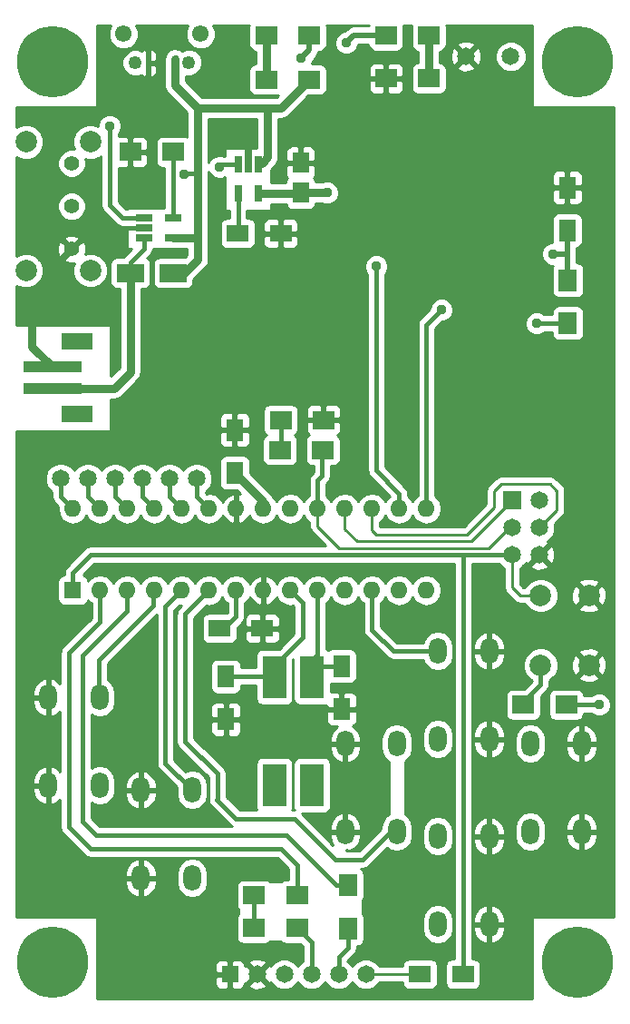
<source format=gbr>
G04 #@! TF.FileFunction,Copper,L1,Top,Signal*
%FSLAX46Y46*%
G04 Gerber Fmt 4.6, Leading zero omitted, Abs format (unit mm)*
G04 Created by KiCad (PCBNEW 4.0.7) date 03/24/18 20:50:43*
%MOMM*%
%LPD*%
G01*
G04 APERTURE LIST*
%ADD10C,0.100000*%
%ADD11R,1.600000X2.000000*%
%ADD12R,2.000000X1.600000*%
%ADD13R,1.500000X1.950000*%
%ADD14R,2.000000X1.700000*%
%ADD15R,5.500000X1.000000*%
%ADD16R,3.000000X1.600000*%
%ADD17R,0.400000X1.350000*%
%ADD18C,1.250000*%
%ADD19C,1.550000*%
%ADD20R,1.700000X2.000000*%
%ADD21C,2.000000*%
%ADD22O,1.651000X2.413000*%
%ADD23C,1.651000*%
%ADD24R,1.600000X1.600000*%
%ADD25O,1.600000X1.600000*%
%ADD26R,1.560000X0.650000*%
%ADD27R,0.650000X1.560000*%
%ADD28R,2.200000X4.000000*%
%ADD29C,6.654800*%
%ADD30R,1.524000X1.524000*%
%ADD31R,1.651000X1.651000*%
%ADD32C,1.400000*%
%ADD33R,2.500000X1.700000*%
%ADD34C,0.939800*%
%ADD35C,1.447800*%
%ADD36C,0.381000*%
%ADD37C,0.508000*%
%ADD38C,0.399999*%
%ADD39C,0.762000*%
%ADD40C,0.635000*%
%ADD41C,0.254000*%
G04 APERTURE END LIST*
D10*
D11*
X46482000Y-67786000D03*
X46482000Y-63786000D03*
X45656500Y-86773000D03*
X45656500Y-90773000D03*
X56451500Y-85820500D03*
X56451500Y-89820500D03*
D12*
X50768000Y-45466000D03*
X46768000Y-45466000D03*
D13*
X52641500Y-41634000D03*
X52641500Y-38884000D03*
D11*
X77533500Y-45180000D03*
X77533500Y-41180000D03*
D12*
X63786000Y-114554000D03*
X67786000Y-114554000D03*
D14*
X53435000Y-26987500D03*
X49435000Y-26987500D03*
X54768500Y-62865000D03*
X50768500Y-62865000D03*
X64611000Y-26987500D03*
X60611000Y-26987500D03*
D15*
X29482000Y-57928000D03*
X29482000Y-59928000D03*
D16*
X31732000Y-55528000D03*
X31732000Y-62328000D03*
D17*
X38387500Y-29560500D03*
X40987500Y-29560500D03*
D18*
X37187500Y-29560500D03*
X42187500Y-29510500D03*
D19*
X36087500Y-26860500D03*
X43287500Y-26860500D03*
D14*
X52292000Y-107188000D03*
X48292000Y-107188000D03*
D20*
X57086500Y-106267500D03*
X57086500Y-110267500D03*
D14*
X49435000Y-31115000D03*
X53435000Y-31115000D03*
X36735000Y-37846000D03*
X40735000Y-37846000D03*
X77438000Y-89408000D03*
X73438000Y-89408000D03*
D20*
X77597000Y-53816000D03*
X77597000Y-49816000D03*
D14*
X50705000Y-65659000D03*
X54705000Y-65659000D03*
X52292000Y-110236000D03*
X48292000Y-110236000D03*
X64611000Y-30988000D03*
X60611000Y-30988000D03*
D21*
X79557000Y-85725000D03*
X75057000Y-85725000D03*
X79557000Y-79225000D03*
X75057000Y-79225000D03*
D22*
X33870600Y-96937000D03*
X29070600Y-96937000D03*
X33870600Y-88737000D03*
X29070600Y-88737000D03*
X42506600Y-105573000D03*
X37706600Y-105573000D03*
X42506600Y-97373000D03*
X37706600Y-97373000D03*
X65443400Y-84419000D03*
X70243400Y-84419000D03*
X65443400Y-92619000D03*
X70243400Y-92619000D03*
X65443400Y-101691000D03*
X70243400Y-101691000D03*
X65443400Y-109891000D03*
X70243400Y-109891000D03*
X74079400Y-93055000D03*
X78879400Y-93055000D03*
X74079400Y-101255000D03*
X78879400Y-101255000D03*
X61607400Y-101255000D03*
X56807400Y-101255000D03*
X61607400Y-93055000D03*
X56807400Y-93055000D03*
D23*
X68072000Y-28956000D03*
X42926000Y-68326000D03*
X40386000Y-68326000D03*
X37846000Y-68326000D03*
X35306000Y-68326000D03*
X32766000Y-68326000D03*
X30226000Y-68326000D03*
X72263000Y-28956000D03*
D24*
X31369000Y-78740000D03*
D25*
X64389000Y-71120000D03*
X33909000Y-78740000D03*
X61849000Y-71120000D03*
X36449000Y-78740000D03*
X59309000Y-71120000D03*
X38989000Y-78740000D03*
X56769000Y-71120000D03*
X41529000Y-78740000D03*
X54229000Y-71120000D03*
X44069000Y-78740000D03*
X51689000Y-71120000D03*
X46609000Y-78740000D03*
X49149000Y-71120000D03*
X49149000Y-78740000D03*
X46609000Y-71120000D03*
X51689000Y-78740000D03*
X44069000Y-71120000D03*
X54229000Y-78740000D03*
X41529000Y-71120000D03*
X56769000Y-78740000D03*
X38989000Y-71120000D03*
X59309000Y-78740000D03*
X36449000Y-71120000D03*
X61849000Y-78740000D03*
X33909000Y-71120000D03*
X64389000Y-78740000D03*
X31369000Y-71120000D03*
D26*
X38020000Y-44008000D03*
X38020000Y-44958000D03*
X38020000Y-45908000D03*
X40720000Y-45908000D03*
X40720000Y-44008000D03*
D27*
X48702000Y-39036000D03*
X47752000Y-39036000D03*
X46802000Y-39036000D03*
X46802000Y-41736000D03*
X48702000Y-41736000D03*
D28*
X50193000Y-86834500D03*
X53693000Y-86834500D03*
X50193000Y-96934500D03*
X53693000Y-96934500D03*
D29*
X29464000Y-29464000D03*
X78486000Y-29464000D03*
X29464000Y-113411000D03*
X78486000Y-113411000D03*
D30*
X46037500Y-114554000D03*
D23*
X48577500Y-114554000D03*
X51117500Y-114554000D03*
X53657500Y-114554000D03*
X56197500Y-114554000D03*
X58737500Y-114554000D03*
D31*
X72390000Y-70358000D03*
D23*
X74930000Y-70358000D03*
X72390000Y-72898000D03*
X74930000Y-72898000D03*
X72390000Y-75438000D03*
X74930000Y-75438000D03*
D32*
X31242000Y-42926000D03*
X31242000Y-46926000D03*
X31242000Y-38926000D03*
D21*
X32992000Y-36926000D03*
X32992000Y-48926000D03*
X26992000Y-48926000D03*
X26992000Y-36926000D03*
D33*
X40735000Y-49149000D03*
X36735000Y-49149000D03*
D12*
X45053500Y-82296000D03*
X49053500Y-82296000D03*
D34*
X76200000Y-47371000D03*
X80518000Y-89408000D03*
X55118000Y-41656000D03*
X56896000Y-27686000D03*
D35*
X33845500Y-52324000D03*
X39624000Y-52324000D03*
X70231000Y-98044000D03*
X65786000Y-96456500D03*
X30670500Y-103949500D03*
X35052000Y-99568000D03*
X30226000Y-81534000D03*
X37782500Y-84645500D03*
X52451000Y-35496500D03*
X40132000Y-35306000D03*
X46482000Y-36449000D03*
D34*
X74295000Y-46736000D03*
X74041000Y-55626000D03*
X52705000Y-29083000D03*
X34798000Y-35433000D03*
X41719500Y-39941500D03*
X74676000Y-53848000D03*
X45085000Y-39243000D03*
X65786000Y-52578000D03*
X59690000Y-48514000D03*
D36*
X46609000Y-78740000D02*
X46609000Y-81185000D01*
X46609000Y-81185000D02*
X45815500Y-81978500D01*
D37*
X77533500Y-47371000D02*
X76200000Y-47371000D01*
X77533500Y-45180000D02*
X77533500Y-47371000D01*
X77533500Y-47371000D02*
X77533500Y-49752500D01*
D38*
X77533500Y-49752500D02*
X77597000Y-49816000D01*
D36*
X77438000Y-89408000D02*
X80518000Y-89408000D01*
X49149000Y-71120000D02*
X49149000Y-70453000D01*
D39*
X49149000Y-70453000D02*
X46482000Y-67786000D01*
X52641500Y-41634000D02*
X55096000Y-41634000D01*
X55096000Y-41634000D02*
X55118000Y-41656000D01*
D37*
X60611000Y-26987500D02*
X57594500Y-26987500D01*
X57594500Y-26987500D02*
X56896000Y-27686000D01*
D39*
X48702000Y-41736000D02*
X52539500Y-41736000D01*
X52539500Y-41736000D02*
X52641500Y-41634000D01*
D36*
X40132000Y-35306000D02*
X40068500Y-35242500D01*
X37211000Y-35369500D02*
X36735000Y-35845500D01*
X37211000Y-35242500D02*
X37211000Y-35369500D01*
X40068500Y-35242500D02*
X37211000Y-35242500D01*
X31242000Y-46926000D02*
X31115500Y-46926000D01*
X31115500Y-46926000D02*
X29337000Y-48704500D01*
X29337000Y-48704500D02*
X29337000Y-50800000D01*
X29337000Y-50800000D02*
X30861000Y-52324000D01*
X30861000Y-52324000D02*
X33845500Y-52324000D01*
D39*
X29482000Y-57928000D02*
X27559000Y-56005000D01*
X27559000Y-56005000D02*
X27559000Y-52832000D01*
X27559000Y-52832000D02*
X27432000Y-52705000D01*
D36*
X70231000Y-101678600D02*
X70231000Y-98044000D01*
X70243400Y-101691000D02*
X70231000Y-101678600D01*
X37706600Y-97373000D02*
X37719000Y-97385400D01*
X37719000Y-97385400D02*
X37719000Y-99568000D01*
X37719000Y-99568000D02*
X35052000Y-99568000D01*
X37706600Y-97373000D02*
X37706600Y-84721400D01*
X30226000Y-81597500D02*
X30162500Y-81661000D01*
X30226000Y-81534000D02*
X30226000Y-81597500D01*
X37706600Y-84721400D02*
X37782500Y-84645500D01*
D39*
X40195500Y-35306000D02*
X40259000Y-35369500D01*
X40132000Y-35306000D02*
X40195500Y-35306000D01*
D40*
X47752000Y-39036000D02*
X47752000Y-36830000D01*
X47752000Y-36830000D02*
X46482000Y-36449000D01*
D38*
X74295000Y-46736000D02*
X74168000Y-46736000D01*
D36*
X36735000Y-37846000D02*
X36735000Y-35845500D01*
X36735000Y-35845500D02*
X36735000Y-33115000D01*
X36735000Y-33115000D02*
X38387500Y-31462500D01*
X38387500Y-31462500D02*
X38387500Y-29560500D01*
X38020000Y-44958000D02*
X36068000Y-44958000D01*
D39*
X29482000Y-57928000D02*
X28718000Y-57928000D01*
D36*
X50193000Y-86834500D02*
X50193000Y-85760500D01*
X50193000Y-85760500D02*
X52832000Y-83121500D01*
X52832000Y-79883000D02*
X51689000Y-78740000D01*
X52832000Y-83121500D02*
X52832000Y-79883000D01*
X45656500Y-86773000D02*
X50131500Y-86773000D01*
X50131500Y-86773000D02*
X50193000Y-86834500D01*
D39*
X50193000Y-86999000D02*
X50193000Y-86834500D01*
D36*
X49242500Y-85884000D02*
X50193000Y-86834500D01*
X53693000Y-86834500D02*
X53693000Y-85308500D01*
X53693000Y-85308500D02*
X54229000Y-84772500D01*
X54229000Y-84772500D02*
X54229000Y-78740000D01*
X56451500Y-85820500D02*
X54707000Y-85820500D01*
X54707000Y-85820500D02*
X53693000Y-86834500D01*
X46802000Y-41736000D02*
X46802000Y-45432000D01*
X46802000Y-45432000D02*
X46768000Y-45466000D01*
D41*
X58737500Y-114554000D02*
X63786000Y-114554000D01*
D36*
X73438000Y-89408000D02*
X73438000Y-89122000D01*
X73438000Y-89122000D02*
X75057000Y-87503000D01*
X75057000Y-87503000D02*
X75057000Y-85725000D01*
X67818000Y-75438000D02*
X67818000Y-114522000D01*
D41*
X67818000Y-114522000D02*
X67786000Y-114554000D01*
X72390000Y-75438000D02*
X72390000Y-78486000D01*
X73129000Y-79225000D02*
X75057000Y-79225000D01*
X72390000Y-78486000D02*
X73129000Y-79225000D01*
D36*
X31369000Y-78740000D02*
X31369000Y-77089000D01*
X33020000Y-75438000D02*
X67818000Y-75438000D01*
X67818000Y-75438000D02*
X72390000Y-75438000D01*
X31369000Y-77089000D02*
X33020000Y-75438000D01*
X38020000Y-44008000D02*
X36007000Y-44008000D01*
D37*
X53435000Y-28353000D02*
X53435000Y-26987500D01*
X52705000Y-29083000D02*
X53435000Y-28353000D01*
D36*
X34798000Y-42799000D02*
X34798000Y-35433000D01*
X36007000Y-44008000D02*
X34798000Y-42799000D01*
D39*
X49435000Y-26987500D02*
X49435000Y-31115000D01*
X49530000Y-33782000D02*
X49530000Y-38354000D01*
X49149000Y-38862000D02*
X48829000Y-39036000D01*
X49530000Y-38354000D02*
X49149000Y-38862000D01*
D36*
X41719500Y-39941500D02*
X41783000Y-39878000D01*
X41783000Y-39878000D02*
X43053000Y-39878000D01*
D39*
X40720000Y-45908000D02*
X43053000Y-45908000D01*
X43053000Y-45908000D02*
X43053000Y-45847000D01*
X40513000Y-49149000D02*
X40735000Y-49149000D01*
X43053000Y-33782000D02*
X49530000Y-33782000D01*
X49530000Y-33782000D02*
X50768000Y-33782000D01*
X50768000Y-33782000D02*
X53435000Y-31115000D01*
X43053000Y-36957000D02*
X43053000Y-33782000D01*
X40894000Y-31623000D02*
X40894000Y-29210000D01*
X43053000Y-33782000D02*
X40894000Y-31623000D01*
X40735000Y-49149000D02*
X41783000Y-49149000D01*
X41783000Y-49149000D02*
X43053000Y-47879000D01*
X43053000Y-47879000D02*
X43053000Y-45847000D01*
X43053000Y-45847000D02*
X43053000Y-39878000D01*
X43053000Y-39878000D02*
X43053000Y-37338000D01*
X43053000Y-37338000D02*
X43053000Y-36957000D01*
X29482000Y-59928000D02*
X35195000Y-59928000D01*
X36735000Y-58388000D02*
X36735000Y-49149000D01*
X35195000Y-59928000D02*
X36735000Y-58388000D01*
D36*
X36735000Y-49149000D02*
X36735000Y-48164500D01*
X38036500Y-46863000D02*
X38036500Y-46101000D01*
X36735000Y-48164500D02*
X38036500Y-46863000D01*
X50768500Y-62865000D02*
X50768500Y-65532000D01*
D41*
X50768500Y-65532000D02*
X50641500Y-65659000D01*
D39*
X64611000Y-26987500D02*
X64611000Y-30988000D01*
D36*
X53657500Y-114554000D02*
X53657500Y-111601500D01*
X53657500Y-111601500D02*
X52292000Y-110236000D01*
X57086500Y-106267500D02*
X55975500Y-106267500D01*
X36449000Y-80645000D02*
X36449000Y-78740000D01*
X32258000Y-84836000D02*
X36449000Y-80645000D01*
X32258000Y-100330000D02*
X32258000Y-84836000D01*
X33528000Y-101600000D02*
X32258000Y-100330000D01*
X51308000Y-101600000D02*
X33528000Y-101600000D01*
X55975500Y-106267500D02*
X51308000Y-101600000D01*
D41*
X57912000Y-74167998D02*
X56769000Y-73024998D01*
X72390000Y-70358000D02*
X68580002Y-74167998D01*
X57912000Y-74167998D02*
X68580002Y-74167998D01*
X56769000Y-73024998D02*
X56769000Y-71120000D01*
X56769000Y-71120000D02*
X56642000Y-71247000D01*
X72136000Y-72898000D02*
X70231000Y-74803000D01*
X54229000Y-72771000D02*
X56261000Y-74803000D01*
X56261000Y-74803000D02*
X70231000Y-74803000D01*
X54229000Y-72771000D02*
X54229000Y-71120000D01*
X72136000Y-72898000D02*
X72390000Y-72898000D01*
D36*
X54229000Y-71120000D02*
X54229000Y-68453000D01*
X54229000Y-68453000D02*
X54641500Y-68040500D01*
X54641500Y-68040500D02*
X54641500Y-65659000D01*
D41*
X59309000Y-71120000D02*
X59309000Y-73152000D01*
X76581000Y-71247000D02*
X74930000Y-72898000D01*
X76581000Y-69469000D02*
X76581000Y-71247000D01*
X75946000Y-68834000D02*
X76581000Y-69469000D01*
X71374000Y-68834000D02*
X75946000Y-68834000D01*
X70739000Y-69469000D02*
X71374000Y-68834000D01*
X70739000Y-70993000D02*
X70739000Y-69469000D01*
X68199000Y-73533000D02*
X70739000Y-70993000D01*
X59690000Y-73533000D02*
X68199000Y-73533000D01*
X59309000Y-73152000D02*
X59690000Y-73533000D01*
D36*
X40735000Y-37719000D02*
X40735000Y-43993000D01*
X40735000Y-43993000D02*
X40720000Y-44008000D01*
D38*
X74708000Y-53816000D02*
X77597000Y-53816000D01*
X74676000Y-53848000D02*
X74708000Y-53816000D01*
D36*
X52292000Y-107188000D02*
X52292000Y-104362000D01*
X33909000Y-81661000D02*
X33909000Y-78740000D01*
X30988000Y-84582000D02*
X33909000Y-81661000D01*
X30988000Y-100838000D02*
X30988000Y-84582000D01*
X33020000Y-102870000D02*
X30988000Y-100838000D01*
X50800000Y-102870000D02*
X33020000Y-102870000D01*
X52292000Y-104362000D02*
X50800000Y-102870000D01*
X45292000Y-39036000D02*
X46802000Y-39036000D01*
X45085000Y-39243000D02*
X45292000Y-39036000D01*
X33870600Y-88737000D02*
X33782000Y-88648400D01*
X33782000Y-88648400D02*
X33782000Y-85217000D01*
X33782000Y-85217000D02*
X38862000Y-80137000D01*
X38862000Y-80137000D02*
X38862000Y-78867000D01*
X38862000Y-78867000D02*
X38989000Y-78740000D01*
X41529000Y-78740000D02*
X40005000Y-80264000D01*
X40005000Y-94871400D02*
X42506600Y-97373000D01*
X40005000Y-80264000D02*
X40005000Y-94871400D01*
X65443400Y-84419000D02*
X61305000Y-84419000D01*
X59309000Y-82423000D02*
X59309000Y-78740000D01*
X61305000Y-84419000D02*
X59309000Y-82423000D01*
X44862750Y-98329750D02*
X44862750Y-95853250D01*
X41846500Y-80962500D02*
X44069000Y-78740000D01*
X41846500Y-92837000D02*
X41846500Y-80962500D01*
X44862750Y-95853250D02*
X41846500Y-92837000D01*
X61051000Y-101255000D02*
X58420000Y-103886000D01*
X46609000Y-100076000D02*
X44862750Y-98329750D01*
X44862750Y-98329750D02*
X44831000Y-98298000D01*
X52070000Y-100076000D02*
X46609000Y-100076000D01*
X55880000Y-103886000D02*
X52070000Y-100076000D01*
X58420000Y-103886000D02*
X55880000Y-103886000D01*
X61607400Y-101255000D02*
X61051000Y-101255000D01*
D38*
X64389000Y-53975000D02*
X64389000Y-71120000D01*
X65786000Y-52578000D02*
X64389000Y-53975000D01*
X61849000Y-71120000D02*
X61849000Y-69723000D01*
X59690000Y-65786000D02*
X59690000Y-48514000D01*
X59690000Y-65786000D02*
X59690000Y-65786000D01*
X59690000Y-67564000D02*
X59690000Y-65786000D01*
X61849000Y-69723000D02*
X59690000Y-67564000D01*
D36*
X56197500Y-114554000D02*
X56197500Y-112966500D01*
X57086500Y-112077500D02*
X57086500Y-110267500D01*
X56197500Y-112966500D02*
X57086500Y-112077500D01*
X48292000Y-107188000D02*
X48292000Y-110236000D01*
X42926000Y-68326000D02*
X42926000Y-69977000D01*
X42926000Y-69977000D02*
X44069000Y-71120000D01*
X44069000Y-71120000D02*
X44069000Y-70739000D01*
X40386000Y-68326000D02*
X40386000Y-69977000D01*
X40386000Y-69977000D02*
X41529000Y-71120000D01*
X41529000Y-71120000D02*
X41529000Y-70739000D01*
X37846000Y-68326000D02*
X37846000Y-69977000D01*
X37846000Y-69977000D02*
X38989000Y-71120000D01*
X38989000Y-71120000D02*
X38989000Y-70739000D01*
X35306000Y-68326000D02*
X35306000Y-69977000D01*
X35306000Y-69977000D02*
X36449000Y-71120000D01*
X36449000Y-71120000D02*
X36449000Y-70739000D01*
X32766000Y-68326000D02*
X32766000Y-69977000D01*
X32766000Y-69977000D02*
X33909000Y-71120000D01*
X33909000Y-71120000D02*
X33909000Y-70739000D01*
X30226000Y-68326000D02*
X30226000Y-69977000D01*
X30226000Y-69977000D02*
X31369000Y-71120000D01*
D41*
G36*
X58971458Y-26098500D02*
X57594500Y-26098500D01*
X57254294Y-26166171D01*
X57114504Y-26259576D01*
X56965882Y-26358882D01*
X56743797Y-26580967D01*
X56677186Y-26580909D01*
X56270942Y-26748765D01*
X55959858Y-27059307D01*
X55791292Y-27465258D01*
X55790909Y-27904814D01*
X55958765Y-28311058D01*
X56269307Y-28622142D01*
X56675258Y-28790708D01*
X57114814Y-28791091D01*
X57521058Y-28623235D01*
X57832142Y-28312693D01*
X58000708Y-27906742D01*
X58000734Y-27876500D01*
X58970898Y-27876500D01*
X59007838Y-28072817D01*
X59146910Y-28288941D01*
X59359110Y-28433931D01*
X59611000Y-28484940D01*
X61611000Y-28484940D01*
X61846317Y-28440662D01*
X62062441Y-28301590D01*
X62207431Y-28089390D01*
X62258440Y-27837500D01*
X62258440Y-26137500D01*
X62248561Y-26085000D01*
X62974192Y-26085000D01*
X62963560Y-26137500D01*
X62963560Y-27837500D01*
X63007838Y-28072817D01*
X63146910Y-28288941D01*
X63359110Y-28433931D01*
X63595000Y-28481700D01*
X63595000Y-29493571D01*
X63375683Y-29534838D01*
X63159559Y-29673910D01*
X63014569Y-29886110D01*
X62963560Y-30138000D01*
X62963560Y-31838000D01*
X63007838Y-32073317D01*
X63146910Y-32289441D01*
X63359110Y-32434431D01*
X63611000Y-32485440D01*
X65611000Y-32485440D01*
X65846317Y-32441162D01*
X66062441Y-32302090D01*
X66207431Y-32089890D01*
X66258440Y-31838000D01*
X66258440Y-30138000D01*
X66229127Y-29982215D01*
X67225390Y-29982215D01*
X67302656Y-30230976D01*
X67849131Y-30428340D01*
X68429535Y-30401553D01*
X68841344Y-30230976D01*
X68918610Y-29982215D01*
X68072000Y-29135605D01*
X67225390Y-29982215D01*
X66229127Y-29982215D01*
X66214162Y-29902683D01*
X66075090Y-29686559D01*
X65862890Y-29541569D01*
X65627000Y-29493800D01*
X65627000Y-28733131D01*
X66599660Y-28733131D01*
X66626447Y-29313535D01*
X66797024Y-29725344D01*
X67045785Y-29802610D01*
X67892395Y-28956000D01*
X68251605Y-28956000D01*
X69098215Y-29802610D01*
X69346976Y-29725344D01*
X69520370Y-29245237D01*
X70802247Y-29245237D01*
X71024126Y-29782226D01*
X71434613Y-30193430D01*
X71971214Y-30416246D01*
X72552237Y-30416753D01*
X73089226Y-30194874D01*
X73500430Y-29784387D01*
X73723246Y-29247786D01*
X73723753Y-28666763D01*
X73501874Y-28129774D01*
X73091387Y-27718570D01*
X72554786Y-27495754D01*
X71973763Y-27495247D01*
X71436774Y-27717126D01*
X71025570Y-28127613D01*
X70802754Y-28664214D01*
X70802247Y-29245237D01*
X69520370Y-29245237D01*
X69544340Y-29178869D01*
X69517553Y-28598465D01*
X69346976Y-28186656D01*
X69098215Y-28109390D01*
X68251605Y-28956000D01*
X67892395Y-28956000D01*
X67045785Y-28109390D01*
X66797024Y-28186656D01*
X66599660Y-28733131D01*
X65627000Y-28733131D01*
X65627000Y-28481929D01*
X65846317Y-28440662D01*
X66062441Y-28301590D01*
X66207431Y-28089390D01*
X66239751Y-27929785D01*
X67225390Y-27929785D01*
X68072000Y-28776395D01*
X68918610Y-27929785D01*
X68841344Y-27681024D01*
X68294869Y-27483660D01*
X67714465Y-27510447D01*
X67302656Y-27681024D01*
X67225390Y-27929785D01*
X66239751Y-27929785D01*
X66258440Y-27837500D01*
X66258440Y-26137500D01*
X66248561Y-26085000D01*
X74295000Y-26085000D01*
X74295000Y-33528000D01*
X74303685Y-33574159D01*
X74330965Y-33616553D01*
X74372590Y-33644994D01*
X74422000Y-33655000D01*
X81865000Y-33655000D01*
X81865000Y-109220000D01*
X74422000Y-109220000D01*
X74375841Y-109228685D01*
X74333447Y-109255965D01*
X74305006Y-109297590D01*
X74295000Y-109347000D01*
X74295000Y-116790000D01*
X33655000Y-116790000D01*
X33655000Y-114839750D01*
X44640500Y-114839750D01*
X44640500Y-115442309D01*
X44737173Y-115675698D01*
X44915801Y-115854327D01*
X45149190Y-115951000D01*
X45751750Y-115951000D01*
X45910500Y-115792250D01*
X45910500Y-114681000D01*
X44799250Y-114681000D01*
X44640500Y-114839750D01*
X33655000Y-114839750D01*
X33655000Y-113665691D01*
X44640500Y-113665691D01*
X44640500Y-114268250D01*
X44799250Y-114427000D01*
X45910500Y-114427000D01*
X45910500Y-113315750D01*
X46164500Y-113315750D01*
X46164500Y-114427000D01*
X46184500Y-114427000D01*
X46184500Y-114681000D01*
X46164500Y-114681000D01*
X46164500Y-115792250D01*
X46323250Y-115951000D01*
X46925810Y-115951000D01*
X47159199Y-115854327D01*
X47337827Y-115675698D01*
X47377377Y-115580215D01*
X47730890Y-115580215D01*
X47808156Y-115828976D01*
X48354631Y-116026340D01*
X48935035Y-115999553D01*
X49346844Y-115828976D01*
X49424110Y-115580215D01*
X48577500Y-114733605D01*
X47730890Y-115580215D01*
X47377377Y-115580215D01*
X47434500Y-115442309D01*
X47434500Y-115364336D01*
X47551285Y-115400610D01*
X48397895Y-114554000D01*
X47551285Y-113707390D01*
X47434500Y-113743664D01*
X47434500Y-113665691D01*
X47377378Y-113527785D01*
X47730890Y-113527785D01*
X48577500Y-114374395D01*
X49424110Y-113527785D01*
X49346844Y-113279024D01*
X48800369Y-113081660D01*
X48219965Y-113108447D01*
X47808156Y-113279024D01*
X47730890Y-113527785D01*
X47377378Y-113527785D01*
X47337827Y-113432302D01*
X47159199Y-113253673D01*
X46925810Y-113157000D01*
X46323250Y-113157000D01*
X46164500Y-113315750D01*
X45910500Y-113315750D01*
X45751750Y-113157000D01*
X45149190Y-113157000D01*
X44915801Y-113253673D01*
X44737173Y-113432302D01*
X44640500Y-113665691D01*
X33655000Y-113665691D01*
X33655000Y-109347000D01*
X33646315Y-109300841D01*
X33619035Y-109258447D01*
X33577410Y-109230006D01*
X33528000Y-109220000D01*
X26085000Y-109220000D01*
X26085000Y-105700000D01*
X36246100Y-105700000D01*
X36246100Y-106081000D01*
X36405875Y-106630242D01*
X36763673Y-107076532D01*
X37265023Y-107351927D01*
X37353556Y-107371188D01*
X37579600Y-107249540D01*
X37579600Y-105700000D01*
X37833600Y-105700000D01*
X37833600Y-107249540D01*
X38059644Y-107371188D01*
X38148177Y-107351927D01*
X38649527Y-107076532D01*
X39007325Y-106630242D01*
X39167100Y-106081000D01*
X39167100Y-105700000D01*
X37833600Y-105700000D01*
X37579600Y-105700000D01*
X36246100Y-105700000D01*
X26085000Y-105700000D01*
X26085000Y-105065000D01*
X36246100Y-105065000D01*
X36246100Y-105446000D01*
X37579600Y-105446000D01*
X37579600Y-103896460D01*
X37833600Y-103896460D01*
X37833600Y-105446000D01*
X39167100Y-105446000D01*
X39167100Y-105065000D01*
X39007325Y-104515758D01*
X38649527Y-104069468D01*
X38148177Y-103794073D01*
X38059644Y-103774812D01*
X37833600Y-103896460D01*
X37579600Y-103896460D01*
X37353556Y-103774812D01*
X37265023Y-103794073D01*
X36763673Y-104069468D01*
X36405875Y-104515758D01*
X36246100Y-105065000D01*
X26085000Y-105065000D01*
X26085000Y-97064000D01*
X27610100Y-97064000D01*
X27610100Y-97445000D01*
X27769875Y-97994242D01*
X28127673Y-98440532D01*
X28629023Y-98715927D01*
X28717556Y-98735188D01*
X28943600Y-98613540D01*
X28943600Y-97064000D01*
X27610100Y-97064000D01*
X26085000Y-97064000D01*
X26085000Y-96429000D01*
X27610100Y-96429000D01*
X27610100Y-96810000D01*
X28943600Y-96810000D01*
X28943600Y-95260460D01*
X28717556Y-95138812D01*
X28629023Y-95158073D01*
X28127673Y-95433468D01*
X27769875Y-95879758D01*
X27610100Y-96429000D01*
X26085000Y-96429000D01*
X26085000Y-88864000D01*
X27610100Y-88864000D01*
X27610100Y-89245000D01*
X27769875Y-89794242D01*
X28127673Y-90240532D01*
X28629023Y-90515927D01*
X28717556Y-90535188D01*
X28943600Y-90413540D01*
X28943600Y-88864000D01*
X27610100Y-88864000D01*
X26085000Y-88864000D01*
X26085000Y-88229000D01*
X27610100Y-88229000D01*
X27610100Y-88610000D01*
X28943600Y-88610000D01*
X28943600Y-87060460D01*
X29197600Y-87060460D01*
X29197600Y-88610000D01*
X29217600Y-88610000D01*
X29217600Y-88864000D01*
X29197600Y-88864000D01*
X29197600Y-90413540D01*
X29423644Y-90535188D01*
X29512177Y-90515927D01*
X30013527Y-90240532D01*
X30162500Y-90054714D01*
X30162500Y-95619286D01*
X30013527Y-95433468D01*
X29512177Y-95158073D01*
X29423644Y-95138812D01*
X29197600Y-95260460D01*
X29197600Y-96810000D01*
X29217600Y-96810000D01*
X29217600Y-97064000D01*
X29197600Y-97064000D01*
X29197600Y-98613540D01*
X29423644Y-98735188D01*
X29512177Y-98715927D01*
X30013527Y-98440532D01*
X30162500Y-98254714D01*
X30162500Y-100838000D01*
X30225337Y-101153906D01*
X30404283Y-101421717D01*
X32436283Y-103453717D01*
X32704094Y-103632663D01*
X33020000Y-103695501D01*
X33020005Y-103695500D01*
X42506213Y-103695500D01*
X41947691Y-103806597D01*
X41473871Y-104123194D01*
X41157274Y-104597014D01*
X41046100Y-105155923D01*
X41046100Y-105990077D01*
X41157274Y-106548986D01*
X41473871Y-107022806D01*
X41947691Y-107339403D01*
X42506600Y-107450577D01*
X43065509Y-107339403D01*
X43539329Y-107022806D01*
X43855926Y-106548986D01*
X43967100Y-105990077D01*
X43967100Y-105155923D01*
X43855926Y-104597014D01*
X43539329Y-104123194D01*
X43065509Y-103806597D01*
X42506987Y-103695500D01*
X50458066Y-103695500D01*
X51466500Y-104703933D01*
X51466500Y-105690560D01*
X51292000Y-105690560D01*
X51056683Y-105734838D01*
X50840559Y-105873910D01*
X50810434Y-105918000D01*
X49776322Y-105918000D01*
X49756090Y-105886559D01*
X49543890Y-105741569D01*
X49292000Y-105690560D01*
X47292000Y-105690560D01*
X47056683Y-105734838D01*
X46840559Y-105873910D01*
X46695569Y-106086110D01*
X46644560Y-106338000D01*
X46644560Y-108038000D01*
X46688838Y-108273317D01*
X46827910Y-108489441D01*
X46863000Y-108513417D01*
X46863000Y-108907470D01*
X46840559Y-108921910D01*
X46695569Y-109134110D01*
X46644560Y-109386000D01*
X46644560Y-111086000D01*
X46688838Y-111321317D01*
X46827910Y-111537441D01*
X47040110Y-111682431D01*
X47292000Y-111733440D01*
X49292000Y-111733440D01*
X49527317Y-111689162D01*
X49743441Y-111550090D01*
X49773566Y-111506000D01*
X50807678Y-111506000D01*
X50827910Y-111537441D01*
X51040110Y-111682431D01*
X51292000Y-111733440D01*
X52622007Y-111733440D01*
X52832000Y-111943433D01*
X52832000Y-113314826D01*
X52831274Y-113315126D01*
X52420070Y-113725613D01*
X52387696Y-113803579D01*
X52356374Y-113727774D01*
X51945887Y-113316570D01*
X51409286Y-113093754D01*
X50828263Y-113093247D01*
X50291274Y-113315126D01*
X49880070Y-113725613D01*
X49854013Y-113788366D01*
X49852476Y-113784656D01*
X49603715Y-113707390D01*
X48757105Y-114554000D01*
X49603715Y-115400610D01*
X49852476Y-115323344D01*
X49853711Y-115319926D01*
X49878626Y-115380226D01*
X50289113Y-115791430D01*
X50825714Y-116014246D01*
X51406737Y-116014753D01*
X51943726Y-115792874D01*
X52354930Y-115382387D01*
X52387304Y-115304421D01*
X52418626Y-115380226D01*
X52829113Y-115791430D01*
X53365714Y-116014246D01*
X53946737Y-116014753D01*
X54483726Y-115792874D01*
X54894930Y-115382387D01*
X54927304Y-115304421D01*
X54958626Y-115380226D01*
X55369113Y-115791430D01*
X55905714Y-116014246D01*
X56486737Y-116014753D01*
X57023726Y-115792874D01*
X57434930Y-115382387D01*
X57467304Y-115304421D01*
X57498626Y-115380226D01*
X57909113Y-115791430D01*
X58445714Y-116014246D01*
X59026737Y-116014753D01*
X59563726Y-115792874D01*
X59974930Y-115382387D01*
X60002496Y-115316000D01*
X62138560Y-115316000D01*
X62138560Y-115354000D01*
X62182838Y-115589317D01*
X62321910Y-115805441D01*
X62534110Y-115950431D01*
X62786000Y-116001440D01*
X64786000Y-116001440D01*
X65021317Y-115957162D01*
X65237441Y-115818090D01*
X65382431Y-115605890D01*
X65433440Y-115354000D01*
X65433440Y-113754000D01*
X65389162Y-113518683D01*
X65250090Y-113302559D01*
X65037890Y-113157569D01*
X64786000Y-113106560D01*
X62786000Y-113106560D01*
X62550683Y-113150838D01*
X62334559Y-113289910D01*
X62189569Y-113502110D01*
X62138560Y-113754000D01*
X62138560Y-113792000D01*
X60002912Y-113792000D01*
X59976374Y-113727774D01*
X59565887Y-113316570D01*
X59029286Y-113093754D01*
X58448263Y-113093247D01*
X57911274Y-113315126D01*
X57500070Y-113725613D01*
X57467696Y-113803579D01*
X57436374Y-113727774D01*
X57025887Y-113316570D01*
X57023000Y-113315371D01*
X57023000Y-113308434D01*
X57670217Y-112661217D01*
X57849163Y-112393406D01*
X57912001Y-112077500D01*
X57912000Y-112077495D01*
X57912000Y-111914940D01*
X57936500Y-111914940D01*
X58171817Y-111870662D01*
X58387941Y-111731590D01*
X58532931Y-111519390D01*
X58583940Y-111267500D01*
X58583940Y-109473923D01*
X63982900Y-109473923D01*
X63982900Y-110308077D01*
X64094074Y-110866986D01*
X64410671Y-111340806D01*
X64884491Y-111657403D01*
X65443400Y-111768577D01*
X66002309Y-111657403D01*
X66476129Y-111340806D01*
X66792726Y-110866986D01*
X66903900Y-110308077D01*
X66903900Y-109473923D01*
X66792726Y-108915014D01*
X66476129Y-108441194D01*
X66002309Y-108124597D01*
X65443400Y-108013423D01*
X64884491Y-108124597D01*
X64410671Y-108441194D01*
X64094074Y-108915014D01*
X63982900Y-109473923D01*
X58583940Y-109473923D01*
X58583940Y-109267500D01*
X58539662Y-109032183D01*
X58420000Y-108846223D01*
X58420000Y-107684670D01*
X58532931Y-107519390D01*
X58583940Y-107267500D01*
X58583940Y-105267500D01*
X58539662Y-105032183D01*
X58400590Y-104816059D01*
X58247563Y-104711500D01*
X58420000Y-104711500D01*
X58735906Y-104648663D01*
X59003717Y-104469717D01*
X60690940Y-102782494D01*
X61048491Y-103021403D01*
X61607400Y-103132577D01*
X62166309Y-103021403D01*
X62640129Y-102704806D01*
X62956726Y-102230986D01*
X63067900Y-101672077D01*
X63067900Y-101273923D01*
X63982900Y-101273923D01*
X63982900Y-102108077D01*
X64094074Y-102666986D01*
X64410671Y-103140806D01*
X64884491Y-103457403D01*
X65443400Y-103568577D01*
X66002309Y-103457403D01*
X66476129Y-103140806D01*
X66792726Y-102666986D01*
X66903900Y-102108077D01*
X66903900Y-101273923D01*
X66792726Y-100715014D01*
X66476129Y-100241194D01*
X66002309Y-99924597D01*
X65443400Y-99813423D01*
X64884491Y-99924597D01*
X64410671Y-100241194D01*
X64094074Y-100715014D01*
X63982900Y-101273923D01*
X63067900Y-101273923D01*
X63067900Y-100837923D01*
X62956726Y-100279014D01*
X62640129Y-99805194D01*
X62369400Y-99624298D01*
X62369400Y-94685702D01*
X62640129Y-94504806D01*
X62956726Y-94030986D01*
X63067900Y-93472077D01*
X63067900Y-92637923D01*
X62981175Y-92201923D01*
X63982900Y-92201923D01*
X63982900Y-93036077D01*
X64094074Y-93594986D01*
X64410671Y-94068806D01*
X64884491Y-94385403D01*
X65443400Y-94496577D01*
X66002309Y-94385403D01*
X66476129Y-94068806D01*
X66792726Y-93594986D01*
X66903900Y-93036077D01*
X66903900Y-92201923D01*
X66792726Y-91643014D01*
X66476129Y-91169194D01*
X66002309Y-90852597D01*
X65443400Y-90741423D01*
X64884491Y-90852597D01*
X64410671Y-91169194D01*
X64094074Y-91643014D01*
X63982900Y-92201923D01*
X62981175Y-92201923D01*
X62956726Y-92079014D01*
X62640129Y-91605194D01*
X62166309Y-91288597D01*
X61607400Y-91177423D01*
X61048491Y-91288597D01*
X60574671Y-91605194D01*
X60258074Y-92079014D01*
X60146900Y-92637923D01*
X60146900Y-93472077D01*
X60258074Y-94030986D01*
X60574671Y-94504806D01*
X60845400Y-94685702D01*
X60845400Y-99624298D01*
X60574671Y-99805194D01*
X60258074Y-100279014D01*
X60146900Y-100837923D01*
X60146900Y-100991666D01*
X58078066Y-103060500D01*
X56934402Y-103060500D01*
X56934402Y-102931541D01*
X57160444Y-103053188D01*
X57248977Y-103033927D01*
X57750327Y-102758532D01*
X58108125Y-102312242D01*
X58267900Y-101763000D01*
X58267900Y-101382000D01*
X56934400Y-101382000D01*
X56934400Y-101402000D01*
X56680400Y-101402000D01*
X56680400Y-101382000D01*
X55346900Y-101382000D01*
X55346900Y-101763000D01*
X55506675Y-102312242D01*
X55640102Y-102478669D01*
X53908434Y-100747000D01*
X55346900Y-100747000D01*
X55346900Y-101128000D01*
X56680400Y-101128000D01*
X56680400Y-99578460D01*
X56934400Y-99578460D01*
X56934400Y-101128000D01*
X58267900Y-101128000D01*
X58267900Y-100747000D01*
X58108125Y-100197758D01*
X57750327Y-99751468D01*
X57248977Y-99476073D01*
X57160444Y-99456812D01*
X56934400Y-99578460D01*
X56680400Y-99578460D01*
X56454356Y-99456812D01*
X56365823Y-99476073D01*
X55864473Y-99751468D01*
X55506675Y-100197758D01*
X55346900Y-100747000D01*
X53908434Y-100747000D01*
X52743374Y-99581940D01*
X54793000Y-99581940D01*
X55028317Y-99537662D01*
X55244441Y-99398590D01*
X55389431Y-99186390D01*
X55440440Y-98934500D01*
X55440440Y-94934500D01*
X55396162Y-94699183D01*
X55257090Y-94483059D01*
X55044890Y-94338069D01*
X54793000Y-94287060D01*
X52593000Y-94287060D01*
X52357683Y-94331338D01*
X52141559Y-94470410D01*
X51996569Y-94682610D01*
X51945560Y-94934500D01*
X51945560Y-98934500D01*
X51989838Y-99169817D01*
X52041756Y-99250500D01*
X51845627Y-99250500D01*
X51889431Y-99186390D01*
X51940440Y-98934500D01*
X51940440Y-94934500D01*
X51896162Y-94699183D01*
X51757090Y-94483059D01*
X51544890Y-94338069D01*
X51293000Y-94287060D01*
X49093000Y-94287060D01*
X48857683Y-94331338D01*
X48641559Y-94470410D01*
X48496569Y-94682610D01*
X48445560Y-94934500D01*
X48445560Y-98934500D01*
X48489838Y-99169817D01*
X48541756Y-99250500D01*
X46950933Y-99250500D01*
X45688250Y-97987816D01*
X45688250Y-95853255D01*
X45688251Y-95853250D01*
X45625413Y-95537345D01*
X45570470Y-95455117D01*
X45446467Y-95269533D01*
X45446464Y-95269531D01*
X43358934Y-93182000D01*
X55346900Y-93182000D01*
X55346900Y-93563000D01*
X55506675Y-94112242D01*
X55864473Y-94558532D01*
X56365823Y-94833927D01*
X56454356Y-94853188D01*
X56680400Y-94731540D01*
X56680400Y-93182000D01*
X56934400Y-93182000D01*
X56934400Y-94731540D01*
X57160444Y-94853188D01*
X57248977Y-94833927D01*
X57750327Y-94558532D01*
X58108125Y-94112242D01*
X58267900Y-93563000D01*
X58267900Y-93182000D01*
X56934400Y-93182000D01*
X56680400Y-93182000D01*
X55346900Y-93182000D01*
X43358934Y-93182000D01*
X42672000Y-92495066D01*
X42672000Y-91058750D01*
X44221500Y-91058750D01*
X44221500Y-91899309D01*
X44318173Y-92132698D01*
X44496801Y-92311327D01*
X44730190Y-92408000D01*
X45370750Y-92408000D01*
X45529500Y-92249250D01*
X45529500Y-90900000D01*
X45783500Y-90900000D01*
X45783500Y-92249250D01*
X45942250Y-92408000D01*
X46582810Y-92408000D01*
X46816199Y-92311327D01*
X46994827Y-92132698D01*
X47091500Y-91899309D01*
X47091500Y-91058750D01*
X46932750Y-90900000D01*
X45783500Y-90900000D01*
X45529500Y-90900000D01*
X44380250Y-90900000D01*
X44221500Y-91058750D01*
X42672000Y-91058750D01*
X42672000Y-89646691D01*
X44221500Y-89646691D01*
X44221500Y-90487250D01*
X44380250Y-90646000D01*
X45529500Y-90646000D01*
X45529500Y-89296750D01*
X45783500Y-89296750D01*
X45783500Y-90646000D01*
X46932750Y-90646000D01*
X47091500Y-90487250D01*
X47091500Y-90106250D01*
X55016500Y-90106250D01*
X55016500Y-90946809D01*
X55113173Y-91180198D01*
X55291801Y-91358827D01*
X55525190Y-91455500D01*
X56039180Y-91455500D01*
X55864473Y-91551468D01*
X55506675Y-91997758D01*
X55346900Y-92547000D01*
X55346900Y-92928000D01*
X56680400Y-92928000D01*
X56680400Y-92908000D01*
X56934400Y-92908000D01*
X56934400Y-92928000D01*
X58267900Y-92928000D01*
X58267900Y-92547000D01*
X58108125Y-91997758D01*
X57750327Y-91551468D01*
X57490582Y-91408788D01*
X57611199Y-91358827D01*
X57789827Y-91180198D01*
X57886500Y-90946809D01*
X57886500Y-90106250D01*
X57727750Y-89947500D01*
X56578500Y-89947500D01*
X56578500Y-89967500D01*
X56324500Y-89967500D01*
X56324500Y-89947500D01*
X55175250Y-89947500D01*
X55016500Y-90106250D01*
X47091500Y-90106250D01*
X47091500Y-89646691D01*
X46994827Y-89413302D01*
X46816199Y-89234673D01*
X46582810Y-89138000D01*
X45942250Y-89138000D01*
X45783500Y-89296750D01*
X45529500Y-89296750D01*
X45370750Y-89138000D01*
X44730190Y-89138000D01*
X44496801Y-89234673D01*
X44318173Y-89413302D01*
X44221500Y-89646691D01*
X42672000Y-89646691D01*
X42672000Y-85773000D01*
X44209060Y-85773000D01*
X44209060Y-87773000D01*
X44253338Y-88008317D01*
X44392410Y-88224441D01*
X44604610Y-88369431D01*
X44856500Y-88420440D01*
X46456500Y-88420440D01*
X46691817Y-88376162D01*
X46907941Y-88237090D01*
X47052931Y-88024890D01*
X47103940Y-87773000D01*
X47103940Y-87598500D01*
X48445560Y-87598500D01*
X48445560Y-88834500D01*
X48489838Y-89069817D01*
X48628910Y-89285941D01*
X48841110Y-89430931D01*
X49093000Y-89481940D01*
X51293000Y-89481940D01*
X51528317Y-89437662D01*
X51744441Y-89298590D01*
X51889431Y-89086390D01*
X51940440Y-88834500D01*
X51940440Y-85180494D01*
X51945560Y-85175374D01*
X51945560Y-88834500D01*
X51989838Y-89069817D01*
X52128910Y-89285941D01*
X52341110Y-89430931D01*
X52593000Y-89481940D01*
X54793000Y-89481940D01*
X55016500Y-89439886D01*
X55016500Y-89534750D01*
X55175250Y-89693500D01*
X56324500Y-89693500D01*
X56324500Y-88344250D01*
X56578500Y-88344250D01*
X56578500Y-89693500D01*
X57727750Y-89693500D01*
X57886500Y-89534750D01*
X57886500Y-88694191D01*
X57789827Y-88460802D01*
X57611199Y-88282173D01*
X57377810Y-88185500D01*
X56737250Y-88185500D01*
X56578500Y-88344250D01*
X56324500Y-88344250D01*
X56165750Y-88185500D01*
X55525190Y-88185500D01*
X55440440Y-88220605D01*
X55440440Y-87425199D01*
X55651500Y-87467940D01*
X57251500Y-87467940D01*
X57486817Y-87423662D01*
X57702941Y-87284590D01*
X57847931Y-87072390D01*
X57898940Y-86820500D01*
X57898940Y-84820500D01*
X57854662Y-84585183D01*
X57715590Y-84369059D01*
X57503390Y-84224069D01*
X57251500Y-84173060D01*
X55651500Y-84173060D01*
X55416183Y-84217338D01*
X55209344Y-84350435D01*
X55054500Y-84244635D01*
X55054500Y-79909229D01*
X55243698Y-79782811D01*
X55499000Y-79400725D01*
X55754302Y-79782811D01*
X56219849Y-80093880D01*
X56769000Y-80203113D01*
X57318151Y-80093880D01*
X57783698Y-79782811D01*
X58039000Y-79400725D01*
X58294302Y-79782811D01*
X58483500Y-79909229D01*
X58483500Y-82423000D01*
X58546337Y-82738906D01*
X58725283Y-83006717D01*
X60721281Y-85002714D01*
X60721283Y-85002717D01*
X60849526Y-85088406D01*
X60989094Y-85181663D01*
X61305000Y-85244500D01*
X64064140Y-85244500D01*
X64094074Y-85394986D01*
X64410671Y-85868806D01*
X64884491Y-86185403D01*
X65443400Y-86296577D01*
X66002309Y-86185403D01*
X66476129Y-85868806D01*
X66792726Y-85394986D01*
X66903900Y-84836077D01*
X66903900Y-84001923D01*
X66792726Y-83443014D01*
X66476129Y-82969194D01*
X66002309Y-82652597D01*
X65443400Y-82541423D01*
X64884491Y-82652597D01*
X64410671Y-82969194D01*
X64094074Y-83443014D01*
X64064140Y-83593500D01*
X61646933Y-83593500D01*
X60134500Y-82081066D01*
X60134500Y-79909229D01*
X60323698Y-79782811D01*
X60579000Y-79400725D01*
X60834302Y-79782811D01*
X61299849Y-80093880D01*
X61849000Y-80203113D01*
X62398151Y-80093880D01*
X62863698Y-79782811D01*
X63119000Y-79400725D01*
X63374302Y-79782811D01*
X63839849Y-80093880D01*
X64389000Y-80203113D01*
X64938151Y-80093880D01*
X65403698Y-79782811D01*
X65714767Y-79317264D01*
X65824000Y-78768113D01*
X65824000Y-78711887D01*
X65714767Y-78162736D01*
X65403698Y-77697189D01*
X64938151Y-77386120D01*
X64389000Y-77276887D01*
X63839849Y-77386120D01*
X63374302Y-77697189D01*
X63119000Y-78079275D01*
X62863698Y-77697189D01*
X62398151Y-77386120D01*
X61849000Y-77276887D01*
X61299849Y-77386120D01*
X60834302Y-77697189D01*
X60579000Y-78079275D01*
X60323698Y-77697189D01*
X59858151Y-77386120D01*
X59309000Y-77276887D01*
X58759849Y-77386120D01*
X58294302Y-77697189D01*
X58039000Y-78079275D01*
X57783698Y-77697189D01*
X57318151Y-77386120D01*
X56769000Y-77276887D01*
X56219849Y-77386120D01*
X55754302Y-77697189D01*
X55499000Y-78079275D01*
X55243698Y-77697189D01*
X54778151Y-77386120D01*
X54229000Y-77276887D01*
X53679849Y-77386120D01*
X53214302Y-77697189D01*
X52959000Y-78079275D01*
X52703698Y-77697189D01*
X52238151Y-77386120D01*
X51689000Y-77276887D01*
X51139849Y-77386120D01*
X50674302Y-77697189D01*
X50404014Y-78101703D01*
X50301389Y-77884866D01*
X49886423Y-77508959D01*
X49498039Y-77348096D01*
X49276000Y-77470085D01*
X49276000Y-78613000D01*
X49296000Y-78613000D01*
X49296000Y-78867000D01*
X49276000Y-78867000D01*
X49276000Y-80009915D01*
X49498039Y-80131904D01*
X49886423Y-79971041D01*
X50301389Y-79595134D01*
X50404014Y-79378297D01*
X50674302Y-79782811D01*
X51139849Y-80093880D01*
X51689000Y-80203113D01*
X51935623Y-80154057D01*
X52006500Y-80224934D01*
X52006500Y-82779567D01*
X50599006Y-84187060D01*
X49093000Y-84187060D01*
X48857683Y-84231338D01*
X48641559Y-84370410D01*
X48496569Y-84582610D01*
X48445560Y-84834500D01*
X48445560Y-85740418D01*
X48417000Y-85884000D01*
X48429631Y-85947500D01*
X47103940Y-85947500D01*
X47103940Y-85773000D01*
X47059662Y-85537683D01*
X46920590Y-85321559D01*
X46708390Y-85176569D01*
X46456500Y-85125560D01*
X44856500Y-85125560D01*
X44621183Y-85169838D01*
X44405059Y-85308910D01*
X44260069Y-85521110D01*
X44209060Y-85773000D01*
X42672000Y-85773000D01*
X42672000Y-81304434D01*
X43822377Y-80154057D01*
X44069000Y-80203113D01*
X44618151Y-80093880D01*
X45083698Y-79782811D01*
X45339000Y-79400725D01*
X45594302Y-79782811D01*
X45783500Y-79909229D01*
X45783500Y-80843067D01*
X45778007Y-80848560D01*
X44053500Y-80848560D01*
X43818183Y-80892838D01*
X43602059Y-81031910D01*
X43457069Y-81244110D01*
X43406060Y-81496000D01*
X43406060Y-83096000D01*
X43450338Y-83331317D01*
X43589410Y-83547441D01*
X43801610Y-83692431D01*
X44053500Y-83743440D01*
X46053500Y-83743440D01*
X46288817Y-83699162D01*
X46504941Y-83560090D01*
X46649931Y-83347890D01*
X46700940Y-83096000D01*
X46700940Y-82581750D01*
X47418500Y-82581750D01*
X47418500Y-83222310D01*
X47515173Y-83455699D01*
X47693802Y-83634327D01*
X47927191Y-83731000D01*
X48767750Y-83731000D01*
X48926500Y-83572250D01*
X48926500Y-82423000D01*
X49180500Y-82423000D01*
X49180500Y-83572250D01*
X49339250Y-83731000D01*
X50179809Y-83731000D01*
X50413198Y-83634327D01*
X50591827Y-83455699D01*
X50688500Y-83222310D01*
X50688500Y-82581750D01*
X50529750Y-82423000D01*
X49180500Y-82423000D01*
X48926500Y-82423000D01*
X47577250Y-82423000D01*
X47418500Y-82581750D01*
X46700940Y-82581750D01*
X46700940Y-82260494D01*
X47192714Y-81768719D01*
X47192717Y-81768717D01*
X47371663Y-81500905D01*
X47397763Y-81369690D01*
X47418500Y-81369690D01*
X47418500Y-82010250D01*
X47577250Y-82169000D01*
X48926500Y-82169000D01*
X48926500Y-81019750D01*
X49180500Y-81019750D01*
X49180500Y-82169000D01*
X50529750Y-82169000D01*
X50688500Y-82010250D01*
X50688500Y-81369690D01*
X50591827Y-81136301D01*
X50413198Y-80957673D01*
X50179809Y-80861000D01*
X49339250Y-80861000D01*
X49180500Y-81019750D01*
X48926500Y-81019750D01*
X48767750Y-80861000D01*
X47927191Y-80861000D01*
X47693802Y-80957673D01*
X47515173Y-81136301D01*
X47418500Y-81369690D01*
X47397763Y-81369690D01*
X47434500Y-81185000D01*
X47434500Y-79909229D01*
X47623698Y-79782811D01*
X47893986Y-79378297D01*
X47996611Y-79595134D01*
X48411577Y-79971041D01*
X48799961Y-80131904D01*
X49022000Y-80009915D01*
X49022000Y-78867000D01*
X49002000Y-78867000D01*
X49002000Y-78613000D01*
X49022000Y-78613000D01*
X49022000Y-77470085D01*
X48799961Y-77348096D01*
X48411577Y-77508959D01*
X47996611Y-77884866D01*
X47893986Y-78101703D01*
X47623698Y-77697189D01*
X47158151Y-77386120D01*
X46609000Y-77276887D01*
X46059849Y-77386120D01*
X45594302Y-77697189D01*
X45339000Y-78079275D01*
X45083698Y-77697189D01*
X44618151Y-77386120D01*
X44069000Y-77276887D01*
X43519849Y-77386120D01*
X43054302Y-77697189D01*
X42799000Y-78079275D01*
X42543698Y-77697189D01*
X42078151Y-77386120D01*
X41529000Y-77276887D01*
X40979849Y-77386120D01*
X40514302Y-77697189D01*
X40259000Y-78079275D01*
X40003698Y-77697189D01*
X39538151Y-77386120D01*
X38989000Y-77276887D01*
X38439849Y-77386120D01*
X37974302Y-77697189D01*
X37719000Y-78079275D01*
X37463698Y-77697189D01*
X36998151Y-77386120D01*
X36449000Y-77276887D01*
X35899849Y-77386120D01*
X35434302Y-77697189D01*
X35179000Y-78079275D01*
X34923698Y-77697189D01*
X34458151Y-77386120D01*
X33909000Y-77276887D01*
X33359849Y-77386120D01*
X32894302Y-77697189D01*
X32797899Y-77841465D01*
X32772162Y-77704683D01*
X32633090Y-77488559D01*
X32420890Y-77343569D01*
X32305277Y-77320157D01*
X33361933Y-76263500D01*
X66992500Y-76263500D01*
X66992500Y-113106560D01*
X66786000Y-113106560D01*
X66550683Y-113150838D01*
X66334559Y-113289910D01*
X66189569Y-113502110D01*
X66138560Y-113754000D01*
X66138560Y-115354000D01*
X66182838Y-115589317D01*
X66321910Y-115805441D01*
X66534110Y-115950431D01*
X66786000Y-116001440D01*
X68786000Y-116001440D01*
X69021317Y-115957162D01*
X69237441Y-115818090D01*
X69382431Y-115605890D01*
X69433440Y-115354000D01*
X69433440Y-113754000D01*
X69389162Y-113518683D01*
X69250090Y-113302559D01*
X69037890Y-113157569D01*
X68786000Y-113106560D01*
X68643500Y-113106560D01*
X68643500Y-110018000D01*
X68782900Y-110018000D01*
X68782900Y-110399000D01*
X68942675Y-110948242D01*
X69300473Y-111394532D01*
X69801823Y-111669927D01*
X69890356Y-111689188D01*
X70116400Y-111567540D01*
X70116400Y-110018000D01*
X70370400Y-110018000D01*
X70370400Y-111567540D01*
X70596444Y-111689188D01*
X70684977Y-111669927D01*
X71186327Y-111394532D01*
X71544125Y-110948242D01*
X71703900Y-110399000D01*
X71703900Y-110018000D01*
X70370400Y-110018000D01*
X70116400Y-110018000D01*
X68782900Y-110018000D01*
X68643500Y-110018000D01*
X68643500Y-109383000D01*
X68782900Y-109383000D01*
X68782900Y-109764000D01*
X70116400Y-109764000D01*
X70116400Y-108214460D01*
X70370400Y-108214460D01*
X70370400Y-109764000D01*
X71703900Y-109764000D01*
X71703900Y-109383000D01*
X71544125Y-108833758D01*
X71186327Y-108387468D01*
X70684977Y-108112073D01*
X70596444Y-108092812D01*
X70370400Y-108214460D01*
X70116400Y-108214460D01*
X69890356Y-108092812D01*
X69801823Y-108112073D01*
X69300473Y-108387468D01*
X68942675Y-108833758D01*
X68782900Y-109383000D01*
X68643500Y-109383000D01*
X68643500Y-101818000D01*
X68782900Y-101818000D01*
X68782900Y-102199000D01*
X68942675Y-102748242D01*
X69300473Y-103194532D01*
X69801823Y-103469927D01*
X69890356Y-103489188D01*
X70116400Y-103367540D01*
X70116400Y-101818000D01*
X70370400Y-101818000D01*
X70370400Y-103367540D01*
X70596444Y-103489188D01*
X70684977Y-103469927D01*
X71186327Y-103194532D01*
X71544125Y-102748242D01*
X71703900Y-102199000D01*
X71703900Y-101818000D01*
X70370400Y-101818000D01*
X70116400Y-101818000D01*
X68782900Y-101818000D01*
X68643500Y-101818000D01*
X68643500Y-101183000D01*
X68782900Y-101183000D01*
X68782900Y-101564000D01*
X70116400Y-101564000D01*
X70116400Y-100014460D01*
X70370400Y-100014460D01*
X70370400Y-101564000D01*
X71703900Y-101564000D01*
X71703900Y-101183000D01*
X71603517Y-100837923D01*
X72618900Y-100837923D01*
X72618900Y-101672077D01*
X72730074Y-102230986D01*
X73046671Y-102704806D01*
X73520491Y-103021403D01*
X74079400Y-103132577D01*
X74638309Y-103021403D01*
X75112129Y-102704806D01*
X75428726Y-102230986D01*
X75539900Y-101672077D01*
X75539900Y-101382000D01*
X77418900Y-101382000D01*
X77418900Y-101763000D01*
X77578675Y-102312242D01*
X77936473Y-102758532D01*
X78437823Y-103033927D01*
X78526356Y-103053188D01*
X78752400Y-102931540D01*
X78752400Y-101382000D01*
X79006400Y-101382000D01*
X79006400Y-102931540D01*
X79232444Y-103053188D01*
X79320977Y-103033927D01*
X79822327Y-102758532D01*
X80180125Y-102312242D01*
X80339900Y-101763000D01*
X80339900Y-101382000D01*
X79006400Y-101382000D01*
X78752400Y-101382000D01*
X77418900Y-101382000D01*
X75539900Y-101382000D01*
X75539900Y-100837923D01*
X75521815Y-100747000D01*
X77418900Y-100747000D01*
X77418900Y-101128000D01*
X78752400Y-101128000D01*
X78752400Y-99578460D01*
X79006400Y-99578460D01*
X79006400Y-101128000D01*
X80339900Y-101128000D01*
X80339900Y-100747000D01*
X80180125Y-100197758D01*
X79822327Y-99751468D01*
X79320977Y-99476073D01*
X79232444Y-99456812D01*
X79006400Y-99578460D01*
X78752400Y-99578460D01*
X78526356Y-99456812D01*
X78437823Y-99476073D01*
X77936473Y-99751468D01*
X77578675Y-100197758D01*
X77418900Y-100747000D01*
X75521815Y-100747000D01*
X75428726Y-100279014D01*
X75112129Y-99805194D01*
X74638309Y-99488597D01*
X74079400Y-99377423D01*
X73520491Y-99488597D01*
X73046671Y-99805194D01*
X72730074Y-100279014D01*
X72618900Y-100837923D01*
X71603517Y-100837923D01*
X71544125Y-100633758D01*
X71186327Y-100187468D01*
X70684977Y-99912073D01*
X70596444Y-99892812D01*
X70370400Y-100014460D01*
X70116400Y-100014460D01*
X69890356Y-99892812D01*
X69801823Y-99912073D01*
X69300473Y-100187468D01*
X68942675Y-100633758D01*
X68782900Y-101183000D01*
X68643500Y-101183000D01*
X68643500Y-92746000D01*
X68782900Y-92746000D01*
X68782900Y-93127000D01*
X68942675Y-93676242D01*
X69300473Y-94122532D01*
X69801823Y-94397927D01*
X69890356Y-94417188D01*
X70116400Y-94295540D01*
X70116400Y-92746000D01*
X70370400Y-92746000D01*
X70370400Y-94295540D01*
X70596444Y-94417188D01*
X70684977Y-94397927D01*
X71186327Y-94122532D01*
X71544125Y-93676242D01*
X71703900Y-93127000D01*
X71703900Y-92746000D01*
X70370400Y-92746000D01*
X70116400Y-92746000D01*
X68782900Y-92746000D01*
X68643500Y-92746000D01*
X68643500Y-92637923D01*
X72618900Y-92637923D01*
X72618900Y-93472077D01*
X72730074Y-94030986D01*
X73046671Y-94504806D01*
X73520491Y-94821403D01*
X74079400Y-94932577D01*
X74638309Y-94821403D01*
X75112129Y-94504806D01*
X75428726Y-94030986D01*
X75539900Y-93472077D01*
X75539900Y-93182000D01*
X77418900Y-93182000D01*
X77418900Y-93563000D01*
X77578675Y-94112242D01*
X77936473Y-94558532D01*
X78437823Y-94833927D01*
X78526356Y-94853188D01*
X78752400Y-94731540D01*
X78752400Y-93182000D01*
X79006400Y-93182000D01*
X79006400Y-94731540D01*
X79232444Y-94853188D01*
X79320977Y-94833927D01*
X79822327Y-94558532D01*
X80180125Y-94112242D01*
X80339900Y-93563000D01*
X80339900Y-93182000D01*
X79006400Y-93182000D01*
X78752400Y-93182000D01*
X77418900Y-93182000D01*
X75539900Y-93182000D01*
X75539900Y-92637923D01*
X75521815Y-92547000D01*
X77418900Y-92547000D01*
X77418900Y-92928000D01*
X78752400Y-92928000D01*
X78752400Y-91378460D01*
X79006400Y-91378460D01*
X79006400Y-92928000D01*
X80339900Y-92928000D01*
X80339900Y-92547000D01*
X80180125Y-91997758D01*
X79822327Y-91551468D01*
X79320977Y-91276073D01*
X79232444Y-91256812D01*
X79006400Y-91378460D01*
X78752400Y-91378460D01*
X78526356Y-91256812D01*
X78437823Y-91276073D01*
X77936473Y-91551468D01*
X77578675Y-91997758D01*
X77418900Y-92547000D01*
X75521815Y-92547000D01*
X75428726Y-92079014D01*
X75112129Y-91605194D01*
X74638309Y-91288597D01*
X74079400Y-91177423D01*
X73520491Y-91288597D01*
X73046671Y-91605194D01*
X72730074Y-92079014D01*
X72618900Y-92637923D01*
X68643500Y-92637923D01*
X68643500Y-92111000D01*
X68782900Y-92111000D01*
X68782900Y-92492000D01*
X70116400Y-92492000D01*
X70116400Y-90942460D01*
X70370400Y-90942460D01*
X70370400Y-92492000D01*
X71703900Y-92492000D01*
X71703900Y-92111000D01*
X71544125Y-91561758D01*
X71186327Y-91115468D01*
X70684977Y-90840073D01*
X70596444Y-90820812D01*
X70370400Y-90942460D01*
X70116400Y-90942460D01*
X69890356Y-90820812D01*
X69801823Y-90840073D01*
X69300473Y-91115468D01*
X68942675Y-91561758D01*
X68782900Y-92111000D01*
X68643500Y-92111000D01*
X68643500Y-88558000D01*
X71790560Y-88558000D01*
X71790560Y-90258000D01*
X71834838Y-90493317D01*
X71973910Y-90709441D01*
X72186110Y-90854431D01*
X72438000Y-90905440D01*
X74438000Y-90905440D01*
X74673317Y-90861162D01*
X74889441Y-90722090D01*
X75034431Y-90509890D01*
X75085440Y-90258000D01*
X75085440Y-88641993D01*
X75169433Y-88558000D01*
X75790560Y-88558000D01*
X75790560Y-90258000D01*
X75834838Y-90493317D01*
X75973910Y-90709441D01*
X76186110Y-90854431D01*
X76438000Y-90905440D01*
X78438000Y-90905440D01*
X78673317Y-90861162D01*
X78889441Y-90722090D01*
X79034431Y-90509890D01*
X79085440Y-90258000D01*
X79085440Y-90233500D01*
X79780858Y-90233500D01*
X79891307Y-90344142D01*
X80297258Y-90512708D01*
X80736814Y-90513091D01*
X81143058Y-90345235D01*
X81454142Y-90034693D01*
X81622708Y-89628742D01*
X81623091Y-89189186D01*
X81455235Y-88782942D01*
X81144693Y-88471858D01*
X80738742Y-88303292D01*
X80299186Y-88302909D01*
X79892942Y-88470765D01*
X79781012Y-88582500D01*
X79085440Y-88582500D01*
X79085440Y-88558000D01*
X79041162Y-88322683D01*
X78902090Y-88106559D01*
X78689890Y-87961569D01*
X78438000Y-87910560D01*
X76438000Y-87910560D01*
X76202683Y-87954838D01*
X75986559Y-88093910D01*
X75841569Y-88306110D01*
X75790560Y-88558000D01*
X75169433Y-88558000D01*
X75640714Y-88086719D01*
X75640717Y-88086717D01*
X75819663Y-87818905D01*
X75831178Y-87761014D01*
X75882501Y-87503000D01*
X75882500Y-87502995D01*
X75882500Y-87152983D01*
X75981943Y-87111894D01*
X76216715Y-86877532D01*
X78584073Y-86877532D01*
X78682736Y-87144387D01*
X79292461Y-87370908D01*
X79942460Y-87346856D01*
X80431264Y-87144387D01*
X80529927Y-86877532D01*
X79557000Y-85904605D01*
X78584073Y-86877532D01*
X76216715Y-86877532D01*
X76442278Y-86652363D01*
X76691716Y-86051648D01*
X76692232Y-85460461D01*
X77911092Y-85460461D01*
X77935144Y-86110460D01*
X78137613Y-86599264D01*
X78404468Y-86697927D01*
X79377395Y-85725000D01*
X79736605Y-85725000D01*
X80709532Y-86697927D01*
X80976387Y-86599264D01*
X81202908Y-85989539D01*
X81178856Y-85339540D01*
X80976387Y-84850736D01*
X80709532Y-84752073D01*
X79736605Y-85725000D01*
X79377395Y-85725000D01*
X78404468Y-84752073D01*
X78137613Y-84850736D01*
X77911092Y-85460461D01*
X76692232Y-85460461D01*
X76692284Y-85401205D01*
X76443894Y-84800057D01*
X76216703Y-84572468D01*
X78584073Y-84572468D01*
X79557000Y-85545395D01*
X80529927Y-84572468D01*
X80431264Y-84305613D01*
X79821539Y-84079092D01*
X79171540Y-84103144D01*
X78682736Y-84305613D01*
X78584073Y-84572468D01*
X76216703Y-84572468D01*
X75984363Y-84339722D01*
X75383648Y-84090284D01*
X74733205Y-84089716D01*
X74132057Y-84338106D01*
X73671722Y-84797637D01*
X73422284Y-85398352D01*
X73421716Y-86048795D01*
X73670106Y-86649943D01*
X74129637Y-87110278D01*
X74231500Y-87152575D01*
X74231500Y-87161067D01*
X73482006Y-87910560D01*
X72438000Y-87910560D01*
X72202683Y-87954838D01*
X71986559Y-88093910D01*
X71841569Y-88306110D01*
X71790560Y-88558000D01*
X68643500Y-88558000D01*
X68643500Y-84546000D01*
X68782900Y-84546000D01*
X68782900Y-84927000D01*
X68942675Y-85476242D01*
X69300473Y-85922532D01*
X69801823Y-86197927D01*
X69890356Y-86217188D01*
X70116400Y-86095540D01*
X70116400Y-84546000D01*
X70370400Y-84546000D01*
X70370400Y-86095540D01*
X70596444Y-86217188D01*
X70684977Y-86197927D01*
X71186327Y-85922532D01*
X71544125Y-85476242D01*
X71703900Y-84927000D01*
X71703900Y-84546000D01*
X70370400Y-84546000D01*
X70116400Y-84546000D01*
X68782900Y-84546000D01*
X68643500Y-84546000D01*
X68643500Y-83911000D01*
X68782900Y-83911000D01*
X68782900Y-84292000D01*
X70116400Y-84292000D01*
X70116400Y-82742460D01*
X70370400Y-82742460D01*
X70370400Y-84292000D01*
X71703900Y-84292000D01*
X71703900Y-83911000D01*
X71544125Y-83361758D01*
X71186327Y-82915468D01*
X70684977Y-82640073D01*
X70596444Y-82620812D01*
X70370400Y-82742460D01*
X70116400Y-82742460D01*
X69890356Y-82620812D01*
X69801823Y-82640073D01*
X69300473Y-82915468D01*
X68942675Y-83361758D01*
X68782900Y-83911000D01*
X68643500Y-83911000D01*
X68643500Y-76263500D01*
X71150826Y-76263500D01*
X71151126Y-76264226D01*
X71561613Y-76675430D01*
X71628000Y-76702996D01*
X71628000Y-78486000D01*
X71686004Y-78777605D01*
X71727388Y-78839540D01*
X71851185Y-79024815D01*
X72590185Y-79763815D01*
X72837395Y-79928996D01*
X73129000Y-79987000D01*
X73602779Y-79987000D01*
X73670106Y-80149943D01*
X74129637Y-80610278D01*
X74730352Y-80859716D01*
X75380795Y-80860284D01*
X75981943Y-80611894D01*
X76216715Y-80377532D01*
X78584073Y-80377532D01*
X78682736Y-80644387D01*
X79292461Y-80870908D01*
X79942460Y-80846856D01*
X80431264Y-80644387D01*
X80529927Y-80377532D01*
X79557000Y-79404605D01*
X78584073Y-80377532D01*
X76216715Y-80377532D01*
X76442278Y-80152363D01*
X76691716Y-79551648D01*
X76692232Y-78960461D01*
X77911092Y-78960461D01*
X77935144Y-79610460D01*
X78137613Y-80099264D01*
X78404468Y-80197927D01*
X79377395Y-79225000D01*
X79736605Y-79225000D01*
X80709532Y-80197927D01*
X80976387Y-80099264D01*
X81202908Y-79489539D01*
X81178856Y-78839540D01*
X80976387Y-78350736D01*
X80709532Y-78252073D01*
X79736605Y-79225000D01*
X79377395Y-79225000D01*
X78404468Y-78252073D01*
X78137613Y-78350736D01*
X77911092Y-78960461D01*
X76692232Y-78960461D01*
X76692284Y-78901205D01*
X76443894Y-78300057D01*
X76216703Y-78072468D01*
X78584073Y-78072468D01*
X79557000Y-79045395D01*
X80529927Y-78072468D01*
X80431264Y-77805613D01*
X79821539Y-77579092D01*
X79171540Y-77603144D01*
X78682736Y-77805613D01*
X78584073Y-78072468D01*
X76216703Y-78072468D01*
X75984363Y-77839722D01*
X75383648Y-77590284D01*
X74733205Y-77589716D01*
X74132057Y-77838106D01*
X73671722Y-78297637D01*
X73603057Y-78463000D01*
X73444630Y-78463000D01*
X73152000Y-78170370D01*
X73152000Y-76703412D01*
X73216226Y-76676874D01*
X73429256Y-76464215D01*
X74083390Y-76464215D01*
X74160656Y-76712976D01*
X74707131Y-76910340D01*
X75287535Y-76883553D01*
X75699344Y-76712976D01*
X75776610Y-76464215D01*
X74930000Y-75617605D01*
X74083390Y-76464215D01*
X73429256Y-76464215D01*
X73627430Y-76266387D01*
X73653487Y-76203634D01*
X73655024Y-76207344D01*
X73903785Y-76284610D01*
X74750395Y-75438000D01*
X74930000Y-75438000D01*
X75109605Y-75438000D01*
X75956215Y-76284610D01*
X76204976Y-76207344D01*
X76402340Y-75660869D01*
X76375553Y-75080465D01*
X76204976Y-74668656D01*
X75956215Y-74591390D01*
X75109605Y-75438000D01*
X74930000Y-75438000D01*
X74976159Y-75429315D01*
X75018553Y-75402035D01*
X75046994Y-75360410D01*
X75057000Y-75311000D01*
X75057000Y-75131395D01*
X75776610Y-74411785D01*
X75699344Y-74163024D01*
X75695926Y-74161789D01*
X75756226Y-74136874D01*
X76167430Y-73726387D01*
X76390246Y-73189786D01*
X76390753Y-72608763D01*
X76363303Y-72542328D01*
X77119816Y-71785815D01*
X77284997Y-71538604D01*
X77343000Y-71247000D01*
X77343000Y-69469000D01*
X77284996Y-69177395D01*
X77212174Y-69068410D01*
X77119816Y-68930185D01*
X76484815Y-68295185D01*
X76484814Y-68295184D01*
X76237605Y-68130004D01*
X75946000Y-68072000D01*
X71374000Y-68072000D01*
X71082395Y-68130004D01*
X71071783Y-68137095D01*
X70835185Y-68295184D01*
X70200185Y-68930185D01*
X70035004Y-69177395D01*
X69977000Y-69469000D01*
X69977000Y-70677369D01*
X67883370Y-72771000D01*
X60071000Y-72771000D01*
X60071000Y-72331659D01*
X60323698Y-72162811D01*
X60579000Y-71780725D01*
X60834302Y-72162811D01*
X61299849Y-72473880D01*
X61849000Y-72583113D01*
X62398151Y-72473880D01*
X62863698Y-72162811D01*
X63119000Y-71780725D01*
X63374302Y-72162811D01*
X63839849Y-72473880D01*
X64389000Y-72583113D01*
X64938151Y-72473880D01*
X65403698Y-72162811D01*
X65714767Y-71697264D01*
X65824000Y-71148113D01*
X65824000Y-71091887D01*
X65714767Y-70542736D01*
X65403698Y-70077189D01*
X65223999Y-69957118D01*
X65223999Y-54320867D01*
X65478052Y-54066814D01*
X73570909Y-54066814D01*
X73738765Y-54473058D01*
X74049307Y-54784142D01*
X74455258Y-54952708D01*
X74894814Y-54953091D01*
X75301058Y-54785235D01*
X75435528Y-54650999D01*
X76099560Y-54650999D01*
X76099560Y-54816000D01*
X76143838Y-55051317D01*
X76282910Y-55267441D01*
X76495110Y-55412431D01*
X76747000Y-55463440D01*
X78447000Y-55463440D01*
X78682317Y-55419162D01*
X78898441Y-55280090D01*
X79043431Y-55067890D01*
X79094440Y-54816000D01*
X79094440Y-52816000D01*
X79050162Y-52580683D01*
X78911090Y-52364559D01*
X78698890Y-52219569D01*
X78447000Y-52168560D01*
X76747000Y-52168560D01*
X76511683Y-52212838D01*
X76295559Y-52351910D01*
X76150569Y-52564110D01*
X76099560Y-52816000D01*
X76099560Y-52981001D01*
X75371716Y-52981001D01*
X75302693Y-52911858D01*
X74896742Y-52743292D01*
X74457186Y-52742909D01*
X74050942Y-52910765D01*
X73739858Y-53221307D01*
X73571292Y-53627258D01*
X73570909Y-54066814D01*
X65478052Y-54066814D01*
X65861900Y-53682966D01*
X66004814Y-53683091D01*
X66411058Y-53515235D01*
X66722142Y-53204693D01*
X66890708Y-52798742D01*
X66891091Y-52359186D01*
X66723235Y-51952942D01*
X66412693Y-51641858D01*
X66006742Y-51473292D01*
X65567186Y-51472909D01*
X65160942Y-51640765D01*
X64849858Y-51951307D01*
X64681292Y-52357258D01*
X64681166Y-52501967D01*
X63798567Y-53384567D01*
X63617562Y-53655460D01*
X63554001Y-53975000D01*
X63554001Y-69957118D01*
X63374302Y-70077189D01*
X63119000Y-70459275D01*
X62863698Y-70077189D01*
X62683999Y-69957118D01*
X62683999Y-69723000D01*
X62620438Y-69403460D01*
X62549426Y-69297183D01*
X62439433Y-69132566D01*
X60524999Y-67218133D01*
X60524999Y-49241660D01*
X60626142Y-49140693D01*
X60794708Y-48734742D01*
X60795091Y-48295186D01*
X60627235Y-47888942D01*
X60328629Y-47589814D01*
X75094909Y-47589814D01*
X75262765Y-47996058D01*
X75573307Y-48307142D01*
X75979258Y-48475708D01*
X76210834Y-48475910D01*
X76150569Y-48564110D01*
X76099560Y-48816000D01*
X76099560Y-50816000D01*
X76143838Y-51051317D01*
X76282910Y-51267441D01*
X76495110Y-51412431D01*
X76747000Y-51463440D01*
X78447000Y-51463440D01*
X78682317Y-51419162D01*
X78898441Y-51280090D01*
X79043431Y-51067890D01*
X79094440Y-50816000D01*
X79094440Y-48816000D01*
X79050162Y-48580683D01*
X78911090Y-48364559D01*
X78698890Y-48219569D01*
X78447000Y-48168560D01*
X78422500Y-48168560D01*
X78422500Y-46810693D01*
X78568817Y-46783162D01*
X78784941Y-46644090D01*
X78929931Y-46431890D01*
X78980940Y-46180000D01*
X78980940Y-44180000D01*
X78936662Y-43944683D01*
X78797590Y-43728559D01*
X78585390Y-43583569D01*
X78333500Y-43532560D01*
X76733500Y-43532560D01*
X76498183Y-43576838D01*
X76282059Y-43715910D01*
X76137069Y-43928110D01*
X76086060Y-44180000D01*
X76086060Y-46180000D01*
X76102245Y-46266014D01*
X75981186Y-46265909D01*
X75574942Y-46433765D01*
X75263858Y-46744307D01*
X75095292Y-47150258D01*
X75094909Y-47589814D01*
X60328629Y-47589814D01*
X60316693Y-47577858D01*
X59910742Y-47409292D01*
X59471186Y-47408909D01*
X59064942Y-47576765D01*
X58753858Y-47887307D01*
X58585292Y-48293258D01*
X58584909Y-48732814D01*
X58752765Y-49139058D01*
X58855001Y-49241472D01*
X58855001Y-67564000D01*
X58890464Y-67742283D01*
X58918562Y-67883540D01*
X59099567Y-68154433D01*
X60947012Y-70001879D01*
X60834302Y-70077189D01*
X60579000Y-70459275D01*
X60323698Y-70077189D01*
X59858151Y-69766120D01*
X59309000Y-69656887D01*
X58759849Y-69766120D01*
X58294302Y-70077189D01*
X58039000Y-70459275D01*
X57783698Y-70077189D01*
X57318151Y-69766120D01*
X56769000Y-69656887D01*
X56219849Y-69766120D01*
X55754302Y-70077189D01*
X55499000Y-70459275D01*
X55243698Y-70077189D01*
X55054500Y-69950771D01*
X55054500Y-68794934D01*
X55225217Y-68624217D01*
X55404163Y-68356406D01*
X55467000Y-68040500D01*
X55467000Y-67156440D01*
X55705000Y-67156440D01*
X55940317Y-67112162D01*
X56156441Y-66973090D01*
X56301431Y-66760890D01*
X56352440Y-66509000D01*
X56352440Y-64809000D01*
X56308162Y-64573683D01*
X56169090Y-64357559D01*
X56058683Y-64282121D01*
X56128198Y-64253327D01*
X56306827Y-64074699D01*
X56403500Y-63841310D01*
X56403500Y-63150750D01*
X56244750Y-62992000D01*
X54895500Y-62992000D01*
X54895500Y-63012000D01*
X54641500Y-63012000D01*
X54641500Y-62992000D01*
X53292250Y-62992000D01*
X53133500Y-63150750D01*
X53133500Y-63841310D01*
X53230173Y-64074699D01*
X53403744Y-64248269D01*
X53253559Y-64344910D01*
X53108569Y-64557110D01*
X53057560Y-64809000D01*
X53057560Y-66509000D01*
X53101838Y-66744317D01*
X53240910Y-66960441D01*
X53453110Y-67105431D01*
X53705000Y-67156440D01*
X53816000Y-67156440D01*
X53816000Y-67698566D01*
X53645283Y-67869283D01*
X53466337Y-68137094D01*
X53434891Y-68295184D01*
X53403500Y-68453000D01*
X53403500Y-69950771D01*
X53214302Y-70077189D01*
X52959000Y-70459275D01*
X52703698Y-70077189D01*
X52238151Y-69766120D01*
X51689000Y-69656887D01*
X51139849Y-69766120D01*
X50674302Y-70077189D01*
X50419000Y-70459275D01*
X50163698Y-70077189D01*
X50042021Y-69995887D01*
X49867421Y-69734580D01*
X47929440Y-67796600D01*
X47929440Y-66786000D01*
X47885162Y-66550683D01*
X47746090Y-66334559D01*
X47533890Y-66189569D01*
X47282000Y-66138560D01*
X45682000Y-66138560D01*
X45446683Y-66182838D01*
X45230559Y-66321910D01*
X45085569Y-66534110D01*
X45034560Y-66786000D01*
X45034560Y-68786000D01*
X45078838Y-69021317D01*
X45217910Y-69237441D01*
X45430110Y-69382431D01*
X45682000Y-69433440D01*
X46692600Y-69433440D01*
X47007912Y-69748753D01*
X46958039Y-69728096D01*
X46736000Y-69850085D01*
X46736000Y-70993000D01*
X46756000Y-70993000D01*
X46756000Y-71247000D01*
X46736000Y-71247000D01*
X46736000Y-72389915D01*
X46958039Y-72511904D01*
X47346423Y-72351041D01*
X47761389Y-71975134D01*
X47864014Y-71758297D01*
X48134302Y-72162811D01*
X48599849Y-72473880D01*
X49149000Y-72583113D01*
X49698151Y-72473880D01*
X50163698Y-72162811D01*
X50419000Y-71780725D01*
X50674302Y-72162811D01*
X51139849Y-72473880D01*
X51689000Y-72583113D01*
X52238151Y-72473880D01*
X52703698Y-72162811D01*
X52959000Y-71780725D01*
X53214302Y-72162811D01*
X53467000Y-72331659D01*
X53467000Y-72771000D01*
X53525004Y-73062605D01*
X53644468Y-73241395D01*
X53690185Y-73309815D01*
X54992870Y-74612500D01*
X33020005Y-74612500D01*
X33020000Y-74612499D01*
X32704095Y-74675337D01*
X32436283Y-74854283D01*
X32436281Y-74854286D01*
X30785283Y-76505283D01*
X30606337Y-76773094D01*
X30606337Y-76773095D01*
X30543500Y-77089000D01*
X30543500Y-77297358D01*
X30333683Y-77336838D01*
X30117559Y-77475910D01*
X29972569Y-77688110D01*
X29921560Y-77940000D01*
X29921560Y-79540000D01*
X29965838Y-79775317D01*
X30104910Y-79991441D01*
X30317110Y-80136431D01*
X30569000Y-80187440D01*
X32169000Y-80187440D01*
X32404317Y-80143162D01*
X32620441Y-80004090D01*
X32765431Y-79791890D01*
X32796815Y-79636911D01*
X32894302Y-79782811D01*
X33083500Y-79909229D01*
X33083500Y-81319066D01*
X30404283Y-83998283D01*
X30225337Y-84266094D01*
X30187894Y-84454337D01*
X30162500Y-84582000D01*
X30162500Y-87419286D01*
X30013527Y-87233468D01*
X29512177Y-86958073D01*
X29423644Y-86938812D01*
X29197600Y-87060460D01*
X28943600Y-87060460D01*
X28717556Y-86938812D01*
X28629023Y-86958073D01*
X28127673Y-87233468D01*
X27769875Y-87679758D01*
X27610100Y-88229000D01*
X26085000Y-88229000D01*
X26085000Y-68615237D01*
X28765247Y-68615237D01*
X28987126Y-69152226D01*
X29397613Y-69563430D01*
X29400500Y-69564629D01*
X29400500Y-69977000D01*
X29463337Y-70292906D01*
X29642283Y-70560717D01*
X29973728Y-70892162D01*
X29934000Y-71091887D01*
X29934000Y-71148113D01*
X30043233Y-71697264D01*
X30354302Y-72162811D01*
X30819849Y-72473880D01*
X31369000Y-72583113D01*
X31918151Y-72473880D01*
X32383698Y-72162811D01*
X32639000Y-71780725D01*
X32894302Y-72162811D01*
X33359849Y-72473880D01*
X33909000Y-72583113D01*
X34458151Y-72473880D01*
X34923698Y-72162811D01*
X35179000Y-71780725D01*
X35434302Y-72162811D01*
X35899849Y-72473880D01*
X36449000Y-72583113D01*
X36998151Y-72473880D01*
X37463698Y-72162811D01*
X37719000Y-71780725D01*
X37974302Y-72162811D01*
X38439849Y-72473880D01*
X38989000Y-72583113D01*
X39538151Y-72473880D01*
X40003698Y-72162811D01*
X40259000Y-71780725D01*
X40514302Y-72162811D01*
X40979849Y-72473880D01*
X41529000Y-72583113D01*
X42078151Y-72473880D01*
X42543698Y-72162811D01*
X42799000Y-71780725D01*
X43054302Y-72162811D01*
X43519849Y-72473880D01*
X44069000Y-72583113D01*
X44618151Y-72473880D01*
X45083698Y-72162811D01*
X45353986Y-71758297D01*
X45456611Y-71975134D01*
X45871577Y-72351041D01*
X46259961Y-72511904D01*
X46482000Y-72389915D01*
X46482000Y-71247000D01*
X46462000Y-71247000D01*
X46462000Y-70993000D01*
X46482000Y-70993000D01*
X46482000Y-69850085D01*
X46259961Y-69728096D01*
X45871577Y-69888959D01*
X45456611Y-70264866D01*
X45353986Y-70481703D01*
X45083698Y-70077189D01*
X44618151Y-69766120D01*
X44069000Y-69656887D01*
X43822377Y-69705943D01*
X43751500Y-69635066D01*
X43751500Y-69565174D01*
X43752226Y-69564874D01*
X44163430Y-69154387D01*
X44386246Y-68617786D01*
X44386753Y-68036763D01*
X44164874Y-67499774D01*
X43754387Y-67088570D01*
X43217786Y-66865754D01*
X42636763Y-66865247D01*
X42099774Y-67087126D01*
X41688570Y-67497613D01*
X41656196Y-67575579D01*
X41624874Y-67499774D01*
X41214387Y-67088570D01*
X40677786Y-66865754D01*
X40096763Y-66865247D01*
X39559774Y-67087126D01*
X39148570Y-67497613D01*
X39116196Y-67575579D01*
X39084874Y-67499774D01*
X38674387Y-67088570D01*
X38137786Y-66865754D01*
X37556763Y-66865247D01*
X37019774Y-67087126D01*
X36608570Y-67497613D01*
X36576196Y-67575579D01*
X36544874Y-67499774D01*
X36134387Y-67088570D01*
X35597786Y-66865754D01*
X35016763Y-66865247D01*
X34479774Y-67087126D01*
X34068570Y-67497613D01*
X34036196Y-67575579D01*
X34004874Y-67499774D01*
X33594387Y-67088570D01*
X33057786Y-66865754D01*
X32476763Y-66865247D01*
X31939774Y-67087126D01*
X31528570Y-67497613D01*
X31496196Y-67575579D01*
X31464874Y-67499774D01*
X31054387Y-67088570D01*
X30517786Y-66865754D01*
X29936763Y-66865247D01*
X29399774Y-67087126D01*
X28988570Y-67497613D01*
X28765754Y-68034214D01*
X28765247Y-68615237D01*
X26085000Y-68615237D01*
X26085000Y-64071750D01*
X45047000Y-64071750D01*
X45047000Y-64912309D01*
X45143673Y-65145698D01*
X45322301Y-65324327D01*
X45555690Y-65421000D01*
X46196250Y-65421000D01*
X46355000Y-65262250D01*
X46355000Y-63913000D01*
X46609000Y-63913000D01*
X46609000Y-65262250D01*
X46767750Y-65421000D01*
X47408310Y-65421000D01*
X47641699Y-65324327D01*
X47820327Y-65145698D01*
X47917000Y-64912309D01*
X47917000Y-64809000D01*
X49057560Y-64809000D01*
X49057560Y-66509000D01*
X49101838Y-66744317D01*
X49240910Y-66960441D01*
X49453110Y-67105431D01*
X49705000Y-67156440D01*
X51705000Y-67156440D01*
X51940317Y-67112162D01*
X52156441Y-66973090D01*
X52301431Y-66760890D01*
X52352440Y-66509000D01*
X52352440Y-64809000D01*
X52308162Y-64573683D01*
X52169090Y-64357559D01*
X52059237Y-64282500D01*
X52219941Y-64179090D01*
X52364931Y-63966890D01*
X52415940Y-63715000D01*
X52415940Y-62015000D01*
X52392174Y-61888690D01*
X53133500Y-61888690D01*
X53133500Y-62579250D01*
X53292250Y-62738000D01*
X54641500Y-62738000D01*
X54641500Y-61538750D01*
X54895500Y-61538750D01*
X54895500Y-62738000D01*
X56244750Y-62738000D01*
X56403500Y-62579250D01*
X56403500Y-61888690D01*
X56306827Y-61655301D01*
X56128198Y-61476673D01*
X55894809Y-61380000D01*
X55054250Y-61380000D01*
X54895500Y-61538750D01*
X54641500Y-61538750D01*
X54482750Y-61380000D01*
X53642191Y-61380000D01*
X53408802Y-61476673D01*
X53230173Y-61655301D01*
X53133500Y-61888690D01*
X52392174Y-61888690D01*
X52371662Y-61779683D01*
X52232590Y-61563559D01*
X52020390Y-61418569D01*
X51768500Y-61367560D01*
X49768500Y-61367560D01*
X49533183Y-61411838D01*
X49317059Y-61550910D01*
X49172069Y-61763110D01*
X49121060Y-62015000D01*
X49121060Y-63715000D01*
X49165338Y-63950317D01*
X49304410Y-64166441D01*
X49414263Y-64241500D01*
X49253559Y-64344910D01*
X49108569Y-64557110D01*
X49057560Y-64809000D01*
X47917000Y-64809000D01*
X47917000Y-64071750D01*
X47758250Y-63913000D01*
X46609000Y-63913000D01*
X46355000Y-63913000D01*
X45205750Y-63913000D01*
X45047000Y-64071750D01*
X26085000Y-64071750D01*
X26085000Y-63881000D01*
X34798000Y-63881000D01*
X34844159Y-63872315D01*
X34886553Y-63845035D01*
X34914994Y-63803410D01*
X34925000Y-63754000D01*
X34925000Y-62659691D01*
X45047000Y-62659691D01*
X45047000Y-63500250D01*
X45205750Y-63659000D01*
X46355000Y-63659000D01*
X46355000Y-62309750D01*
X46609000Y-62309750D01*
X46609000Y-63659000D01*
X47758250Y-63659000D01*
X47917000Y-63500250D01*
X47917000Y-62659691D01*
X47820327Y-62426302D01*
X47641699Y-62247673D01*
X47408310Y-62151000D01*
X46767750Y-62151000D01*
X46609000Y-62309750D01*
X46355000Y-62309750D01*
X46196250Y-62151000D01*
X45555690Y-62151000D01*
X45322301Y-62247673D01*
X45143673Y-62426302D01*
X45047000Y-62659691D01*
X34925000Y-62659691D01*
X34925000Y-60944000D01*
X35195000Y-60944000D01*
X35519561Y-60879441D01*
X35583807Y-60866662D01*
X35913420Y-60646420D01*
X37453421Y-59106420D01*
X37673662Y-58776807D01*
X37717919Y-58554309D01*
X37751000Y-58388000D01*
X37751000Y-50646440D01*
X37985000Y-50646440D01*
X38220317Y-50602162D01*
X38436441Y-50463090D01*
X38581431Y-50250890D01*
X38632440Y-49999000D01*
X38632440Y-48299000D01*
X38588162Y-48063683D01*
X38449090Y-47847559D01*
X38312621Y-47754313D01*
X38620217Y-47446717D01*
X38799163Y-47178906D01*
X38860808Y-46868998D01*
X38892685Y-46863000D01*
X39853879Y-46863000D01*
X39940000Y-46880440D01*
X40501008Y-46880440D01*
X40720000Y-46924000D01*
X42037000Y-46924000D01*
X42037000Y-47458159D01*
X41843599Y-47651560D01*
X39485000Y-47651560D01*
X39249683Y-47695838D01*
X39033559Y-47834910D01*
X38888569Y-48047110D01*
X38837560Y-48299000D01*
X38837560Y-49999000D01*
X38881838Y-50234317D01*
X39020910Y-50450441D01*
X39233110Y-50595431D01*
X39485000Y-50646440D01*
X41985000Y-50646440D01*
X42220317Y-50602162D01*
X42436441Y-50463090D01*
X42581431Y-50250890D01*
X42632440Y-49999000D01*
X42632440Y-49736400D01*
X43771420Y-48597421D01*
X43991661Y-48267807D01*
X43991662Y-48267806D01*
X44069000Y-47879000D01*
X44069000Y-39677431D01*
X44147765Y-39868058D01*
X44458307Y-40179142D01*
X44864258Y-40347708D01*
X45303814Y-40348091D01*
X45593000Y-40228602D01*
X45593000Y-43180000D01*
X45601685Y-43226159D01*
X45628965Y-43268553D01*
X45670590Y-43296994D01*
X45720000Y-43307000D01*
X45976500Y-43307000D01*
X45976500Y-44018560D01*
X45768000Y-44018560D01*
X45532683Y-44062838D01*
X45316559Y-44201910D01*
X45171569Y-44414110D01*
X45120560Y-44666000D01*
X45120560Y-46266000D01*
X45164838Y-46501317D01*
X45303910Y-46717441D01*
X45516110Y-46862431D01*
X45768000Y-46913440D01*
X47768000Y-46913440D01*
X48003317Y-46869162D01*
X48219441Y-46730090D01*
X48364431Y-46517890D01*
X48415440Y-46266000D01*
X48415440Y-45751750D01*
X49133000Y-45751750D01*
X49133000Y-46392310D01*
X49229673Y-46625699D01*
X49408302Y-46804327D01*
X49641691Y-46901000D01*
X50482250Y-46901000D01*
X50641000Y-46742250D01*
X50641000Y-45593000D01*
X50895000Y-45593000D01*
X50895000Y-46742250D01*
X51053750Y-46901000D01*
X51894309Y-46901000D01*
X52127698Y-46804327D01*
X52306327Y-46625699D01*
X52403000Y-46392310D01*
X52403000Y-45751750D01*
X52244250Y-45593000D01*
X50895000Y-45593000D01*
X50641000Y-45593000D01*
X49291750Y-45593000D01*
X49133000Y-45751750D01*
X48415440Y-45751750D01*
X48415440Y-44666000D01*
X48391674Y-44539690D01*
X49133000Y-44539690D01*
X49133000Y-45180250D01*
X49291750Y-45339000D01*
X50641000Y-45339000D01*
X50641000Y-44189750D01*
X50895000Y-44189750D01*
X50895000Y-45339000D01*
X52244250Y-45339000D01*
X52403000Y-45180250D01*
X52403000Y-44539690D01*
X52306327Y-44306301D01*
X52127698Y-44127673D01*
X51894309Y-44031000D01*
X51053750Y-44031000D01*
X50895000Y-44189750D01*
X50641000Y-44189750D01*
X50482250Y-44031000D01*
X49641691Y-44031000D01*
X49408302Y-44127673D01*
X49229673Y-44306301D01*
X49133000Y-44539690D01*
X48391674Y-44539690D01*
X48371162Y-44430683D01*
X48232090Y-44214559D01*
X48019890Y-44069569D01*
X47768000Y-44018560D01*
X47627500Y-44018560D01*
X47627500Y-43307000D01*
X49784000Y-43307000D01*
X49830159Y-43298315D01*
X49872553Y-43271035D01*
X49900994Y-43229410D01*
X49911000Y-43180000D01*
X49911000Y-42752000D01*
X51270967Y-42752000D01*
X51288338Y-42844317D01*
X51427410Y-43060441D01*
X51639610Y-43205431D01*
X51891500Y-43256440D01*
X53391500Y-43256440D01*
X53626817Y-43212162D01*
X53842941Y-43073090D01*
X53987931Y-42860890D01*
X54030637Y-42650000D01*
X54630644Y-42650000D01*
X54897258Y-42760708D01*
X55336814Y-42761091D01*
X55743058Y-42593235D01*
X56054142Y-42282693D01*
X56222708Y-41876742D01*
X56223066Y-41465750D01*
X76098500Y-41465750D01*
X76098500Y-42306309D01*
X76195173Y-42539698D01*
X76373801Y-42718327D01*
X76607190Y-42815000D01*
X77247750Y-42815000D01*
X77406500Y-42656250D01*
X77406500Y-41307000D01*
X77660500Y-41307000D01*
X77660500Y-42656250D01*
X77819250Y-42815000D01*
X78459810Y-42815000D01*
X78693199Y-42718327D01*
X78871827Y-42539698D01*
X78968500Y-42306309D01*
X78968500Y-41465750D01*
X78809750Y-41307000D01*
X77660500Y-41307000D01*
X77406500Y-41307000D01*
X76257250Y-41307000D01*
X76098500Y-41465750D01*
X56223066Y-41465750D01*
X56223091Y-41437186D01*
X56055235Y-41030942D01*
X55744693Y-40719858D01*
X55338742Y-40551292D01*
X54899186Y-40550909D01*
X54736813Y-40618000D01*
X54031225Y-40618000D01*
X53994662Y-40423683D01*
X53889018Y-40259507D01*
X53929827Y-40218698D01*
X53998175Y-40053691D01*
X76098500Y-40053691D01*
X76098500Y-40894250D01*
X76257250Y-41053000D01*
X77406500Y-41053000D01*
X77406500Y-39703750D01*
X77660500Y-39703750D01*
X77660500Y-41053000D01*
X78809750Y-41053000D01*
X78968500Y-40894250D01*
X78968500Y-40053691D01*
X78871827Y-39820302D01*
X78693199Y-39641673D01*
X78459810Y-39545000D01*
X77819250Y-39545000D01*
X77660500Y-39703750D01*
X77406500Y-39703750D01*
X77247750Y-39545000D01*
X76607190Y-39545000D01*
X76373801Y-39641673D01*
X76195173Y-39820302D01*
X76098500Y-40053691D01*
X53998175Y-40053691D01*
X54026500Y-39985309D01*
X54026500Y-39169750D01*
X53867750Y-39011000D01*
X52768500Y-39011000D01*
X52768500Y-39031000D01*
X52514500Y-39031000D01*
X52514500Y-39011000D01*
X51415250Y-39011000D01*
X51256500Y-39169750D01*
X51256500Y-39985309D01*
X51353173Y-40218698D01*
X51395134Y-40260660D01*
X51295069Y-40407110D01*
X51244060Y-40659000D01*
X51244060Y-40720000D01*
X49911000Y-40720000D01*
X49911000Y-39524199D01*
X49938972Y-39500906D01*
X49947749Y-39484198D01*
X49961800Y-39471600D01*
X50342800Y-38963600D01*
X50397886Y-38848730D01*
X50468662Y-38742806D01*
X50482824Y-38671607D01*
X50514213Y-38606152D01*
X50521146Y-38478949D01*
X50546000Y-38354000D01*
X50546000Y-37782691D01*
X51256500Y-37782691D01*
X51256500Y-38598250D01*
X51415250Y-38757000D01*
X52514500Y-38757000D01*
X52514500Y-37432750D01*
X52768500Y-37432750D01*
X52768500Y-38757000D01*
X53867750Y-38757000D01*
X54026500Y-38598250D01*
X54026500Y-37782691D01*
X53929827Y-37549302D01*
X53751199Y-37370673D01*
X53517810Y-37274000D01*
X52927250Y-37274000D01*
X52768500Y-37432750D01*
X52514500Y-37432750D01*
X52355750Y-37274000D01*
X51765190Y-37274000D01*
X51531801Y-37370673D01*
X51353173Y-37549302D01*
X51256500Y-37782691D01*
X50546000Y-37782691D01*
X50546000Y-34798000D01*
X50768000Y-34798000D01*
X51092300Y-34733493D01*
X51156807Y-34720662D01*
X51486420Y-34500420D01*
X53374401Y-32612440D01*
X54435000Y-32612440D01*
X54670317Y-32568162D01*
X54886441Y-32429090D01*
X55031431Y-32216890D01*
X55082440Y-31965000D01*
X55082440Y-31273750D01*
X58976000Y-31273750D01*
X58976000Y-31964310D01*
X59072673Y-32197699D01*
X59251302Y-32376327D01*
X59484691Y-32473000D01*
X60325250Y-32473000D01*
X60484000Y-32314250D01*
X60484000Y-31115000D01*
X60738000Y-31115000D01*
X60738000Y-32314250D01*
X60896750Y-32473000D01*
X61737309Y-32473000D01*
X61970698Y-32376327D01*
X62149327Y-32197699D01*
X62246000Y-31964310D01*
X62246000Y-31273750D01*
X62087250Y-31115000D01*
X60738000Y-31115000D01*
X60484000Y-31115000D01*
X59134750Y-31115000D01*
X58976000Y-31273750D01*
X55082440Y-31273750D01*
X55082440Y-30265000D01*
X55038162Y-30029683D01*
X55026584Y-30011690D01*
X58976000Y-30011690D01*
X58976000Y-30702250D01*
X59134750Y-30861000D01*
X60484000Y-30861000D01*
X60484000Y-29661750D01*
X60738000Y-29661750D01*
X60738000Y-30861000D01*
X62087250Y-30861000D01*
X62246000Y-30702250D01*
X62246000Y-30011690D01*
X62149327Y-29778301D01*
X61970698Y-29599673D01*
X61737309Y-29503000D01*
X60896750Y-29503000D01*
X60738000Y-29661750D01*
X60484000Y-29661750D01*
X60325250Y-29503000D01*
X59484691Y-29503000D01*
X59251302Y-29599673D01*
X59072673Y-29778301D01*
X58976000Y-30011690D01*
X55026584Y-30011690D01*
X54899090Y-29813559D01*
X54686890Y-29668569D01*
X54435000Y-29617560D01*
X53679399Y-29617560D01*
X53809708Y-29303742D01*
X53809767Y-29235469D01*
X54063618Y-28981618D01*
X54127842Y-28885500D01*
X54256329Y-28693206D01*
X54297756Y-28484940D01*
X54435000Y-28484940D01*
X54670317Y-28440662D01*
X54886441Y-28301590D01*
X55031431Y-28089390D01*
X55082440Y-27837500D01*
X55082440Y-26137500D01*
X55072561Y-26085000D01*
X58974192Y-26085000D01*
X58971458Y-26098500D01*
X58971458Y-26098500D01*
G37*
X58971458Y-26098500D02*
X57594500Y-26098500D01*
X57254294Y-26166171D01*
X57114504Y-26259576D01*
X56965882Y-26358882D01*
X56743797Y-26580967D01*
X56677186Y-26580909D01*
X56270942Y-26748765D01*
X55959858Y-27059307D01*
X55791292Y-27465258D01*
X55790909Y-27904814D01*
X55958765Y-28311058D01*
X56269307Y-28622142D01*
X56675258Y-28790708D01*
X57114814Y-28791091D01*
X57521058Y-28623235D01*
X57832142Y-28312693D01*
X58000708Y-27906742D01*
X58000734Y-27876500D01*
X58970898Y-27876500D01*
X59007838Y-28072817D01*
X59146910Y-28288941D01*
X59359110Y-28433931D01*
X59611000Y-28484940D01*
X61611000Y-28484940D01*
X61846317Y-28440662D01*
X62062441Y-28301590D01*
X62207431Y-28089390D01*
X62258440Y-27837500D01*
X62258440Y-26137500D01*
X62248561Y-26085000D01*
X62974192Y-26085000D01*
X62963560Y-26137500D01*
X62963560Y-27837500D01*
X63007838Y-28072817D01*
X63146910Y-28288941D01*
X63359110Y-28433931D01*
X63595000Y-28481700D01*
X63595000Y-29493571D01*
X63375683Y-29534838D01*
X63159559Y-29673910D01*
X63014569Y-29886110D01*
X62963560Y-30138000D01*
X62963560Y-31838000D01*
X63007838Y-32073317D01*
X63146910Y-32289441D01*
X63359110Y-32434431D01*
X63611000Y-32485440D01*
X65611000Y-32485440D01*
X65846317Y-32441162D01*
X66062441Y-32302090D01*
X66207431Y-32089890D01*
X66258440Y-31838000D01*
X66258440Y-30138000D01*
X66229127Y-29982215D01*
X67225390Y-29982215D01*
X67302656Y-30230976D01*
X67849131Y-30428340D01*
X68429535Y-30401553D01*
X68841344Y-30230976D01*
X68918610Y-29982215D01*
X68072000Y-29135605D01*
X67225390Y-29982215D01*
X66229127Y-29982215D01*
X66214162Y-29902683D01*
X66075090Y-29686559D01*
X65862890Y-29541569D01*
X65627000Y-29493800D01*
X65627000Y-28733131D01*
X66599660Y-28733131D01*
X66626447Y-29313535D01*
X66797024Y-29725344D01*
X67045785Y-29802610D01*
X67892395Y-28956000D01*
X68251605Y-28956000D01*
X69098215Y-29802610D01*
X69346976Y-29725344D01*
X69520370Y-29245237D01*
X70802247Y-29245237D01*
X71024126Y-29782226D01*
X71434613Y-30193430D01*
X71971214Y-30416246D01*
X72552237Y-30416753D01*
X73089226Y-30194874D01*
X73500430Y-29784387D01*
X73723246Y-29247786D01*
X73723753Y-28666763D01*
X73501874Y-28129774D01*
X73091387Y-27718570D01*
X72554786Y-27495754D01*
X71973763Y-27495247D01*
X71436774Y-27717126D01*
X71025570Y-28127613D01*
X70802754Y-28664214D01*
X70802247Y-29245237D01*
X69520370Y-29245237D01*
X69544340Y-29178869D01*
X69517553Y-28598465D01*
X69346976Y-28186656D01*
X69098215Y-28109390D01*
X68251605Y-28956000D01*
X67892395Y-28956000D01*
X67045785Y-28109390D01*
X66797024Y-28186656D01*
X66599660Y-28733131D01*
X65627000Y-28733131D01*
X65627000Y-28481929D01*
X65846317Y-28440662D01*
X66062441Y-28301590D01*
X66207431Y-28089390D01*
X66239751Y-27929785D01*
X67225390Y-27929785D01*
X68072000Y-28776395D01*
X68918610Y-27929785D01*
X68841344Y-27681024D01*
X68294869Y-27483660D01*
X67714465Y-27510447D01*
X67302656Y-27681024D01*
X67225390Y-27929785D01*
X66239751Y-27929785D01*
X66258440Y-27837500D01*
X66258440Y-26137500D01*
X66248561Y-26085000D01*
X74295000Y-26085000D01*
X74295000Y-33528000D01*
X74303685Y-33574159D01*
X74330965Y-33616553D01*
X74372590Y-33644994D01*
X74422000Y-33655000D01*
X81865000Y-33655000D01*
X81865000Y-109220000D01*
X74422000Y-109220000D01*
X74375841Y-109228685D01*
X74333447Y-109255965D01*
X74305006Y-109297590D01*
X74295000Y-109347000D01*
X74295000Y-116790000D01*
X33655000Y-116790000D01*
X33655000Y-114839750D01*
X44640500Y-114839750D01*
X44640500Y-115442309D01*
X44737173Y-115675698D01*
X44915801Y-115854327D01*
X45149190Y-115951000D01*
X45751750Y-115951000D01*
X45910500Y-115792250D01*
X45910500Y-114681000D01*
X44799250Y-114681000D01*
X44640500Y-114839750D01*
X33655000Y-114839750D01*
X33655000Y-113665691D01*
X44640500Y-113665691D01*
X44640500Y-114268250D01*
X44799250Y-114427000D01*
X45910500Y-114427000D01*
X45910500Y-113315750D01*
X46164500Y-113315750D01*
X46164500Y-114427000D01*
X46184500Y-114427000D01*
X46184500Y-114681000D01*
X46164500Y-114681000D01*
X46164500Y-115792250D01*
X46323250Y-115951000D01*
X46925810Y-115951000D01*
X47159199Y-115854327D01*
X47337827Y-115675698D01*
X47377377Y-115580215D01*
X47730890Y-115580215D01*
X47808156Y-115828976D01*
X48354631Y-116026340D01*
X48935035Y-115999553D01*
X49346844Y-115828976D01*
X49424110Y-115580215D01*
X48577500Y-114733605D01*
X47730890Y-115580215D01*
X47377377Y-115580215D01*
X47434500Y-115442309D01*
X47434500Y-115364336D01*
X47551285Y-115400610D01*
X48397895Y-114554000D01*
X47551285Y-113707390D01*
X47434500Y-113743664D01*
X47434500Y-113665691D01*
X47377378Y-113527785D01*
X47730890Y-113527785D01*
X48577500Y-114374395D01*
X49424110Y-113527785D01*
X49346844Y-113279024D01*
X48800369Y-113081660D01*
X48219965Y-113108447D01*
X47808156Y-113279024D01*
X47730890Y-113527785D01*
X47377378Y-113527785D01*
X47337827Y-113432302D01*
X47159199Y-113253673D01*
X46925810Y-113157000D01*
X46323250Y-113157000D01*
X46164500Y-113315750D01*
X45910500Y-113315750D01*
X45751750Y-113157000D01*
X45149190Y-113157000D01*
X44915801Y-113253673D01*
X44737173Y-113432302D01*
X44640500Y-113665691D01*
X33655000Y-113665691D01*
X33655000Y-109347000D01*
X33646315Y-109300841D01*
X33619035Y-109258447D01*
X33577410Y-109230006D01*
X33528000Y-109220000D01*
X26085000Y-109220000D01*
X26085000Y-105700000D01*
X36246100Y-105700000D01*
X36246100Y-106081000D01*
X36405875Y-106630242D01*
X36763673Y-107076532D01*
X37265023Y-107351927D01*
X37353556Y-107371188D01*
X37579600Y-107249540D01*
X37579600Y-105700000D01*
X37833600Y-105700000D01*
X37833600Y-107249540D01*
X38059644Y-107371188D01*
X38148177Y-107351927D01*
X38649527Y-107076532D01*
X39007325Y-106630242D01*
X39167100Y-106081000D01*
X39167100Y-105700000D01*
X37833600Y-105700000D01*
X37579600Y-105700000D01*
X36246100Y-105700000D01*
X26085000Y-105700000D01*
X26085000Y-105065000D01*
X36246100Y-105065000D01*
X36246100Y-105446000D01*
X37579600Y-105446000D01*
X37579600Y-103896460D01*
X37833600Y-103896460D01*
X37833600Y-105446000D01*
X39167100Y-105446000D01*
X39167100Y-105065000D01*
X39007325Y-104515758D01*
X38649527Y-104069468D01*
X38148177Y-103794073D01*
X38059644Y-103774812D01*
X37833600Y-103896460D01*
X37579600Y-103896460D01*
X37353556Y-103774812D01*
X37265023Y-103794073D01*
X36763673Y-104069468D01*
X36405875Y-104515758D01*
X36246100Y-105065000D01*
X26085000Y-105065000D01*
X26085000Y-97064000D01*
X27610100Y-97064000D01*
X27610100Y-97445000D01*
X27769875Y-97994242D01*
X28127673Y-98440532D01*
X28629023Y-98715927D01*
X28717556Y-98735188D01*
X28943600Y-98613540D01*
X28943600Y-97064000D01*
X27610100Y-97064000D01*
X26085000Y-97064000D01*
X26085000Y-96429000D01*
X27610100Y-96429000D01*
X27610100Y-96810000D01*
X28943600Y-96810000D01*
X28943600Y-95260460D01*
X28717556Y-95138812D01*
X28629023Y-95158073D01*
X28127673Y-95433468D01*
X27769875Y-95879758D01*
X27610100Y-96429000D01*
X26085000Y-96429000D01*
X26085000Y-88864000D01*
X27610100Y-88864000D01*
X27610100Y-89245000D01*
X27769875Y-89794242D01*
X28127673Y-90240532D01*
X28629023Y-90515927D01*
X28717556Y-90535188D01*
X28943600Y-90413540D01*
X28943600Y-88864000D01*
X27610100Y-88864000D01*
X26085000Y-88864000D01*
X26085000Y-88229000D01*
X27610100Y-88229000D01*
X27610100Y-88610000D01*
X28943600Y-88610000D01*
X28943600Y-87060460D01*
X29197600Y-87060460D01*
X29197600Y-88610000D01*
X29217600Y-88610000D01*
X29217600Y-88864000D01*
X29197600Y-88864000D01*
X29197600Y-90413540D01*
X29423644Y-90535188D01*
X29512177Y-90515927D01*
X30013527Y-90240532D01*
X30162500Y-90054714D01*
X30162500Y-95619286D01*
X30013527Y-95433468D01*
X29512177Y-95158073D01*
X29423644Y-95138812D01*
X29197600Y-95260460D01*
X29197600Y-96810000D01*
X29217600Y-96810000D01*
X29217600Y-97064000D01*
X29197600Y-97064000D01*
X29197600Y-98613540D01*
X29423644Y-98735188D01*
X29512177Y-98715927D01*
X30013527Y-98440532D01*
X30162500Y-98254714D01*
X30162500Y-100838000D01*
X30225337Y-101153906D01*
X30404283Y-101421717D01*
X32436283Y-103453717D01*
X32704094Y-103632663D01*
X33020000Y-103695501D01*
X33020005Y-103695500D01*
X42506213Y-103695500D01*
X41947691Y-103806597D01*
X41473871Y-104123194D01*
X41157274Y-104597014D01*
X41046100Y-105155923D01*
X41046100Y-105990077D01*
X41157274Y-106548986D01*
X41473871Y-107022806D01*
X41947691Y-107339403D01*
X42506600Y-107450577D01*
X43065509Y-107339403D01*
X43539329Y-107022806D01*
X43855926Y-106548986D01*
X43967100Y-105990077D01*
X43967100Y-105155923D01*
X43855926Y-104597014D01*
X43539329Y-104123194D01*
X43065509Y-103806597D01*
X42506987Y-103695500D01*
X50458066Y-103695500D01*
X51466500Y-104703933D01*
X51466500Y-105690560D01*
X51292000Y-105690560D01*
X51056683Y-105734838D01*
X50840559Y-105873910D01*
X50810434Y-105918000D01*
X49776322Y-105918000D01*
X49756090Y-105886559D01*
X49543890Y-105741569D01*
X49292000Y-105690560D01*
X47292000Y-105690560D01*
X47056683Y-105734838D01*
X46840559Y-105873910D01*
X46695569Y-106086110D01*
X46644560Y-106338000D01*
X46644560Y-108038000D01*
X46688838Y-108273317D01*
X46827910Y-108489441D01*
X46863000Y-108513417D01*
X46863000Y-108907470D01*
X46840559Y-108921910D01*
X46695569Y-109134110D01*
X46644560Y-109386000D01*
X46644560Y-111086000D01*
X46688838Y-111321317D01*
X46827910Y-111537441D01*
X47040110Y-111682431D01*
X47292000Y-111733440D01*
X49292000Y-111733440D01*
X49527317Y-111689162D01*
X49743441Y-111550090D01*
X49773566Y-111506000D01*
X50807678Y-111506000D01*
X50827910Y-111537441D01*
X51040110Y-111682431D01*
X51292000Y-111733440D01*
X52622007Y-111733440D01*
X52832000Y-111943433D01*
X52832000Y-113314826D01*
X52831274Y-113315126D01*
X52420070Y-113725613D01*
X52387696Y-113803579D01*
X52356374Y-113727774D01*
X51945887Y-113316570D01*
X51409286Y-113093754D01*
X50828263Y-113093247D01*
X50291274Y-113315126D01*
X49880070Y-113725613D01*
X49854013Y-113788366D01*
X49852476Y-113784656D01*
X49603715Y-113707390D01*
X48757105Y-114554000D01*
X49603715Y-115400610D01*
X49852476Y-115323344D01*
X49853711Y-115319926D01*
X49878626Y-115380226D01*
X50289113Y-115791430D01*
X50825714Y-116014246D01*
X51406737Y-116014753D01*
X51943726Y-115792874D01*
X52354930Y-115382387D01*
X52387304Y-115304421D01*
X52418626Y-115380226D01*
X52829113Y-115791430D01*
X53365714Y-116014246D01*
X53946737Y-116014753D01*
X54483726Y-115792874D01*
X54894930Y-115382387D01*
X54927304Y-115304421D01*
X54958626Y-115380226D01*
X55369113Y-115791430D01*
X55905714Y-116014246D01*
X56486737Y-116014753D01*
X57023726Y-115792874D01*
X57434930Y-115382387D01*
X57467304Y-115304421D01*
X57498626Y-115380226D01*
X57909113Y-115791430D01*
X58445714Y-116014246D01*
X59026737Y-116014753D01*
X59563726Y-115792874D01*
X59974930Y-115382387D01*
X60002496Y-115316000D01*
X62138560Y-115316000D01*
X62138560Y-115354000D01*
X62182838Y-115589317D01*
X62321910Y-115805441D01*
X62534110Y-115950431D01*
X62786000Y-116001440D01*
X64786000Y-116001440D01*
X65021317Y-115957162D01*
X65237441Y-115818090D01*
X65382431Y-115605890D01*
X65433440Y-115354000D01*
X65433440Y-113754000D01*
X65389162Y-113518683D01*
X65250090Y-113302559D01*
X65037890Y-113157569D01*
X64786000Y-113106560D01*
X62786000Y-113106560D01*
X62550683Y-113150838D01*
X62334559Y-113289910D01*
X62189569Y-113502110D01*
X62138560Y-113754000D01*
X62138560Y-113792000D01*
X60002912Y-113792000D01*
X59976374Y-113727774D01*
X59565887Y-113316570D01*
X59029286Y-113093754D01*
X58448263Y-113093247D01*
X57911274Y-113315126D01*
X57500070Y-113725613D01*
X57467696Y-113803579D01*
X57436374Y-113727774D01*
X57025887Y-113316570D01*
X57023000Y-113315371D01*
X57023000Y-113308434D01*
X57670217Y-112661217D01*
X57849163Y-112393406D01*
X57912001Y-112077500D01*
X57912000Y-112077495D01*
X57912000Y-111914940D01*
X57936500Y-111914940D01*
X58171817Y-111870662D01*
X58387941Y-111731590D01*
X58532931Y-111519390D01*
X58583940Y-111267500D01*
X58583940Y-109473923D01*
X63982900Y-109473923D01*
X63982900Y-110308077D01*
X64094074Y-110866986D01*
X64410671Y-111340806D01*
X64884491Y-111657403D01*
X65443400Y-111768577D01*
X66002309Y-111657403D01*
X66476129Y-111340806D01*
X66792726Y-110866986D01*
X66903900Y-110308077D01*
X66903900Y-109473923D01*
X66792726Y-108915014D01*
X66476129Y-108441194D01*
X66002309Y-108124597D01*
X65443400Y-108013423D01*
X64884491Y-108124597D01*
X64410671Y-108441194D01*
X64094074Y-108915014D01*
X63982900Y-109473923D01*
X58583940Y-109473923D01*
X58583940Y-109267500D01*
X58539662Y-109032183D01*
X58420000Y-108846223D01*
X58420000Y-107684670D01*
X58532931Y-107519390D01*
X58583940Y-107267500D01*
X58583940Y-105267500D01*
X58539662Y-105032183D01*
X58400590Y-104816059D01*
X58247563Y-104711500D01*
X58420000Y-104711500D01*
X58735906Y-104648663D01*
X59003717Y-104469717D01*
X60690940Y-102782494D01*
X61048491Y-103021403D01*
X61607400Y-103132577D01*
X62166309Y-103021403D01*
X62640129Y-102704806D01*
X62956726Y-102230986D01*
X63067900Y-101672077D01*
X63067900Y-101273923D01*
X63982900Y-101273923D01*
X63982900Y-102108077D01*
X64094074Y-102666986D01*
X64410671Y-103140806D01*
X64884491Y-103457403D01*
X65443400Y-103568577D01*
X66002309Y-103457403D01*
X66476129Y-103140806D01*
X66792726Y-102666986D01*
X66903900Y-102108077D01*
X66903900Y-101273923D01*
X66792726Y-100715014D01*
X66476129Y-100241194D01*
X66002309Y-99924597D01*
X65443400Y-99813423D01*
X64884491Y-99924597D01*
X64410671Y-100241194D01*
X64094074Y-100715014D01*
X63982900Y-101273923D01*
X63067900Y-101273923D01*
X63067900Y-100837923D01*
X62956726Y-100279014D01*
X62640129Y-99805194D01*
X62369400Y-99624298D01*
X62369400Y-94685702D01*
X62640129Y-94504806D01*
X62956726Y-94030986D01*
X63067900Y-93472077D01*
X63067900Y-92637923D01*
X62981175Y-92201923D01*
X63982900Y-92201923D01*
X63982900Y-93036077D01*
X64094074Y-93594986D01*
X64410671Y-94068806D01*
X64884491Y-94385403D01*
X65443400Y-94496577D01*
X66002309Y-94385403D01*
X66476129Y-94068806D01*
X66792726Y-93594986D01*
X66903900Y-93036077D01*
X66903900Y-92201923D01*
X66792726Y-91643014D01*
X66476129Y-91169194D01*
X66002309Y-90852597D01*
X65443400Y-90741423D01*
X64884491Y-90852597D01*
X64410671Y-91169194D01*
X64094074Y-91643014D01*
X63982900Y-92201923D01*
X62981175Y-92201923D01*
X62956726Y-92079014D01*
X62640129Y-91605194D01*
X62166309Y-91288597D01*
X61607400Y-91177423D01*
X61048491Y-91288597D01*
X60574671Y-91605194D01*
X60258074Y-92079014D01*
X60146900Y-92637923D01*
X60146900Y-93472077D01*
X60258074Y-94030986D01*
X60574671Y-94504806D01*
X60845400Y-94685702D01*
X60845400Y-99624298D01*
X60574671Y-99805194D01*
X60258074Y-100279014D01*
X60146900Y-100837923D01*
X60146900Y-100991666D01*
X58078066Y-103060500D01*
X56934402Y-103060500D01*
X56934402Y-102931541D01*
X57160444Y-103053188D01*
X57248977Y-103033927D01*
X57750327Y-102758532D01*
X58108125Y-102312242D01*
X58267900Y-101763000D01*
X58267900Y-101382000D01*
X56934400Y-101382000D01*
X56934400Y-101402000D01*
X56680400Y-101402000D01*
X56680400Y-101382000D01*
X55346900Y-101382000D01*
X55346900Y-101763000D01*
X55506675Y-102312242D01*
X55640102Y-102478669D01*
X53908434Y-100747000D01*
X55346900Y-100747000D01*
X55346900Y-101128000D01*
X56680400Y-101128000D01*
X56680400Y-99578460D01*
X56934400Y-99578460D01*
X56934400Y-101128000D01*
X58267900Y-101128000D01*
X58267900Y-100747000D01*
X58108125Y-100197758D01*
X57750327Y-99751468D01*
X57248977Y-99476073D01*
X57160444Y-99456812D01*
X56934400Y-99578460D01*
X56680400Y-99578460D01*
X56454356Y-99456812D01*
X56365823Y-99476073D01*
X55864473Y-99751468D01*
X55506675Y-100197758D01*
X55346900Y-100747000D01*
X53908434Y-100747000D01*
X52743374Y-99581940D01*
X54793000Y-99581940D01*
X55028317Y-99537662D01*
X55244441Y-99398590D01*
X55389431Y-99186390D01*
X55440440Y-98934500D01*
X55440440Y-94934500D01*
X55396162Y-94699183D01*
X55257090Y-94483059D01*
X55044890Y-94338069D01*
X54793000Y-94287060D01*
X52593000Y-94287060D01*
X52357683Y-94331338D01*
X52141559Y-94470410D01*
X51996569Y-94682610D01*
X51945560Y-94934500D01*
X51945560Y-98934500D01*
X51989838Y-99169817D01*
X52041756Y-99250500D01*
X51845627Y-99250500D01*
X51889431Y-99186390D01*
X51940440Y-98934500D01*
X51940440Y-94934500D01*
X51896162Y-94699183D01*
X51757090Y-94483059D01*
X51544890Y-94338069D01*
X51293000Y-94287060D01*
X49093000Y-94287060D01*
X48857683Y-94331338D01*
X48641559Y-94470410D01*
X48496569Y-94682610D01*
X48445560Y-94934500D01*
X48445560Y-98934500D01*
X48489838Y-99169817D01*
X48541756Y-99250500D01*
X46950933Y-99250500D01*
X45688250Y-97987816D01*
X45688250Y-95853255D01*
X45688251Y-95853250D01*
X45625413Y-95537345D01*
X45570470Y-95455117D01*
X45446467Y-95269533D01*
X45446464Y-95269531D01*
X43358934Y-93182000D01*
X55346900Y-93182000D01*
X55346900Y-93563000D01*
X55506675Y-94112242D01*
X55864473Y-94558532D01*
X56365823Y-94833927D01*
X56454356Y-94853188D01*
X56680400Y-94731540D01*
X56680400Y-93182000D01*
X56934400Y-93182000D01*
X56934400Y-94731540D01*
X57160444Y-94853188D01*
X57248977Y-94833927D01*
X57750327Y-94558532D01*
X58108125Y-94112242D01*
X58267900Y-93563000D01*
X58267900Y-93182000D01*
X56934400Y-93182000D01*
X56680400Y-93182000D01*
X55346900Y-93182000D01*
X43358934Y-93182000D01*
X42672000Y-92495066D01*
X42672000Y-91058750D01*
X44221500Y-91058750D01*
X44221500Y-91899309D01*
X44318173Y-92132698D01*
X44496801Y-92311327D01*
X44730190Y-92408000D01*
X45370750Y-92408000D01*
X45529500Y-92249250D01*
X45529500Y-90900000D01*
X45783500Y-90900000D01*
X45783500Y-92249250D01*
X45942250Y-92408000D01*
X46582810Y-92408000D01*
X46816199Y-92311327D01*
X46994827Y-92132698D01*
X47091500Y-91899309D01*
X47091500Y-91058750D01*
X46932750Y-90900000D01*
X45783500Y-90900000D01*
X45529500Y-90900000D01*
X44380250Y-90900000D01*
X44221500Y-91058750D01*
X42672000Y-91058750D01*
X42672000Y-89646691D01*
X44221500Y-89646691D01*
X44221500Y-90487250D01*
X44380250Y-90646000D01*
X45529500Y-90646000D01*
X45529500Y-89296750D01*
X45783500Y-89296750D01*
X45783500Y-90646000D01*
X46932750Y-90646000D01*
X47091500Y-90487250D01*
X47091500Y-90106250D01*
X55016500Y-90106250D01*
X55016500Y-90946809D01*
X55113173Y-91180198D01*
X55291801Y-91358827D01*
X55525190Y-91455500D01*
X56039180Y-91455500D01*
X55864473Y-91551468D01*
X55506675Y-91997758D01*
X55346900Y-92547000D01*
X55346900Y-92928000D01*
X56680400Y-92928000D01*
X56680400Y-92908000D01*
X56934400Y-92908000D01*
X56934400Y-92928000D01*
X58267900Y-92928000D01*
X58267900Y-92547000D01*
X58108125Y-91997758D01*
X57750327Y-91551468D01*
X57490582Y-91408788D01*
X57611199Y-91358827D01*
X57789827Y-91180198D01*
X57886500Y-90946809D01*
X57886500Y-90106250D01*
X57727750Y-89947500D01*
X56578500Y-89947500D01*
X56578500Y-89967500D01*
X56324500Y-89967500D01*
X56324500Y-89947500D01*
X55175250Y-89947500D01*
X55016500Y-90106250D01*
X47091500Y-90106250D01*
X47091500Y-89646691D01*
X46994827Y-89413302D01*
X46816199Y-89234673D01*
X46582810Y-89138000D01*
X45942250Y-89138000D01*
X45783500Y-89296750D01*
X45529500Y-89296750D01*
X45370750Y-89138000D01*
X44730190Y-89138000D01*
X44496801Y-89234673D01*
X44318173Y-89413302D01*
X44221500Y-89646691D01*
X42672000Y-89646691D01*
X42672000Y-85773000D01*
X44209060Y-85773000D01*
X44209060Y-87773000D01*
X44253338Y-88008317D01*
X44392410Y-88224441D01*
X44604610Y-88369431D01*
X44856500Y-88420440D01*
X46456500Y-88420440D01*
X46691817Y-88376162D01*
X46907941Y-88237090D01*
X47052931Y-88024890D01*
X47103940Y-87773000D01*
X47103940Y-87598500D01*
X48445560Y-87598500D01*
X48445560Y-88834500D01*
X48489838Y-89069817D01*
X48628910Y-89285941D01*
X48841110Y-89430931D01*
X49093000Y-89481940D01*
X51293000Y-89481940D01*
X51528317Y-89437662D01*
X51744441Y-89298590D01*
X51889431Y-89086390D01*
X51940440Y-88834500D01*
X51940440Y-85180494D01*
X51945560Y-85175374D01*
X51945560Y-88834500D01*
X51989838Y-89069817D01*
X52128910Y-89285941D01*
X52341110Y-89430931D01*
X52593000Y-89481940D01*
X54793000Y-89481940D01*
X55016500Y-89439886D01*
X55016500Y-89534750D01*
X55175250Y-89693500D01*
X56324500Y-89693500D01*
X56324500Y-88344250D01*
X56578500Y-88344250D01*
X56578500Y-89693500D01*
X57727750Y-89693500D01*
X57886500Y-89534750D01*
X57886500Y-88694191D01*
X57789827Y-88460802D01*
X57611199Y-88282173D01*
X57377810Y-88185500D01*
X56737250Y-88185500D01*
X56578500Y-88344250D01*
X56324500Y-88344250D01*
X56165750Y-88185500D01*
X55525190Y-88185500D01*
X55440440Y-88220605D01*
X55440440Y-87425199D01*
X55651500Y-87467940D01*
X57251500Y-87467940D01*
X57486817Y-87423662D01*
X57702941Y-87284590D01*
X57847931Y-87072390D01*
X57898940Y-86820500D01*
X57898940Y-84820500D01*
X57854662Y-84585183D01*
X57715590Y-84369059D01*
X57503390Y-84224069D01*
X57251500Y-84173060D01*
X55651500Y-84173060D01*
X55416183Y-84217338D01*
X55209344Y-84350435D01*
X55054500Y-84244635D01*
X55054500Y-79909229D01*
X55243698Y-79782811D01*
X55499000Y-79400725D01*
X55754302Y-79782811D01*
X56219849Y-80093880D01*
X56769000Y-80203113D01*
X57318151Y-80093880D01*
X57783698Y-79782811D01*
X58039000Y-79400725D01*
X58294302Y-79782811D01*
X58483500Y-79909229D01*
X58483500Y-82423000D01*
X58546337Y-82738906D01*
X58725283Y-83006717D01*
X60721281Y-85002714D01*
X60721283Y-85002717D01*
X60849526Y-85088406D01*
X60989094Y-85181663D01*
X61305000Y-85244500D01*
X64064140Y-85244500D01*
X64094074Y-85394986D01*
X64410671Y-85868806D01*
X64884491Y-86185403D01*
X65443400Y-86296577D01*
X66002309Y-86185403D01*
X66476129Y-85868806D01*
X66792726Y-85394986D01*
X66903900Y-84836077D01*
X66903900Y-84001923D01*
X66792726Y-83443014D01*
X66476129Y-82969194D01*
X66002309Y-82652597D01*
X65443400Y-82541423D01*
X64884491Y-82652597D01*
X64410671Y-82969194D01*
X64094074Y-83443014D01*
X64064140Y-83593500D01*
X61646933Y-83593500D01*
X60134500Y-82081066D01*
X60134500Y-79909229D01*
X60323698Y-79782811D01*
X60579000Y-79400725D01*
X60834302Y-79782811D01*
X61299849Y-80093880D01*
X61849000Y-80203113D01*
X62398151Y-80093880D01*
X62863698Y-79782811D01*
X63119000Y-79400725D01*
X63374302Y-79782811D01*
X63839849Y-80093880D01*
X64389000Y-80203113D01*
X64938151Y-80093880D01*
X65403698Y-79782811D01*
X65714767Y-79317264D01*
X65824000Y-78768113D01*
X65824000Y-78711887D01*
X65714767Y-78162736D01*
X65403698Y-77697189D01*
X64938151Y-77386120D01*
X64389000Y-77276887D01*
X63839849Y-77386120D01*
X63374302Y-77697189D01*
X63119000Y-78079275D01*
X62863698Y-77697189D01*
X62398151Y-77386120D01*
X61849000Y-77276887D01*
X61299849Y-77386120D01*
X60834302Y-77697189D01*
X60579000Y-78079275D01*
X60323698Y-77697189D01*
X59858151Y-77386120D01*
X59309000Y-77276887D01*
X58759849Y-77386120D01*
X58294302Y-77697189D01*
X58039000Y-78079275D01*
X57783698Y-77697189D01*
X57318151Y-77386120D01*
X56769000Y-77276887D01*
X56219849Y-77386120D01*
X55754302Y-77697189D01*
X55499000Y-78079275D01*
X55243698Y-77697189D01*
X54778151Y-77386120D01*
X54229000Y-77276887D01*
X53679849Y-77386120D01*
X53214302Y-77697189D01*
X52959000Y-78079275D01*
X52703698Y-77697189D01*
X52238151Y-77386120D01*
X51689000Y-77276887D01*
X51139849Y-77386120D01*
X50674302Y-77697189D01*
X50404014Y-78101703D01*
X50301389Y-77884866D01*
X49886423Y-77508959D01*
X49498039Y-77348096D01*
X49276000Y-77470085D01*
X49276000Y-78613000D01*
X49296000Y-78613000D01*
X49296000Y-78867000D01*
X49276000Y-78867000D01*
X49276000Y-80009915D01*
X49498039Y-80131904D01*
X49886423Y-79971041D01*
X50301389Y-79595134D01*
X50404014Y-79378297D01*
X50674302Y-79782811D01*
X51139849Y-80093880D01*
X51689000Y-80203113D01*
X51935623Y-80154057D01*
X52006500Y-80224934D01*
X52006500Y-82779567D01*
X50599006Y-84187060D01*
X49093000Y-84187060D01*
X48857683Y-84231338D01*
X48641559Y-84370410D01*
X48496569Y-84582610D01*
X48445560Y-84834500D01*
X48445560Y-85740418D01*
X48417000Y-85884000D01*
X48429631Y-85947500D01*
X47103940Y-85947500D01*
X47103940Y-85773000D01*
X47059662Y-85537683D01*
X46920590Y-85321559D01*
X46708390Y-85176569D01*
X46456500Y-85125560D01*
X44856500Y-85125560D01*
X44621183Y-85169838D01*
X44405059Y-85308910D01*
X44260069Y-85521110D01*
X44209060Y-85773000D01*
X42672000Y-85773000D01*
X42672000Y-81304434D01*
X43822377Y-80154057D01*
X44069000Y-80203113D01*
X44618151Y-80093880D01*
X45083698Y-79782811D01*
X45339000Y-79400725D01*
X45594302Y-79782811D01*
X45783500Y-79909229D01*
X45783500Y-80843067D01*
X45778007Y-80848560D01*
X44053500Y-80848560D01*
X43818183Y-80892838D01*
X43602059Y-81031910D01*
X43457069Y-81244110D01*
X43406060Y-81496000D01*
X43406060Y-83096000D01*
X43450338Y-83331317D01*
X43589410Y-83547441D01*
X43801610Y-83692431D01*
X44053500Y-83743440D01*
X46053500Y-83743440D01*
X46288817Y-83699162D01*
X46504941Y-83560090D01*
X46649931Y-83347890D01*
X46700940Y-83096000D01*
X46700940Y-82581750D01*
X47418500Y-82581750D01*
X47418500Y-83222310D01*
X47515173Y-83455699D01*
X47693802Y-83634327D01*
X47927191Y-83731000D01*
X48767750Y-83731000D01*
X48926500Y-83572250D01*
X48926500Y-82423000D01*
X49180500Y-82423000D01*
X49180500Y-83572250D01*
X49339250Y-83731000D01*
X50179809Y-83731000D01*
X50413198Y-83634327D01*
X50591827Y-83455699D01*
X50688500Y-83222310D01*
X50688500Y-82581750D01*
X50529750Y-82423000D01*
X49180500Y-82423000D01*
X48926500Y-82423000D01*
X47577250Y-82423000D01*
X47418500Y-82581750D01*
X46700940Y-82581750D01*
X46700940Y-82260494D01*
X47192714Y-81768719D01*
X47192717Y-81768717D01*
X47371663Y-81500905D01*
X47397763Y-81369690D01*
X47418500Y-81369690D01*
X47418500Y-82010250D01*
X47577250Y-82169000D01*
X48926500Y-82169000D01*
X48926500Y-81019750D01*
X49180500Y-81019750D01*
X49180500Y-82169000D01*
X50529750Y-82169000D01*
X50688500Y-82010250D01*
X50688500Y-81369690D01*
X50591827Y-81136301D01*
X50413198Y-80957673D01*
X50179809Y-80861000D01*
X49339250Y-80861000D01*
X49180500Y-81019750D01*
X48926500Y-81019750D01*
X48767750Y-80861000D01*
X47927191Y-80861000D01*
X47693802Y-80957673D01*
X47515173Y-81136301D01*
X47418500Y-81369690D01*
X47397763Y-81369690D01*
X47434500Y-81185000D01*
X47434500Y-79909229D01*
X47623698Y-79782811D01*
X47893986Y-79378297D01*
X47996611Y-79595134D01*
X48411577Y-79971041D01*
X48799961Y-80131904D01*
X49022000Y-80009915D01*
X49022000Y-78867000D01*
X49002000Y-78867000D01*
X49002000Y-78613000D01*
X49022000Y-78613000D01*
X49022000Y-77470085D01*
X48799961Y-77348096D01*
X48411577Y-77508959D01*
X47996611Y-77884866D01*
X47893986Y-78101703D01*
X47623698Y-77697189D01*
X47158151Y-77386120D01*
X46609000Y-77276887D01*
X46059849Y-77386120D01*
X45594302Y-77697189D01*
X45339000Y-78079275D01*
X45083698Y-77697189D01*
X44618151Y-77386120D01*
X44069000Y-77276887D01*
X43519849Y-77386120D01*
X43054302Y-77697189D01*
X42799000Y-78079275D01*
X42543698Y-77697189D01*
X42078151Y-77386120D01*
X41529000Y-77276887D01*
X40979849Y-77386120D01*
X40514302Y-77697189D01*
X40259000Y-78079275D01*
X40003698Y-77697189D01*
X39538151Y-77386120D01*
X38989000Y-77276887D01*
X38439849Y-77386120D01*
X37974302Y-77697189D01*
X37719000Y-78079275D01*
X37463698Y-77697189D01*
X36998151Y-77386120D01*
X36449000Y-77276887D01*
X35899849Y-77386120D01*
X35434302Y-77697189D01*
X35179000Y-78079275D01*
X34923698Y-77697189D01*
X34458151Y-77386120D01*
X33909000Y-77276887D01*
X33359849Y-77386120D01*
X32894302Y-77697189D01*
X32797899Y-77841465D01*
X32772162Y-77704683D01*
X32633090Y-77488559D01*
X32420890Y-77343569D01*
X32305277Y-77320157D01*
X33361933Y-76263500D01*
X66992500Y-76263500D01*
X66992500Y-113106560D01*
X66786000Y-113106560D01*
X66550683Y-113150838D01*
X66334559Y-113289910D01*
X66189569Y-113502110D01*
X66138560Y-113754000D01*
X66138560Y-115354000D01*
X66182838Y-115589317D01*
X66321910Y-115805441D01*
X66534110Y-115950431D01*
X66786000Y-116001440D01*
X68786000Y-116001440D01*
X69021317Y-115957162D01*
X69237441Y-115818090D01*
X69382431Y-115605890D01*
X69433440Y-115354000D01*
X69433440Y-113754000D01*
X69389162Y-113518683D01*
X69250090Y-113302559D01*
X69037890Y-113157569D01*
X68786000Y-113106560D01*
X68643500Y-113106560D01*
X68643500Y-110018000D01*
X68782900Y-110018000D01*
X68782900Y-110399000D01*
X68942675Y-110948242D01*
X69300473Y-111394532D01*
X69801823Y-111669927D01*
X69890356Y-111689188D01*
X70116400Y-111567540D01*
X70116400Y-110018000D01*
X70370400Y-110018000D01*
X70370400Y-111567540D01*
X70596444Y-111689188D01*
X70684977Y-111669927D01*
X71186327Y-111394532D01*
X71544125Y-110948242D01*
X71703900Y-110399000D01*
X71703900Y-110018000D01*
X70370400Y-110018000D01*
X70116400Y-110018000D01*
X68782900Y-110018000D01*
X68643500Y-110018000D01*
X68643500Y-109383000D01*
X68782900Y-109383000D01*
X68782900Y-109764000D01*
X70116400Y-109764000D01*
X70116400Y-108214460D01*
X70370400Y-108214460D01*
X70370400Y-109764000D01*
X71703900Y-109764000D01*
X71703900Y-109383000D01*
X71544125Y-108833758D01*
X71186327Y-108387468D01*
X70684977Y-108112073D01*
X70596444Y-108092812D01*
X70370400Y-108214460D01*
X70116400Y-108214460D01*
X69890356Y-108092812D01*
X69801823Y-108112073D01*
X69300473Y-108387468D01*
X68942675Y-108833758D01*
X68782900Y-109383000D01*
X68643500Y-109383000D01*
X68643500Y-101818000D01*
X68782900Y-101818000D01*
X68782900Y-102199000D01*
X68942675Y-102748242D01*
X69300473Y-103194532D01*
X69801823Y-103469927D01*
X69890356Y-103489188D01*
X70116400Y-103367540D01*
X70116400Y-101818000D01*
X70370400Y-101818000D01*
X70370400Y-103367540D01*
X70596444Y-103489188D01*
X70684977Y-103469927D01*
X71186327Y-103194532D01*
X71544125Y-102748242D01*
X71703900Y-102199000D01*
X71703900Y-101818000D01*
X70370400Y-101818000D01*
X70116400Y-101818000D01*
X68782900Y-101818000D01*
X68643500Y-101818000D01*
X68643500Y-101183000D01*
X68782900Y-101183000D01*
X68782900Y-101564000D01*
X70116400Y-101564000D01*
X70116400Y-100014460D01*
X70370400Y-100014460D01*
X70370400Y-101564000D01*
X71703900Y-101564000D01*
X71703900Y-101183000D01*
X71603517Y-100837923D01*
X72618900Y-100837923D01*
X72618900Y-101672077D01*
X72730074Y-102230986D01*
X73046671Y-102704806D01*
X73520491Y-103021403D01*
X74079400Y-103132577D01*
X74638309Y-103021403D01*
X75112129Y-102704806D01*
X75428726Y-102230986D01*
X75539900Y-101672077D01*
X75539900Y-101382000D01*
X77418900Y-101382000D01*
X77418900Y-101763000D01*
X77578675Y-102312242D01*
X77936473Y-102758532D01*
X78437823Y-103033927D01*
X78526356Y-103053188D01*
X78752400Y-102931540D01*
X78752400Y-101382000D01*
X79006400Y-101382000D01*
X79006400Y-102931540D01*
X79232444Y-103053188D01*
X79320977Y-103033927D01*
X79822327Y-102758532D01*
X80180125Y-102312242D01*
X80339900Y-101763000D01*
X80339900Y-101382000D01*
X79006400Y-101382000D01*
X78752400Y-101382000D01*
X77418900Y-101382000D01*
X75539900Y-101382000D01*
X75539900Y-100837923D01*
X75521815Y-100747000D01*
X77418900Y-100747000D01*
X77418900Y-101128000D01*
X78752400Y-101128000D01*
X78752400Y-99578460D01*
X79006400Y-99578460D01*
X79006400Y-101128000D01*
X80339900Y-101128000D01*
X80339900Y-100747000D01*
X80180125Y-100197758D01*
X79822327Y-99751468D01*
X79320977Y-99476073D01*
X79232444Y-99456812D01*
X79006400Y-99578460D01*
X78752400Y-99578460D01*
X78526356Y-99456812D01*
X78437823Y-99476073D01*
X77936473Y-99751468D01*
X77578675Y-100197758D01*
X77418900Y-100747000D01*
X75521815Y-100747000D01*
X75428726Y-100279014D01*
X75112129Y-99805194D01*
X74638309Y-99488597D01*
X74079400Y-99377423D01*
X73520491Y-99488597D01*
X73046671Y-99805194D01*
X72730074Y-100279014D01*
X72618900Y-100837923D01*
X71603517Y-100837923D01*
X71544125Y-100633758D01*
X71186327Y-100187468D01*
X70684977Y-99912073D01*
X70596444Y-99892812D01*
X70370400Y-100014460D01*
X70116400Y-100014460D01*
X69890356Y-99892812D01*
X69801823Y-99912073D01*
X69300473Y-100187468D01*
X68942675Y-100633758D01*
X68782900Y-101183000D01*
X68643500Y-101183000D01*
X68643500Y-92746000D01*
X68782900Y-92746000D01*
X68782900Y-93127000D01*
X68942675Y-93676242D01*
X69300473Y-94122532D01*
X69801823Y-94397927D01*
X69890356Y-94417188D01*
X70116400Y-94295540D01*
X70116400Y-92746000D01*
X70370400Y-92746000D01*
X70370400Y-94295540D01*
X70596444Y-94417188D01*
X70684977Y-94397927D01*
X71186327Y-94122532D01*
X71544125Y-93676242D01*
X71703900Y-93127000D01*
X71703900Y-92746000D01*
X70370400Y-92746000D01*
X70116400Y-92746000D01*
X68782900Y-92746000D01*
X68643500Y-92746000D01*
X68643500Y-92637923D01*
X72618900Y-92637923D01*
X72618900Y-93472077D01*
X72730074Y-94030986D01*
X73046671Y-94504806D01*
X73520491Y-94821403D01*
X74079400Y-94932577D01*
X74638309Y-94821403D01*
X75112129Y-94504806D01*
X75428726Y-94030986D01*
X75539900Y-93472077D01*
X75539900Y-93182000D01*
X77418900Y-93182000D01*
X77418900Y-93563000D01*
X77578675Y-94112242D01*
X77936473Y-94558532D01*
X78437823Y-94833927D01*
X78526356Y-94853188D01*
X78752400Y-94731540D01*
X78752400Y-93182000D01*
X79006400Y-93182000D01*
X79006400Y-94731540D01*
X79232444Y-94853188D01*
X79320977Y-94833927D01*
X79822327Y-94558532D01*
X80180125Y-94112242D01*
X80339900Y-93563000D01*
X80339900Y-93182000D01*
X79006400Y-93182000D01*
X78752400Y-93182000D01*
X77418900Y-93182000D01*
X75539900Y-93182000D01*
X75539900Y-92637923D01*
X75521815Y-92547000D01*
X77418900Y-92547000D01*
X77418900Y-92928000D01*
X78752400Y-92928000D01*
X78752400Y-91378460D01*
X79006400Y-91378460D01*
X79006400Y-92928000D01*
X80339900Y-92928000D01*
X80339900Y-92547000D01*
X80180125Y-91997758D01*
X79822327Y-91551468D01*
X79320977Y-91276073D01*
X79232444Y-91256812D01*
X79006400Y-91378460D01*
X78752400Y-91378460D01*
X78526356Y-91256812D01*
X78437823Y-91276073D01*
X77936473Y-91551468D01*
X77578675Y-91997758D01*
X77418900Y-92547000D01*
X75521815Y-92547000D01*
X75428726Y-92079014D01*
X75112129Y-91605194D01*
X74638309Y-91288597D01*
X74079400Y-91177423D01*
X73520491Y-91288597D01*
X73046671Y-91605194D01*
X72730074Y-92079014D01*
X72618900Y-92637923D01*
X68643500Y-92637923D01*
X68643500Y-92111000D01*
X68782900Y-92111000D01*
X68782900Y-92492000D01*
X70116400Y-92492000D01*
X70116400Y-90942460D01*
X70370400Y-90942460D01*
X70370400Y-92492000D01*
X71703900Y-92492000D01*
X71703900Y-92111000D01*
X71544125Y-91561758D01*
X71186327Y-91115468D01*
X70684977Y-90840073D01*
X70596444Y-90820812D01*
X70370400Y-90942460D01*
X70116400Y-90942460D01*
X69890356Y-90820812D01*
X69801823Y-90840073D01*
X69300473Y-91115468D01*
X68942675Y-91561758D01*
X68782900Y-92111000D01*
X68643500Y-92111000D01*
X68643500Y-88558000D01*
X71790560Y-88558000D01*
X71790560Y-90258000D01*
X71834838Y-90493317D01*
X71973910Y-90709441D01*
X72186110Y-90854431D01*
X72438000Y-90905440D01*
X74438000Y-90905440D01*
X74673317Y-90861162D01*
X74889441Y-90722090D01*
X75034431Y-90509890D01*
X75085440Y-90258000D01*
X75085440Y-88641993D01*
X75169433Y-88558000D01*
X75790560Y-88558000D01*
X75790560Y-90258000D01*
X75834838Y-90493317D01*
X75973910Y-90709441D01*
X76186110Y-90854431D01*
X76438000Y-90905440D01*
X78438000Y-90905440D01*
X78673317Y-90861162D01*
X78889441Y-90722090D01*
X79034431Y-90509890D01*
X79085440Y-90258000D01*
X79085440Y-90233500D01*
X79780858Y-90233500D01*
X79891307Y-90344142D01*
X80297258Y-90512708D01*
X80736814Y-90513091D01*
X81143058Y-90345235D01*
X81454142Y-90034693D01*
X81622708Y-89628742D01*
X81623091Y-89189186D01*
X81455235Y-88782942D01*
X81144693Y-88471858D01*
X80738742Y-88303292D01*
X80299186Y-88302909D01*
X79892942Y-88470765D01*
X79781012Y-88582500D01*
X79085440Y-88582500D01*
X79085440Y-88558000D01*
X79041162Y-88322683D01*
X78902090Y-88106559D01*
X78689890Y-87961569D01*
X78438000Y-87910560D01*
X76438000Y-87910560D01*
X76202683Y-87954838D01*
X75986559Y-88093910D01*
X75841569Y-88306110D01*
X75790560Y-88558000D01*
X75169433Y-88558000D01*
X75640714Y-88086719D01*
X75640717Y-88086717D01*
X75819663Y-87818905D01*
X75831178Y-87761014D01*
X75882501Y-87503000D01*
X75882500Y-87502995D01*
X75882500Y-87152983D01*
X75981943Y-87111894D01*
X76216715Y-86877532D01*
X78584073Y-86877532D01*
X78682736Y-87144387D01*
X79292461Y-87370908D01*
X79942460Y-87346856D01*
X80431264Y-87144387D01*
X80529927Y-86877532D01*
X79557000Y-85904605D01*
X78584073Y-86877532D01*
X76216715Y-86877532D01*
X76442278Y-86652363D01*
X76691716Y-86051648D01*
X76692232Y-85460461D01*
X77911092Y-85460461D01*
X77935144Y-86110460D01*
X78137613Y-86599264D01*
X78404468Y-86697927D01*
X79377395Y-85725000D01*
X79736605Y-85725000D01*
X80709532Y-86697927D01*
X80976387Y-86599264D01*
X81202908Y-85989539D01*
X81178856Y-85339540D01*
X80976387Y-84850736D01*
X80709532Y-84752073D01*
X79736605Y-85725000D01*
X79377395Y-85725000D01*
X78404468Y-84752073D01*
X78137613Y-84850736D01*
X77911092Y-85460461D01*
X76692232Y-85460461D01*
X76692284Y-85401205D01*
X76443894Y-84800057D01*
X76216703Y-84572468D01*
X78584073Y-84572468D01*
X79557000Y-85545395D01*
X80529927Y-84572468D01*
X80431264Y-84305613D01*
X79821539Y-84079092D01*
X79171540Y-84103144D01*
X78682736Y-84305613D01*
X78584073Y-84572468D01*
X76216703Y-84572468D01*
X75984363Y-84339722D01*
X75383648Y-84090284D01*
X74733205Y-84089716D01*
X74132057Y-84338106D01*
X73671722Y-84797637D01*
X73422284Y-85398352D01*
X73421716Y-86048795D01*
X73670106Y-86649943D01*
X74129637Y-87110278D01*
X74231500Y-87152575D01*
X74231500Y-87161067D01*
X73482006Y-87910560D01*
X72438000Y-87910560D01*
X72202683Y-87954838D01*
X71986559Y-88093910D01*
X71841569Y-88306110D01*
X71790560Y-88558000D01*
X68643500Y-88558000D01*
X68643500Y-84546000D01*
X68782900Y-84546000D01*
X68782900Y-84927000D01*
X68942675Y-85476242D01*
X69300473Y-85922532D01*
X69801823Y-86197927D01*
X69890356Y-86217188D01*
X70116400Y-86095540D01*
X70116400Y-84546000D01*
X70370400Y-84546000D01*
X70370400Y-86095540D01*
X70596444Y-86217188D01*
X70684977Y-86197927D01*
X71186327Y-85922532D01*
X71544125Y-85476242D01*
X71703900Y-84927000D01*
X71703900Y-84546000D01*
X70370400Y-84546000D01*
X70116400Y-84546000D01*
X68782900Y-84546000D01*
X68643500Y-84546000D01*
X68643500Y-83911000D01*
X68782900Y-83911000D01*
X68782900Y-84292000D01*
X70116400Y-84292000D01*
X70116400Y-82742460D01*
X70370400Y-82742460D01*
X70370400Y-84292000D01*
X71703900Y-84292000D01*
X71703900Y-83911000D01*
X71544125Y-83361758D01*
X71186327Y-82915468D01*
X70684977Y-82640073D01*
X70596444Y-82620812D01*
X70370400Y-82742460D01*
X70116400Y-82742460D01*
X69890356Y-82620812D01*
X69801823Y-82640073D01*
X69300473Y-82915468D01*
X68942675Y-83361758D01*
X68782900Y-83911000D01*
X68643500Y-83911000D01*
X68643500Y-76263500D01*
X71150826Y-76263500D01*
X71151126Y-76264226D01*
X71561613Y-76675430D01*
X71628000Y-76702996D01*
X71628000Y-78486000D01*
X71686004Y-78777605D01*
X71727388Y-78839540D01*
X71851185Y-79024815D01*
X72590185Y-79763815D01*
X72837395Y-79928996D01*
X73129000Y-79987000D01*
X73602779Y-79987000D01*
X73670106Y-80149943D01*
X74129637Y-80610278D01*
X74730352Y-80859716D01*
X75380795Y-80860284D01*
X75981943Y-80611894D01*
X76216715Y-80377532D01*
X78584073Y-80377532D01*
X78682736Y-80644387D01*
X79292461Y-80870908D01*
X79942460Y-80846856D01*
X80431264Y-80644387D01*
X80529927Y-80377532D01*
X79557000Y-79404605D01*
X78584073Y-80377532D01*
X76216715Y-80377532D01*
X76442278Y-80152363D01*
X76691716Y-79551648D01*
X76692232Y-78960461D01*
X77911092Y-78960461D01*
X77935144Y-79610460D01*
X78137613Y-80099264D01*
X78404468Y-80197927D01*
X79377395Y-79225000D01*
X79736605Y-79225000D01*
X80709532Y-80197927D01*
X80976387Y-80099264D01*
X81202908Y-79489539D01*
X81178856Y-78839540D01*
X80976387Y-78350736D01*
X80709532Y-78252073D01*
X79736605Y-79225000D01*
X79377395Y-79225000D01*
X78404468Y-78252073D01*
X78137613Y-78350736D01*
X77911092Y-78960461D01*
X76692232Y-78960461D01*
X76692284Y-78901205D01*
X76443894Y-78300057D01*
X76216703Y-78072468D01*
X78584073Y-78072468D01*
X79557000Y-79045395D01*
X80529927Y-78072468D01*
X80431264Y-77805613D01*
X79821539Y-77579092D01*
X79171540Y-77603144D01*
X78682736Y-77805613D01*
X78584073Y-78072468D01*
X76216703Y-78072468D01*
X75984363Y-77839722D01*
X75383648Y-77590284D01*
X74733205Y-77589716D01*
X74132057Y-77838106D01*
X73671722Y-78297637D01*
X73603057Y-78463000D01*
X73444630Y-78463000D01*
X73152000Y-78170370D01*
X73152000Y-76703412D01*
X73216226Y-76676874D01*
X73429256Y-76464215D01*
X74083390Y-76464215D01*
X74160656Y-76712976D01*
X74707131Y-76910340D01*
X75287535Y-76883553D01*
X75699344Y-76712976D01*
X75776610Y-76464215D01*
X74930000Y-75617605D01*
X74083390Y-76464215D01*
X73429256Y-76464215D01*
X73627430Y-76266387D01*
X73653487Y-76203634D01*
X73655024Y-76207344D01*
X73903785Y-76284610D01*
X74750395Y-75438000D01*
X74930000Y-75438000D01*
X75109605Y-75438000D01*
X75956215Y-76284610D01*
X76204976Y-76207344D01*
X76402340Y-75660869D01*
X76375553Y-75080465D01*
X76204976Y-74668656D01*
X75956215Y-74591390D01*
X75109605Y-75438000D01*
X74930000Y-75438000D01*
X74976159Y-75429315D01*
X75018553Y-75402035D01*
X75046994Y-75360410D01*
X75057000Y-75311000D01*
X75057000Y-75131395D01*
X75776610Y-74411785D01*
X75699344Y-74163024D01*
X75695926Y-74161789D01*
X75756226Y-74136874D01*
X76167430Y-73726387D01*
X76390246Y-73189786D01*
X76390753Y-72608763D01*
X76363303Y-72542328D01*
X77119816Y-71785815D01*
X77284997Y-71538604D01*
X77343000Y-71247000D01*
X77343000Y-69469000D01*
X77284996Y-69177395D01*
X77212174Y-69068410D01*
X77119816Y-68930185D01*
X76484815Y-68295185D01*
X76484814Y-68295184D01*
X76237605Y-68130004D01*
X75946000Y-68072000D01*
X71374000Y-68072000D01*
X71082395Y-68130004D01*
X71071783Y-68137095D01*
X70835185Y-68295184D01*
X70200185Y-68930185D01*
X70035004Y-69177395D01*
X69977000Y-69469000D01*
X69977000Y-70677369D01*
X67883370Y-72771000D01*
X60071000Y-72771000D01*
X60071000Y-72331659D01*
X60323698Y-72162811D01*
X60579000Y-71780725D01*
X60834302Y-72162811D01*
X61299849Y-72473880D01*
X61849000Y-72583113D01*
X62398151Y-72473880D01*
X62863698Y-72162811D01*
X63119000Y-71780725D01*
X63374302Y-72162811D01*
X63839849Y-72473880D01*
X64389000Y-72583113D01*
X64938151Y-72473880D01*
X65403698Y-72162811D01*
X65714767Y-71697264D01*
X65824000Y-71148113D01*
X65824000Y-71091887D01*
X65714767Y-70542736D01*
X65403698Y-70077189D01*
X65223999Y-69957118D01*
X65223999Y-54320867D01*
X65478052Y-54066814D01*
X73570909Y-54066814D01*
X73738765Y-54473058D01*
X74049307Y-54784142D01*
X74455258Y-54952708D01*
X74894814Y-54953091D01*
X75301058Y-54785235D01*
X75435528Y-54650999D01*
X76099560Y-54650999D01*
X76099560Y-54816000D01*
X76143838Y-55051317D01*
X76282910Y-55267441D01*
X76495110Y-55412431D01*
X76747000Y-55463440D01*
X78447000Y-55463440D01*
X78682317Y-55419162D01*
X78898441Y-55280090D01*
X79043431Y-55067890D01*
X79094440Y-54816000D01*
X79094440Y-52816000D01*
X79050162Y-52580683D01*
X78911090Y-52364559D01*
X78698890Y-52219569D01*
X78447000Y-52168560D01*
X76747000Y-52168560D01*
X76511683Y-52212838D01*
X76295559Y-52351910D01*
X76150569Y-52564110D01*
X76099560Y-52816000D01*
X76099560Y-52981001D01*
X75371716Y-52981001D01*
X75302693Y-52911858D01*
X74896742Y-52743292D01*
X74457186Y-52742909D01*
X74050942Y-52910765D01*
X73739858Y-53221307D01*
X73571292Y-53627258D01*
X73570909Y-54066814D01*
X65478052Y-54066814D01*
X65861900Y-53682966D01*
X66004814Y-53683091D01*
X66411058Y-53515235D01*
X66722142Y-53204693D01*
X66890708Y-52798742D01*
X66891091Y-52359186D01*
X66723235Y-51952942D01*
X66412693Y-51641858D01*
X66006742Y-51473292D01*
X65567186Y-51472909D01*
X65160942Y-51640765D01*
X64849858Y-51951307D01*
X64681292Y-52357258D01*
X64681166Y-52501967D01*
X63798567Y-53384567D01*
X63617562Y-53655460D01*
X63554001Y-53975000D01*
X63554001Y-69957118D01*
X63374302Y-70077189D01*
X63119000Y-70459275D01*
X62863698Y-70077189D01*
X62683999Y-69957118D01*
X62683999Y-69723000D01*
X62620438Y-69403460D01*
X62549426Y-69297183D01*
X62439433Y-69132566D01*
X60524999Y-67218133D01*
X60524999Y-49241660D01*
X60626142Y-49140693D01*
X60794708Y-48734742D01*
X60795091Y-48295186D01*
X60627235Y-47888942D01*
X60328629Y-47589814D01*
X75094909Y-47589814D01*
X75262765Y-47996058D01*
X75573307Y-48307142D01*
X75979258Y-48475708D01*
X76210834Y-48475910D01*
X76150569Y-48564110D01*
X76099560Y-48816000D01*
X76099560Y-50816000D01*
X76143838Y-51051317D01*
X76282910Y-51267441D01*
X76495110Y-51412431D01*
X76747000Y-51463440D01*
X78447000Y-51463440D01*
X78682317Y-51419162D01*
X78898441Y-51280090D01*
X79043431Y-51067890D01*
X79094440Y-50816000D01*
X79094440Y-48816000D01*
X79050162Y-48580683D01*
X78911090Y-48364559D01*
X78698890Y-48219569D01*
X78447000Y-48168560D01*
X78422500Y-48168560D01*
X78422500Y-46810693D01*
X78568817Y-46783162D01*
X78784941Y-46644090D01*
X78929931Y-46431890D01*
X78980940Y-46180000D01*
X78980940Y-44180000D01*
X78936662Y-43944683D01*
X78797590Y-43728559D01*
X78585390Y-43583569D01*
X78333500Y-43532560D01*
X76733500Y-43532560D01*
X76498183Y-43576838D01*
X76282059Y-43715910D01*
X76137069Y-43928110D01*
X76086060Y-44180000D01*
X76086060Y-46180000D01*
X76102245Y-46266014D01*
X75981186Y-46265909D01*
X75574942Y-46433765D01*
X75263858Y-46744307D01*
X75095292Y-47150258D01*
X75094909Y-47589814D01*
X60328629Y-47589814D01*
X60316693Y-47577858D01*
X59910742Y-47409292D01*
X59471186Y-47408909D01*
X59064942Y-47576765D01*
X58753858Y-47887307D01*
X58585292Y-48293258D01*
X58584909Y-48732814D01*
X58752765Y-49139058D01*
X58855001Y-49241472D01*
X58855001Y-67564000D01*
X58890464Y-67742283D01*
X58918562Y-67883540D01*
X59099567Y-68154433D01*
X60947012Y-70001879D01*
X60834302Y-70077189D01*
X60579000Y-70459275D01*
X60323698Y-70077189D01*
X59858151Y-69766120D01*
X59309000Y-69656887D01*
X58759849Y-69766120D01*
X58294302Y-70077189D01*
X58039000Y-70459275D01*
X57783698Y-70077189D01*
X57318151Y-69766120D01*
X56769000Y-69656887D01*
X56219849Y-69766120D01*
X55754302Y-70077189D01*
X55499000Y-70459275D01*
X55243698Y-70077189D01*
X55054500Y-69950771D01*
X55054500Y-68794934D01*
X55225217Y-68624217D01*
X55404163Y-68356406D01*
X55467000Y-68040500D01*
X55467000Y-67156440D01*
X55705000Y-67156440D01*
X55940317Y-67112162D01*
X56156441Y-66973090D01*
X56301431Y-66760890D01*
X56352440Y-66509000D01*
X56352440Y-64809000D01*
X56308162Y-64573683D01*
X56169090Y-64357559D01*
X56058683Y-64282121D01*
X56128198Y-64253327D01*
X56306827Y-64074699D01*
X56403500Y-63841310D01*
X56403500Y-63150750D01*
X56244750Y-62992000D01*
X54895500Y-62992000D01*
X54895500Y-63012000D01*
X54641500Y-63012000D01*
X54641500Y-62992000D01*
X53292250Y-62992000D01*
X53133500Y-63150750D01*
X53133500Y-63841310D01*
X53230173Y-64074699D01*
X53403744Y-64248269D01*
X53253559Y-64344910D01*
X53108569Y-64557110D01*
X53057560Y-64809000D01*
X53057560Y-66509000D01*
X53101838Y-66744317D01*
X53240910Y-66960441D01*
X53453110Y-67105431D01*
X53705000Y-67156440D01*
X53816000Y-67156440D01*
X53816000Y-67698566D01*
X53645283Y-67869283D01*
X53466337Y-68137094D01*
X53434891Y-68295184D01*
X53403500Y-68453000D01*
X53403500Y-69950771D01*
X53214302Y-70077189D01*
X52959000Y-70459275D01*
X52703698Y-70077189D01*
X52238151Y-69766120D01*
X51689000Y-69656887D01*
X51139849Y-69766120D01*
X50674302Y-70077189D01*
X50419000Y-70459275D01*
X50163698Y-70077189D01*
X50042021Y-69995887D01*
X49867421Y-69734580D01*
X47929440Y-67796600D01*
X47929440Y-66786000D01*
X47885162Y-66550683D01*
X47746090Y-66334559D01*
X47533890Y-66189569D01*
X47282000Y-66138560D01*
X45682000Y-66138560D01*
X45446683Y-66182838D01*
X45230559Y-66321910D01*
X45085569Y-66534110D01*
X45034560Y-66786000D01*
X45034560Y-68786000D01*
X45078838Y-69021317D01*
X45217910Y-69237441D01*
X45430110Y-69382431D01*
X45682000Y-69433440D01*
X46692600Y-69433440D01*
X47007912Y-69748753D01*
X46958039Y-69728096D01*
X46736000Y-69850085D01*
X46736000Y-70993000D01*
X46756000Y-70993000D01*
X46756000Y-71247000D01*
X46736000Y-71247000D01*
X46736000Y-72389915D01*
X46958039Y-72511904D01*
X47346423Y-72351041D01*
X47761389Y-71975134D01*
X47864014Y-71758297D01*
X48134302Y-72162811D01*
X48599849Y-72473880D01*
X49149000Y-72583113D01*
X49698151Y-72473880D01*
X50163698Y-72162811D01*
X50419000Y-71780725D01*
X50674302Y-72162811D01*
X51139849Y-72473880D01*
X51689000Y-72583113D01*
X52238151Y-72473880D01*
X52703698Y-72162811D01*
X52959000Y-71780725D01*
X53214302Y-72162811D01*
X53467000Y-72331659D01*
X53467000Y-72771000D01*
X53525004Y-73062605D01*
X53644468Y-73241395D01*
X53690185Y-73309815D01*
X54992870Y-74612500D01*
X33020005Y-74612500D01*
X33020000Y-74612499D01*
X32704095Y-74675337D01*
X32436283Y-74854283D01*
X32436281Y-74854286D01*
X30785283Y-76505283D01*
X30606337Y-76773094D01*
X30606337Y-76773095D01*
X30543500Y-77089000D01*
X30543500Y-77297358D01*
X30333683Y-77336838D01*
X30117559Y-77475910D01*
X29972569Y-77688110D01*
X29921560Y-77940000D01*
X29921560Y-79540000D01*
X29965838Y-79775317D01*
X30104910Y-79991441D01*
X30317110Y-80136431D01*
X30569000Y-80187440D01*
X32169000Y-80187440D01*
X32404317Y-80143162D01*
X32620441Y-80004090D01*
X32765431Y-79791890D01*
X32796815Y-79636911D01*
X32894302Y-79782811D01*
X33083500Y-79909229D01*
X33083500Y-81319066D01*
X30404283Y-83998283D01*
X30225337Y-84266094D01*
X30187894Y-84454337D01*
X30162500Y-84582000D01*
X30162500Y-87419286D01*
X30013527Y-87233468D01*
X29512177Y-86958073D01*
X29423644Y-86938812D01*
X29197600Y-87060460D01*
X28943600Y-87060460D01*
X28717556Y-86938812D01*
X28629023Y-86958073D01*
X28127673Y-87233468D01*
X27769875Y-87679758D01*
X27610100Y-88229000D01*
X26085000Y-88229000D01*
X26085000Y-68615237D01*
X28765247Y-68615237D01*
X28987126Y-69152226D01*
X29397613Y-69563430D01*
X29400500Y-69564629D01*
X29400500Y-69977000D01*
X29463337Y-70292906D01*
X29642283Y-70560717D01*
X29973728Y-70892162D01*
X29934000Y-71091887D01*
X29934000Y-71148113D01*
X30043233Y-71697264D01*
X30354302Y-72162811D01*
X30819849Y-72473880D01*
X31369000Y-72583113D01*
X31918151Y-72473880D01*
X32383698Y-72162811D01*
X32639000Y-71780725D01*
X32894302Y-72162811D01*
X33359849Y-72473880D01*
X33909000Y-72583113D01*
X34458151Y-72473880D01*
X34923698Y-72162811D01*
X35179000Y-71780725D01*
X35434302Y-72162811D01*
X35899849Y-72473880D01*
X36449000Y-72583113D01*
X36998151Y-72473880D01*
X37463698Y-72162811D01*
X37719000Y-71780725D01*
X37974302Y-72162811D01*
X38439849Y-72473880D01*
X38989000Y-72583113D01*
X39538151Y-72473880D01*
X40003698Y-72162811D01*
X40259000Y-71780725D01*
X40514302Y-72162811D01*
X40979849Y-72473880D01*
X41529000Y-72583113D01*
X42078151Y-72473880D01*
X42543698Y-72162811D01*
X42799000Y-71780725D01*
X43054302Y-72162811D01*
X43519849Y-72473880D01*
X44069000Y-72583113D01*
X44618151Y-72473880D01*
X45083698Y-72162811D01*
X45353986Y-71758297D01*
X45456611Y-71975134D01*
X45871577Y-72351041D01*
X46259961Y-72511904D01*
X46482000Y-72389915D01*
X46482000Y-71247000D01*
X46462000Y-71247000D01*
X46462000Y-70993000D01*
X46482000Y-70993000D01*
X46482000Y-69850085D01*
X46259961Y-69728096D01*
X45871577Y-69888959D01*
X45456611Y-70264866D01*
X45353986Y-70481703D01*
X45083698Y-70077189D01*
X44618151Y-69766120D01*
X44069000Y-69656887D01*
X43822377Y-69705943D01*
X43751500Y-69635066D01*
X43751500Y-69565174D01*
X43752226Y-69564874D01*
X44163430Y-69154387D01*
X44386246Y-68617786D01*
X44386753Y-68036763D01*
X44164874Y-67499774D01*
X43754387Y-67088570D01*
X43217786Y-66865754D01*
X42636763Y-66865247D01*
X42099774Y-67087126D01*
X41688570Y-67497613D01*
X41656196Y-67575579D01*
X41624874Y-67499774D01*
X41214387Y-67088570D01*
X40677786Y-66865754D01*
X40096763Y-66865247D01*
X39559774Y-67087126D01*
X39148570Y-67497613D01*
X39116196Y-67575579D01*
X39084874Y-67499774D01*
X38674387Y-67088570D01*
X38137786Y-66865754D01*
X37556763Y-66865247D01*
X37019774Y-67087126D01*
X36608570Y-67497613D01*
X36576196Y-67575579D01*
X36544874Y-67499774D01*
X36134387Y-67088570D01*
X35597786Y-66865754D01*
X35016763Y-66865247D01*
X34479774Y-67087126D01*
X34068570Y-67497613D01*
X34036196Y-67575579D01*
X34004874Y-67499774D01*
X33594387Y-67088570D01*
X33057786Y-66865754D01*
X32476763Y-66865247D01*
X31939774Y-67087126D01*
X31528570Y-67497613D01*
X31496196Y-67575579D01*
X31464874Y-67499774D01*
X31054387Y-67088570D01*
X30517786Y-66865754D01*
X29936763Y-66865247D01*
X29399774Y-67087126D01*
X28988570Y-67497613D01*
X28765754Y-68034214D01*
X28765247Y-68615237D01*
X26085000Y-68615237D01*
X26085000Y-64071750D01*
X45047000Y-64071750D01*
X45047000Y-64912309D01*
X45143673Y-65145698D01*
X45322301Y-65324327D01*
X45555690Y-65421000D01*
X46196250Y-65421000D01*
X46355000Y-65262250D01*
X46355000Y-63913000D01*
X46609000Y-63913000D01*
X46609000Y-65262250D01*
X46767750Y-65421000D01*
X47408310Y-65421000D01*
X47641699Y-65324327D01*
X47820327Y-65145698D01*
X47917000Y-64912309D01*
X47917000Y-64809000D01*
X49057560Y-64809000D01*
X49057560Y-66509000D01*
X49101838Y-66744317D01*
X49240910Y-66960441D01*
X49453110Y-67105431D01*
X49705000Y-67156440D01*
X51705000Y-67156440D01*
X51940317Y-67112162D01*
X52156441Y-66973090D01*
X52301431Y-66760890D01*
X52352440Y-66509000D01*
X52352440Y-64809000D01*
X52308162Y-64573683D01*
X52169090Y-64357559D01*
X52059237Y-64282500D01*
X52219941Y-64179090D01*
X52364931Y-63966890D01*
X52415940Y-63715000D01*
X52415940Y-62015000D01*
X52392174Y-61888690D01*
X53133500Y-61888690D01*
X53133500Y-62579250D01*
X53292250Y-62738000D01*
X54641500Y-62738000D01*
X54641500Y-61538750D01*
X54895500Y-61538750D01*
X54895500Y-62738000D01*
X56244750Y-62738000D01*
X56403500Y-62579250D01*
X56403500Y-61888690D01*
X56306827Y-61655301D01*
X56128198Y-61476673D01*
X55894809Y-61380000D01*
X55054250Y-61380000D01*
X54895500Y-61538750D01*
X54641500Y-61538750D01*
X54482750Y-61380000D01*
X53642191Y-61380000D01*
X53408802Y-61476673D01*
X53230173Y-61655301D01*
X53133500Y-61888690D01*
X52392174Y-61888690D01*
X52371662Y-61779683D01*
X52232590Y-61563559D01*
X52020390Y-61418569D01*
X51768500Y-61367560D01*
X49768500Y-61367560D01*
X49533183Y-61411838D01*
X49317059Y-61550910D01*
X49172069Y-61763110D01*
X49121060Y-62015000D01*
X49121060Y-63715000D01*
X49165338Y-63950317D01*
X49304410Y-64166441D01*
X49414263Y-64241500D01*
X49253559Y-64344910D01*
X49108569Y-64557110D01*
X49057560Y-64809000D01*
X47917000Y-64809000D01*
X47917000Y-64071750D01*
X47758250Y-63913000D01*
X46609000Y-63913000D01*
X46355000Y-63913000D01*
X45205750Y-63913000D01*
X45047000Y-64071750D01*
X26085000Y-64071750D01*
X26085000Y-63881000D01*
X34798000Y-63881000D01*
X34844159Y-63872315D01*
X34886553Y-63845035D01*
X34914994Y-63803410D01*
X34925000Y-63754000D01*
X34925000Y-62659691D01*
X45047000Y-62659691D01*
X45047000Y-63500250D01*
X45205750Y-63659000D01*
X46355000Y-63659000D01*
X46355000Y-62309750D01*
X46609000Y-62309750D01*
X46609000Y-63659000D01*
X47758250Y-63659000D01*
X47917000Y-63500250D01*
X47917000Y-62659691D01*
X47820327Y-62426302D01*
X47641699Y-62247673D01*
X47408310Y-62151000D01*
X46767750Y-62151000D01*
X46609000Y-62309750D01*
X46355000Y-62309750D01*
X46196250Y-62151000D01*
X45555690Y-62151000D01*
X45322301Y-62247673D01*
X45143673Y-62426302D01*
X45047000Y-62659691D01*
X34925000Y-62659691D01*
X34925000Y-60944000D01*
X35195000Y-60944000D01*
X35519561Y-60879441D01*
X35583807Y-60866662D01*
X35913420Y-60646420D01*
X37453421Y-59106420D01*
X37673662Y-58776807D01*
X37717919Y-58554309D01*
X37751000Y-58388000D01*
X37751000Y-50646440D01*
X37985000Y-50646440D01*
X38220317Y-50602162D01*
X38436441Y-50463090D01*
X38581431Y-50250890D01*
X38632440Y-49999000D01*
X38632440Y-48299000D01*
X38588162Y-48063683D01*
X38449090Y-47847559D01*
X38312621Y-47754313D01*
X38620217Y-47446717D01*
X38799163Y-47178906D01*
X38860808Y-46868998D01*
X38892685Y-46863000D01*
X39853879Y-46863000D01*
X39940000Y-46880440D01*
X40501008Y-46880440D01*
X40720000Y-46924000D01*
X42037000Y-46924000D01*
X42037000Y-47458159D01*
X41843599Y-47651560D01*
X39485000Y-47651560D01*
X39249683Y-47695838D01*
X39033559Y-47834910D01*
X38888569Y-48047110D01*
X38837560Y-48299000D01*
X38837560Y-49999000D01*
X38881838Y-50234317D01*
X39020910Y-50450441D01*
X39233110Y-50595431D01*
X39485000Y-50646440D01*
X41985000Y-50646440D01*
X42220317Y-50602162D01*
X42436441Y-50463090D01*
X42581431Y-50250890D01*
X42632440Y-49999000D01*
X42632440Y-49736400D01*
X43771420Y-48597421D01*
X43991661Y-48267807D01*
X43991662Y-48267806D01*
X44069000Y-47879000D01*
X44069000Y-39677431D01*
X44147765Y-39868058D01*
X44458307Y-40179142D01*
X44864258Y-40347708D01*
X45303814Y-40348091D01*
X45593000Y-40228602D01*
X45593000Y-43180000D01*
X45601685Y-43226159D01*
X45628965Y-43268553D01*
X45670590Y-43296994D01*
X45720000Y-43307000D01*
X45976500Y-43307000D01*
X45976500Y-44018560D01*
X45768000Y-44018560D01*
X45532683Y-44062838D01*
X45316559Y-44201910D01*
X45171569Y-44414110D01*
X45120560Y-44666000D01*
X45120560Y-46266000D01*
X45164838Y-46501317D01*
X45303910Y-46717441D01*
X45516110Y-46862431D01*
X45768000Y-46913440D01*
X47768000Y-46913440D01*
X48003317Y-46869162D01*
X48219441Y-46730090D01*
X48364431Y-46517890D01*
X48415440Y-46266000D01*
X48415440Y-45751750D01*
X49133000Y-45751750D01*
X49133000Y-46392310D01*
X49229673Y-46625699D01*
X49408302Y-46804327D01*
X49641691Y-46901000D01*
X50482250Y-46901000D01*
X50641000Y-46742250D01*
X50641000Y-45593000D01*
X50895000Y-45593000D01*
X50895000Y-46742250D01*
X51053750Y-46901000D01*
X51894309Y-46901000D01*
X52127698Y-46804327D01*
X52306327Y-46625699D01*
X52403000Y-46392310D01*
X52403000Y-45751750D01*
X52244250Y-45593000D01*
X50895000Y-45593000D01*
X50641000Y-45593000D01*
X49291750Y-45593000D01*
X49133000Y-45751750D01*
X48415440Y-45751750D01*
X48415440Y-44666000D01*
X48391674Y-44539690D01*
X49133000Y-44539690D01*
X49133000Y-45180250D01*
X49291750Y-45339000D01*
X50641000Y-45339000D01*
X50641000Y-44189750D01*
X50895000Y-44189750D01*
X50895000Y-45339000D01*
X52244250Y-45339000D01*
X52403000Y-45180250D01*
X52403000Y-44539690D01*
X52306327Y-44306301D01*
X52127698Y-44127673D01*
X51894309Y-44031000D01*
X51053750Y-44031000D01*
X50895000Y-44189750D01*
X50641000Y-44189750D01*
X50482250Y-44031000D01*
X49641691Y-44031000D01*
X49408302Y-44127673D01*
X49229673Y-44306301D01*
X49133000Y-44539690D01*
X48391674Y-44539690D01*
X48371162Y-44430683D01*
X48232090Y-44214559D01*
X48019890Y-44069569D01*
X47768000Y-44018560D01*
X47627500Y-44018560D01*
X47627500Y-43307000D01*
X49784000Y-43307000D01*
X49830159Y-43298315D01*
X49872553Y-43271035D01*
X49900994Y-43229410D01*
X49911000Y-43180000D01*
X49911000Y-42752000D01*
X51270967Y-42752000D01*
X51288338Y-42844317D01*
X51427410Y-43060441D01*
X51639610Y-43205431D01*
X51891500Y-43256440D01*
X53391500Y-43256440D01*
X53626817Y-43212162D01*
X53842941Y-43073090D01*
X53987931Y-42860890D01*
X54030637Y-42650000D01*
X54630644Y-42650000D01*
X54897258Y-42760708D01*
X55336814Y-42761091D01*
X55743058Y-42593235D01*
X56054142Y-42282693D01*
X56222708Y-41876742D01*
X56223066Y-41465750D01*
X76098500Y-41465750D01*
X76098500Y-42306309D01*
X76195173Y-42539698D01*
X76373801Y-42718327D01*
X76607190Y-42815000D01*
X77247750Y-42815000D01*
X77406500Y-42656250D01*
X77406500Y-41307000D01*
X77660500Y-41307000D01*
X77660500Y-42656250D01*
X77819250Y-42815000D01*
X78459810Y-42815000D01*
X78693199Y-42718327D01*
X78871827Y-42539698D01*
X78968500Y-42306309D01*
X78968500Y-41465750D01*
X78809750Y-41307000D01*
X77660500Y-41307000D01*
X77406500Y-41307000D01*
X76257250Y-41307000D01*
X76098500Y-41465750D01*
X56223066Y-41465750D01*
X56223091Y-41437186D01*
X56055235Y-41030942D01*
X55744693Y-40719858D01*
X55338742Y-40551292D01*
X54899186Y-40550909D01*
X54736813Y-40618000D01*
X54031225Y-40618000D01*
X53994662Y-40423683D01*
X53889018Y-40259507D01*
X53929827Y-40218698D01*
X53998175Y-40053691D01*
X76098500Y-40053691D01*
X76098500Y-40894250D01*
X76257250Y-41053000D01*
X77406500Y-41053000D01*
X77406500Y-39703750D01*
X77660500Y-39703750D01*
X77660500Y-41053000D01*
X78809750Y-41053000D01*
X78968500Y-40894250D01*
X78968500Y-40053691D01*
X78871827Y-39820302D01*
X78693199Y-39641673D01*
X78459810Y-39545000D01*
X77819250Y-39545000D01*
X77660500Y-39703750D01*
X77406500Y-39703750D01*
X77247750Y-39545000D01*
X76607190Y-39545000D01*
X76373801Y-39641673D01*
X76195173Y-39820302D01*
X76098500Y-40053691D01*
X53998175Y-40053691D01*
X54026500Y-39985309D01*
X54026500Y-39169750D01*
X53867750Y-39011000D01*
X52768500Y-39011000D01*
X52768500Y-39031000D01*
X52514500Y-39031000D01*
X52514500Y-39011000D01*
X51415250Y-39011000D01*
X51256500Y-39169750D01*
X51256500Y-39985309D01*
X51353173Y-40218698D01*
X51395134Y-40260660D01*
X51295069Y-40407110D01*
X51244060Y-40659000D01*
X51244060Y-40720000D01*
X49911000Y-40720000D01*
X49911000Y-39524199D01*
X49938972Y-39500906D01*
X49947749Y-39484198D01*
X49961800Y-39471600D01*
X50342800Y-38963600D01*
X50397886Y-38848730D01*
X50468662Y-38742806D01*
X50482824Y-38671607D01*
X50514213Y-38606152D01*
X50521146Y-38478949D01*
X50546000Y-38354000D01*
X50546000Y-37782691D01*
X51256500Y-37782691D01*
X51256500Y-38598250D01*
X51415250Y-38757000D01*
X52514500Y-38757000D01*
X52514500Y-37432750D01*
X52768500Y-37432750D01*
X52768500Y-38757000D01*
X53867750Y-38757000D01*
X54026500Y-38598250D01*
X54026500Y-37782691D01*
X53929827Y-37549302D01*
X53751199Y-37370673D01*
X53517810Y-37274000D01*
X52927250Y-37274000D01*
X52768500Y-37432750D01*
X52514500Y-37432750D01*
X52355750Y-37274000D01*
X51765190Y-37274000D01*
X51531801Y-37370673D01*
X51353173Y-37549302D01*
X51256500Y-37782691D01*
X50546000Y-37782691D01*
X50546000Y-34798000D01*
X50768000Y-34798000D01*
X51092300Y-34733493D01*
X51156807Y-34720662D01*
X51486420Y-34500420D01*
X53374401Y-32612440D01*
X54435000Y-32612440D01*
X54670317Y-32568162D01*
X54886441Y-32429090D01*
X55031431Y-32216890D01*
X55082440Y-31965000D01*
X55082440Y-31273750D01*
X58976000Y-31273750D01*
X58976000Y-31964310D01*
X59072673Y-32197699D01*
X59251302Y-32376327D01*
X59484691Y-32473000D01*
X60325250Y-32473000D01*
X60484000Y-32314250D01*
X60484000Y-31115000D01*
X60738000Y-31115000D01*
X60738000Y-32314250D01*
X60896750Y-32473000D01*
X61737309Y-32473000D01*
X61970698Y-32376327D01*
X62149327Y-32197699D01*
X62246000Y-31964310D01*
X62246000Y-31273750D01*
X62087250Y-31115000D01*
X60738000Y-31115000D01*
X60484000Y-31115000D01*
X59134750Y-31115000D01*
X58976000Y-31273750D01*
X55082440Y-31273750D01*
X55082440Y-30265000D01*
X55038162Y-30029683D01*
X55026584Y-30011690D01*
X58976000Y-30011690D01*
X58976000Y-30702250D01*
X59134750Y-30861000D01*
X60484000Y-30861000D01*
X60484000Y-29661750D01*
X60738000Y-29661750D01*
X60738000Y-30861000D01*
X62087250Y-30861000D01*
X62246000Y-30702250D01*
X62246000Y-30011690D01*
X62149327Y-29778301D01*
X61970698Y-29599673D01*
X61737309Y-29503000D01*
X60896750Y-29503000D01*
X60738000Y-29661750D01*
X60484000Y-29661750D01*
X60325250Y-29503000D01*
X59484691Y-29503000D01*
X59251302Y-29599673D01*
X59072673Y-29778301D01*
X58976000Y-30011690D01*
X55026584Y-30011690D01*
X54899090Y-29813559D01*
X54686890Y-29668569D01*
X54435000Y-29617560D01*
X53679399Y-29617560D01*
X53809708Y-29303742D01*
X53809767Y-29235469D01*
X54063618Y-28981618D01*
X54127842Y-28885500D01*
X54256329Y-28693206D01*
X54297756Y-28484940D01*
X54435000Y-28484940D01*
X54670317Y-28440662D01*
X54886441Y-28301590D01*
X55031431Y-28089390D01*
X55082440Y-27837500D01*
X55082440Y-26137500D01*
X55072561Y-26085000D01*
X58974192Y-26085000D01*
X58971458Y-26098500D01*
G36*
X41453476Y-80188090D02*
X41262783Y-80378783D01*
X41083837Y-80646594D01*
X41033763Y-80898337D01*
X41021000Y-80962500D01*
X41021000Y-92837000D01*
X41083837Y-93152906D01*
X41262783Y-93420717D01*
X44037250Y-96195183D01*
X44037250Y-98138380D01*
X44005500Y-98298000D01*
X44068337Y-98613906D01*
X44247283Y-98881717D01*
X44279031Y-98913464D01*
X44279033Y-98913467D01*
X46025281Y-100659714D01*
X46025283Y-100659717D01*
X46197068Y-100774500D01*
X33869933Y-100774500D01*
X33083500Y-99988066D01*
X33083500Y-98550930D01*
X33311691Y-98703403D01*
X33870600Y-98814577D01*
X34429509Y-98703403D01*
X34903329Y-98386806D01*
X35219926Y-97912986D01*
X35302074Y-97500000D01*
X36246100Y-97500000D01*
X36246100Y-97881000D01*
X36405875Y-98430242D01*
X36763673Y-98876532D01*
X37265023Y-99151927D01*
X37353556Y-99171188D01*
X37579600Y-99049540D01*
X37579600Y-97500000D01*
X37833600Y-97500000D01*
X37833600Y-99049540D01*
X38059644Y-99171188D01*
X38148177Y-99151927D01*
X38649527Y-98876532D01*
X39007325Y-98430242D01*
X39167100Y-97881000D01*
X39167100Y-97500000D01*
X37833600Y-97500000D01*
X37579600Y-97500000D01*
X36246100Y-97500000D01*
X35302074Y-97500000D01*
X35331100Y-97354077D01*
X35331100Y-96865000D01*
X36246100Y-96865000D01*
X36246100Y-97246000D01*
X37579600Y-97246000D01*
X37579600Y-95696460D01*
X37833600Y-95696460D01*
X37833600Y-97246000D01*
X39167100Y-97246000D01*
X39167100Y-96865000D01*
X39007325Y-96315758D01*
X38649527Y-95869468D01*
X38148177Y-95594073D01*
X38059644Y-95574812D01*
X37833600Y-95696460D01*
X37579600Y-95696460D01*
X37353556Y-95574812D01*
X37265023Y-95594073D01*
X36763673Y-95869468D01*
X36405875Y-96315758D01*
X36246100Y-96865000D01*
X35331100Y-96865000D01*
X35331100Y-96519923D01*
X35219926Y-95961014D01*
X34903329Y-95487194D01*
X34429509Y-95170597D01*
X33870600Y-95059423D01*
X33311691Y-95170597D01*
X33083500Y-95323070D01*
X33083500Y-90350930D01*
X33311691Y-90503403D01*
X33870600Y-90614577D01*
X34429509Y-90503403D01*
X34903329Y-90186806D01*
X35219926Y-89712986D01*
X35331100Y-89154077D01*
X35331100Y-88319923D01*
X35219926Y-87761014D01*
X34903329Y-87287194D01*
X34607500Y-87089527D01*
X34607500Y-85558934D01*
X39179500Y-80986934D01*
X39179500Y-94871400D01*
X39242337Y-95187306D01*
X39421283Y-95455117D01*
X41046100Y-97079933D01*
X41046100Y-97790077D01*
X41157274Y-98348986D01*
X41473871Y-98822806D01*
X41947691Y-99139403D01*
X42506600Y-99250577D01*
X43065509Y-99139403D01*
X43539329Y-98822806D01*
X43855926Y-98348986D01*
X43967100Y-97790077D01*
X43967100Y-96955923D01*
X43855926Y-96397014D01*
X43539329Y-95923194D01*
X43065509Y-95606597D01*
X42506600Y-95495423D01*
X41947691Y-95606597D01*
X41923676Y-95622643D01*
X40830500Y-94529466D01*
X40830500Y-80605934D01*
X41282377Y-80154057D01*
X41453476Y-80188090D01*
X41453476Y-80188090D01*
G37*
X41453476Y-80188090D02*
X41262783Y-80378783D01*
X41083837Y-80646594D01*
X41033763Y-80898337D01*
X41021000Y-80962500D01*
X41021000Y-92837000D01*
X41083837Y-93152906D01*
X41262783Y-93420717D01*
X44037250Y-96195183D01*
X44037250Y-98138380D01*
X44005500Y-98298000D01*
X44068337Y-98613906D01*
X44247283Y-98881717D01*
X44279031Y-98913464D01*
X44279033Y-98913467D01*
X46025281Y-100659714D01*
X46025283Y-100659717D01*
X46197068Y-100774500D01*
X33869933Y-100774500D01*
X33083500Y-99988066D01*
X33083500Y-98550930D01*
X33311691Y-98703403D01*
X33870600Y-98814577D01*
X34429509Y-98703403D01*
X34903329Y-98386806D01*
X35219926Y-97912986D01*
X35302074Y-97500000D01*
X36246100Y-97500000D01*
X36246100Y-97881000D01*
X36405875Y-98430242D01*
X36763673Y-98876532D01*
X37265023Y-99151927D01*
X37353556Y-99171188D01*
X37579600Y-99049540D01*
X37579600Y-97500000D01*
X37833600Y-97500000D01*
X37833600Y-99049540D01*
X38059644Y-99171188D01*
X38148177Y-99151927D01*
X38649527Y-98876532D01*
X39007325Y-98430242D01*
X39167100Y-97881000D01*
X39167100Y-97500000D01*
X37833600Y-97500000D01*
X37579600Y-97500000D01*
X36246100Y-97500000D01*
X35302074Y-97500000D01*
X35331100Y-97354077D01*
X35331100Y-96865000D01*
X36246100Y-96865000D01*
X36246100Y-97246000D01*
X37579600Y-97246000D01*
X37579600Y-95696460D01*
X37833600Y-95696460D01*
X37833600Y-97246000D01*
X39167100Y-97246000D01*
X39167100Y-96865000D01*
X39007325Y-96315758D01*
X38649527Y-95869468D01*
X38148177Y-95594073D01*
X38059644Y-95574812D01*
X37833600Y-95696460D01*
X37579600Y-95696460D01*
X37353556Y-95574812D01*
X37265023Y-95594073D01*
X36763673Y-95869468D01*
X36405875Y-96315758D01*
X36246100Y-96865000D01*
X35331100Y-96865000D01*
X35331100Y-96519923D01*
X35219926Y-95961014D01*
X34903329Y-95487194D01*
X34429509Y-95170597D01*
X33870600Y-95059423D01*
X33311691Y-95170597D01*
X33083500Y-95323070D01*
X33083500Y-90350930D01*
X33311691Y-90503403D01*
X33870600Y-90614577D01*
X34429509Y-90503403D01*
X34903329Y-90186806D01*
X35219926Y-89712986D01*
X35331100Y-89154077D01*
X35331100Y-88319923D01*
X35219926Y-87761014D01*
X34903329Y-87287194D01*
X34607500Y-87089527D01*
X34607500Y-85558934D01*
X39179500Y-80986934D01*
X39179500Y-94871400D01*
X39242337Y-95187306D01*
X39421283Y-95455117D01*
X41046100Y-97079933D01*
X41046100Y-97790077D01*
X41157274Y-98348986D01*
X41473871Y-98822806D01*
X41947691Y-99139403D01*
X42506600Y-99250577D01*
X43065509Y-99139403D01*
X43539329Y-98822806D01*
X43855926Y-98348986D01*
X43967100Y-97790077D01*
X43967100Y-96955923D01*
X43855926Y-96397014D01*
X43539329Y-95923194D01*
X43065509Y-95606597D01*
X42506600Y-95495423D01*
X41947691Y-95606597D01*
X41923676Y-95622643D01*
X40830500Y-94529466D01*
X40830500Y-80605934D01*
X41282377Y-80154057D01*
X41453476Y-80188090D01*
G36*
X34677745Y-26578803D02*
X34677255Y-27139736D01*
X34891463Y-27658158D01*
X35287756Y-28055143D01*
X35805803Y-28270255D01*
X36366736Y-28270745D01*
X36885158Y-28056537D01*
X37282143Y-27660244D01*
X37497255Y-27142197D01*
X37497745Y-26581264D01*
X37292693Y-26085000D01*
X42082790Y-26085000D01*
X41877745Y-26578803D01*
X41877255Y-27139736D01*
X42091463Y-27658158D01*
X42487756Y-28055143D01*
X43005803Y-28270255D01*
X43566736Y-28270745D01*
X44085158Y-28056537D01*
X44482143Y-27660244D01*
X44697255Y-27142197D01*
X44697745Y-26581264D01*
X44492693Y-26085000D01*
X47798192Y-26085000D01*
X47787560Y-26137500D01*
X47787560Y-27837500D01*
X47831838Y-28072817D01*
X47970910Y-28288941D01*
X48183110Y-28433931D01*
X48419000Y-28481700D01*
X48419000Y-29620571D01*
X48199683Y-29661838D01*
X47983559Y-29800910D01*
X47838569Y-30013110D01*
X47787560Y-30265000D01*
X47787560Y-31965000D01*
X47831838Y-32200317D01*
X47970910Y-32416441D01*
X48183110Y-32561431D01*
X48435000Y-32612440D01*
X50435000Y-32612440D01*
X50515952Y-32597208D01*
X50347160Y-32766000D01*
X43473841Y-32766000D01*
X41910000Y-31202160D01*
X41910000Y-30759580D01*
X41935771Y-30770281D01*
X42437030Y-30770718D01*
X42900300Y-30579299D01*
X43255053Y-30225165D01*
X43447281Y-29762229D01*
X43447718Y-29260970D01*
X43256299Y-28797700D01*
X42902165Y-28442947D01*
X42439229Y-28250719D01*
X41937970Y-28250282D01*
X41591900Y-28393275D01*
X41439390Y-28289069D01*
X41187500Y-28238060D01*
X41115506Y-28238060D01*
X40894000Y-28194000D01*
X40505194Y-28271338D01*
X40175580Y-28491580D01*
X39955338Y-28821194D01*
X39878000Y-29210000D01*
X39878000Y-31623000D01*
X39895594Y-31711450D01*
X39955338Y-32011807D01*
X40175580Y-32341420D01*
X42037000Y-34202841D01*
X42037000Y-36433808D01*
X41986890Y-36399569D01*
X41735000Y-36348560D01*
X39735000Y-36348560D01*
X39499683Y-36392838D01*
X39283559Y-36531910D01*
X39138569Y-36744110D01*
X39087560Y-36996000D01*
X39087560Y-38696000D01*
X39131838Y-38931317D01*
X39270910Y-39147441D01*
X39483110Y-39292431D01*
X39735000Y-39343440D01*
X39909500Y-39343440D01*
X39909500Y-43041299D01*
X39847315Y-43053000D01*
X38886121Y-43053000D01*
X38800000Y-43035560D01*
X37240000Y-43035560D01*
X37147315Y-43053000D01*
X36576000Y-43053000D01*
X36529841Y-43061685D01*
X36487447Y-43088965D01*
X36459006Y-43130590D01*
X36449000Y-43180000D01*
X36449000Y-43182500D01*
X36348934Y-43182500D01*
X35623500Y-42457066D01*
X35623500Y-39331000D01*
X36449250Y-39331000D01*
X36608000Y-39172250D01*
X36608000Y-37973000D01*
X36862000Y-37973000D01*
X36862000Y-39172250D01*
X37020750Y-39331000D01*
X37861309Y-39331000D01*
X38094698Y-39234327D01*
X38273327Y-39055699D01*
X38370000Y-38822310D01*
X38370000Y-38131750D01*
X38211250Y-37973000D01*
X36862000Y-37973000D01*
X36608000Y-37973000D01*
X36588000Y-37973000D01*
X36588000Y-37719000D01*
X36608000Y-37719000D01*
X36608000Y-36519750D01*
X36862000Y-36519750D01*
X36862000Y-37719000D01*
X38211250Y-37719000D01*
X38370000Y-37560250D01*
X38370000Y-36869690D01*
X38273327Y-36636301D01*
X38094698Y-36457673D01*
X37861309Y-36361000D01*
X37020750Y-36361000D01*
X36862000Y-36519750D01*
X36608000Y-36519750D01*
X36449250Y-36361000D01*
X35623500Y-36361000D01*
X35623500Y-36170142D01*
X35734142Y-36059693D01*
X35902708Y-35653742D01*
X35903091Y-35214186D01*
X35735235Y-34807942D01*
X35424693Y-34496858D01*
X35018742Y-34328292D01*
X34579186Y-34327909D01*
X34172942Y-34495765D01*
X33861858Y-34806307D01*
X33693292Y-35212258D01*
X33693088Y-35446765D01*
X33318648Y-35291284D01*
X32668205Y-35290716D01*
X32067057Y-35539106D01*
X31606722Y-35998637D01*
X31357284Y-36599352D01*
X31356716Y-37249795D01*
X31497791Y-37591222D01*
X30977617Y-37590769D01*
X30486771Y-37793582D01*
X30110902Y-38168796D01*
X29907232Y-38659287D01*
X29906769Y-39190383D01*
X30109582Y-39681229D01*
X30484796Y-40057098D01*
X30975287Y-40260768D01*
X31506383Y-40261231D01*
X31997229Y-40058418D01*
X32373098Y-39683204D01*
X32576768Y-39192713D01*
X32577231Y-38661617D01*
X32508655Y-38495650D01*
X32665352Y-38560716D01*
X33315795Y-38561284D01*
X33916943Y-38312894D01*
X33972500Y-38257434D01*
X33972500Y-42799000D01*
X34035337Y-43114906D01*
X34214283Y-43382717D01*
X35423283Y-44591717D01*
X35691094Y-44770663D01*
X36007000Y-44833500D01*
X36449000Y-44833500D01*
X36449000Y-46736000D01*
X36457685Y-46782159D01*
X36484965Y-46824553D01*
X36526590Y-46852994D01*
X36576000Y-46863000D01*
X36869066Y-46863000D01*
X36151283Y-47580783D01*
X36103991Y-47651560D01*
X35485000Y-47651560D01*
X35249683Y-47695838D01*
X35033559Y-47834910D01*
X34888569Y-48047110D01*
X34837560Y-48299000D01*
X34837560Y-49999000D01*
X34881838Y-50234317D01*
X35020910Y-50450441D01*
X35233110Y-50595431D01*
X35485000Y-50646440D01*
X35719000Y-50646440D01*
X35719000Y-57967159D01*
X34925000Y-58761160D01*
X34925000Y-54102000D01*
X34916315Y-54055841D01*
X34889035Y-54013447D01*
X34847410Y-53985006D01*
X34798000Y-53975000D01*
X26085000Y-53975000D01*
X26085000Y-50319733D01*
X26665352Y-50560716D01*
X27315795Y-50561284D01*
X27916943Y-50312894D01*
X28377278Y-49853363D01*
X28626716Y-49252648D01*
X28627284Y-48602205D01*
X28378894Y-48001057D01*
X28239357Y-47861275D01*
X30486331Y-47861275D01*
X30548169Y-48097042D01*
X31049122Y-48273419D01*
X31502838Y-48248818D01*
X31357284Y-48599352D01*
X31356716Y-49249795D01*
X31605106Y-49850943D01*
X32064637Y-50311278D01*
X32665352Y-50560716D01*
X33315795Y-50561284D01*
X33916943Y-50312894D01*
X34377278Y-49853363D01*
X34626716Y-49252648D01*
X34627284Y-48602205D01*
X34378894Y-48001057D01*
X33919363Y-47540722D01*
X33318648Y-47291284D01*
X32668205Y-47290716D01*
X32505205Y-47358066D01*
X32589419Y-47118878D01*
X32560664Y-46588560D01*
X32413042Y-46232169D01*
X32177275Y-46170331D01*
X31421605Y-46926000D01*
X31435748Y-46940142D01*
X31256142Y-47119748D01*
X31242000Y-47105605D01*
X30486331Y-47861275D01*
X28239357Y-47861275D01*
X27919363Y-47540722D01*
X27318648Y-47291284D01*
X26668205Y-47290716D01*
X26085000Y-47531692D01*
X26085000Y-46733122D01*
X29894581Y-46733122D01*
X29923336Y-47263440D01*
X30070958Y-47619831D01*
X30306725Y-47681669D01*
X31062395Y-46926000D01*
X30306725Y-46170331D01*
X30070958Y-46232169D01*
X29894581Y-46733122D01*
X26085000Y-46733122D01*
X26085000Y-45990725D01*
X30486331Y-45990725D01*
X31242000Y-46746395D01*
X31997669Y-45990725D01*
X31935831Y-45754958D01*
X31434878Y-45578581D01*
X30904560Y-45607336D01*
X30548169Y-45754958D01*
X30486331Y-45990725D01*
X26085000Y-45990725D01*
X26085000Y-43190383D01*
X29906769Y-43190383D01*
X30109582Y-43681229D01*
X30484796Y-44057098D01*
X30975287Y-44260768D01*
X31506383Y-44261231D01*
X31997229Y-44058418D01*
X32373098Y-43683204D01*
X32576768Y-43192713D01*
X32577231Y-42661617D01*
X32374418Y-42170771D01*
X31999204Y-41794902D01*
X31508713Y-41591232D01*
X30977617Y-41590769D01*
X30486771Y-41793582D01*
X30110902Y-42168796D01*
X29907232Y-42659287D01*
X29906769Y-43190383D01*
X26085000Y-43190383D01*
X26085000Y-38319733D01*
X26665352Y-38560716D01*
X27315795Y-38561284D01*
X27916943Y-38312894D01*
X28377278Y-37853363D01*
X28626716Y-37252648D01*
X28627284Y-36602205D01*
X28378894Y-36001057D01*
X27919363Y-35540722D01*
X27318648Y-35291284D01*
X26668205Y-35290716D01*
X26085000Y-35531692D01*
X26085000Y-33655000D01*
X33528000Y-33655000D01*
X33574159Y-33646315D01*
X33616553Y-33619035D01*
X33644994Y-33577410D01*
X33655000Y-33528000D01*
X33655000Y-29810030D01*
X35927282Y-29810030D01*
X36118701Y-30273300D01*
X36472835Y-30628053D01*
X36935771Y-30820281D01*
X37437030Y-30820718D01*
X37746728Y-30692754D01*
X37827802Y-30773827D01*
X38061191Y-30870500D01*
X38128750Y-30870500D01*
X38287500Y-30711750D01*
X38287500Y-30197024D01*
X38447281Y-29812229D01*
X38447389Y-29687500D01*
X38487500Y-29687500D01*
X38487500Y-30711750D01*
X38646250Y-30870500D01*
X38713809Y-30870500D01*
X38947198Y-30773827D01*
X39125827Y-30595199D01*
X39222500Y-30361810D01*
X39222500Y-29846250D01*
X39063750Y-29687500D01*
X38487500Y-29687500D01*
X38447389Y-29687500D01*
X38447718Y-29310970D01*
X38287500Y-28923212D01*
X38287500Y-28409250D01*
X38487500Y-28409250D01*
X38487500Y-29433500D01*
X39063750Y-29433500D01*
X39222500Y-29274750D01*
X39222500Y-28759190D01*
X39125827Y-28525801D01*
X38947198Y-28347173D01*
X38713809Y-28250500D01*
X38646250Y-28250500D01*
X38487500Y-28409250D01*
X38287500Y-28409250D01*
X38128750Y-28250500D01*
X38061191Y-28250500D01*
X37827802Y-28347173D01*
X37746617Y-28428358D01*
X37439229Y-28300719D01*
X36937970Y-28300282D01*
X36474700Y-28491701D01*
X36119947Y-28845835D01*
X35927719Y-29308771D01*
X35927282Y-29810030D01*
X33655000Y-29810030D01*
X33655000Y-26085000D01*
X34882790Y-26085000D01*
X34677745Y-26578803D01*
X34677745Y-26578803D01*
G37*
X34677745Y-26578803D02*
X34677255Y-27139736D01*
X34891463Y-27658158D01*
X35287756Y-28055143D01*
X35805803Y-28270255D01*
X36366736Y-28270745D01*
X36885158Y-28056537D01*
X37282143Y-27660244D01*
X37497255Y-27142197D01*
X37497745Y-26581264D01*
X37292693Y-26085000D01*
X42082790Y-26085000D01*
X41877745Y-26578803D01*
X41877255Y-27139736D01*
X42091463Y-27658158D01*
X42487756Y-28055143D01*
X43005803Y-28270255D01*
X43566736Y-28270745D01*
X44085158Y-28056537D01*
X44482143Y-27660244D01*
X44697255Y-27142197D01*
X44697745Y-26581264D01*
X44492693Y-26085000D01*
X47798192Y-26085000D01*
X47787560Y-26137500D01*
X47787560Y-27837500D01*
X47831838Y-28072817D01*
X47970910Y-28288941D01*
X48183110Y-28433931D01*
X48419000Y-28481700D01*
X48419000Y-29620571D01*
X48199683Y-29661838D01*
X47983559Y-29800910D01*
X47838569Y-30013110D01*
X47787560Y-30265000D01*
X47787560Y-31965000D01*
X47831838Y-32200317D01*
X47970910Y-32416441D01*
X48183110Y-32561431D01*
X48435000Y-32612440D01*
X50435000Y-32612440D01*
X50515952Y-32597208D01*
X50347160Y-32766000D01*
X43473841Y-32766000D01*
X41910000Y-31202160D01*
X41910000Y-30759580D01*
X41935771Y-30770281D01*
X42437030Y-30770718D01*
X42900300Y-30579299D01*
X43255053Y-30225165D01*
X43447281Y-29762229D01*
X43447718Y-29260970D01*
X43256299Y-28797700D01*
X42902165Y-28442947D01*
X42439229Y-28250719D01*
X41937970Y-28250282D01*
X41591900Y-28393275D01*
X41439390Y-28289069D01*
X41187500Y-28238060D01*
X41115506Y-28238060D01*
X40894000Y-28194000D01*
X40505194Y-28271338D01*
X40175580Y-28491580D01*
X39955338Y-28821194D01*
X39878000Y-29210000D01*
X39878000Y-31623000D01*
X39895594Y-31711450D01*
X39955338Y-32011807D01*
X40175580Y-32341420D01*
X42037000Y-34202841D01*
X42037000Y-36433808D01*
X41986890Y-36399569D01*
X41735000Y-36348560D01*
X39735000Y-36348560D01*
X39499683Y-36392838D01*
X39283559Y-36531910D01*
X39138569Y-36744110D01*
X39087560Y-36996000D01*
X39087560Y-38696000D01*
X39131838Y-38931317D01*
X39270910Y-39147441D01*
X39483110Y-39292431D01*
X39735000Y-39343440D01*
X39909500Y-39343440D01*
X39909500Y-43041299D01*
X39847315Y-43053000D01*
X38886121Y-43053000D01*
X38800000Y-43035560D01*
X37240000Y-43035560D01*
X37147315Y-43053000D01*
X36576000Y-43053000D01*
X36529841Y-43061685D01*
X36487447Y-43088965D01*
X36459006Y-43130590D01*
X36449000Y-43180000D01*
X36449000Y-43182500D01*
X36348934Y-43182500D01*
X35623500Y-42457066D01*
X35623500Y-39331000D01*
X36449250Y-39331000D01*
X36608000Y-39172250D01*
X36608000Y-37973000D01*
X36862000Y-37973000D01*
X36862000Y-39172250D01*
X37020750Y-39331000D01*
X37861309Y-39331000D01*
X38094698Y-39234327D01*
X38273327Y-39055699D01*
X38370000Y-38822310D01*
X38370000Y-38131750D01*
X38211250Y-37973000D01*
X36862000Y-37973000D01*
X36608000Y-37973000D01*
X36588000Y-37973000D01*
X36588000Y-37719000D01*
X36608000Y-37719000D01*
X36608000Y-36519750D01*
X36862000Y-36519750D01*
X36862000Y-37719000D01*
X38211250Y-37719000D01*
X38370000Y-37560250D01*
X38370000Y-36869690D01*
X38273327Y-36636301D01*
X38094698Y-36457673D01*
X37861309Y-36361000D01*
X37020750Y-36361000D01*
X36862000Y-36519750D01*
X36608000Y-36519750D01*
X36449250Y-36361000D01*
X35623500Y-36361000D01*
X35623500Y-36170142D01*
X35734142Y-36059693D01*
X35902708Y-35653742D01*
X35903091Y-35214186D01*
X35735235Y-34807942D01*
X35424693Y-34496858D01*
X35018742Y-34328292D01*
X34579186Y-34327909D01*
X34172942Y-34495765D01*
X33861858Y-34806307D01*
X33693292Y-35212258D01*
X33693088Y-35446765D01*
X33318648Y-35291284D01*
X32668205Y-35290716D01*
X32067057Y-35539106D01*
X31606722Y-35998637D01*
X31357284Y-36599352D01*
X31356716Y-37249795D01*
X31497791Y-37591222D01*
X30977617Y-37590769D01*
X30486771Y-37793582D01*
X30110902Y-38168796D01*
X29907232Y-38659287D01*
X29906769Y-39190383D01*
X30109582Y-39681229D01*
X30484796Y-40057098D01*
X30975287Y-40260768D01*
X31506383Y-40261231D01*
X31997229Y-40058418D01*
X32373098Y-39683204D01*
X32576768Y-39192713D01*
X32577231Y-38661617D01*
X32508655Y-38495650D01*
X32665352Y-38560716D01*
X33315795Y-38561284D01*
X33916943Y-38312894D01*
X33972500Y-38257434D01*
X33972500Y-42799000D01*
X34035337Y-43114906D01*
X34214283Y-43382717D01*
X35423283Y-44591717D01*
X35691094Y-44770663D01*
X36007000Y-44833500D01*
X36449000Y-44833500D01*
X36449000Y-46736000D01*
X36457685Y-46782159D01*
X36484965Y-46824553D01*
X36526590Y-46852994D01*
X36576000Y-46863000D01*
X36869066Y-46863000D01*
X36151283Y-47580783D01*
X36103991Y-47651560D01*
X35485000Y-47651560D01*
X35249683Y-47695838D01*
X35033559Y-47834910D01*
X34888569Y-48047110D01*
X34837560Y-48299000D01*
X34837560Y-49999000D01*
X34881838Y-50234317D01*
X35020910Y-50450441D01*
X35233110Y-50595431D01*
X35485000Y-50646440D01*
X35719000Y-50646440D01*
X35719000Y-57967159D01*
X34925000Y-58761160D01*
X34925000Y-54102000D01*
X34916315Y-54055841D01*
X34889035Y-54013447D01*
X34847410Y-53985006D01*
X34798000Y-53975000D01*
X26085000Y-53975000D01*
X26085000Y-50319733D01*
X26665352Y-50560716D01*
X27315795Y-50561284D01*
X27916943Y-50312894D01*
X28377278Y-49853363D01*
X28626716Y-49252648D01*
X28627284Y-48602205D01*
X28378894Y-48001057D01*
X28239357Y-47861275D01*
X30486331Y-47861275D01*
X30548169Y-48097042D01*
X31049122Y-48273419D01*
X31502838Y-48248818D01*
X31357284Y-48599352D01*
X31356716Y-49249795D01*
X31605106Y-49850943D01*
X32064637Y-50311278D01*
X32665352Y-50560716D01*
X33315795Y-50561284D01*
X33916943Y-50312894D01*
X34377278Y-49853363D01*
X34626716Y-49252648D01*
X34627284Y-48602205D01*
X34378894Y-48001057D01*
X33919363Y-47540722D01*
X33318648Y-47291284D01*
X32668205Y-47290716D01*
X32505205Y-47358066D01*
X32589419Y-47118878D01*
X32560664Y-46588560D01*
X32413042Y-46232169D01*
X32177275Y-46170331D01*
X31421605Y-46926000D01*
X31435748Y-46940142D01*
X31256142Y-47119748D01*
X31242000Y-47105605D01*
X30486331Y-47861275D01*
X28239357Y-47861275D01*
X27919363Y-47540722D01*
X27318648Y-47291284D01*
X26668205Y-47290716D01*
X26085000Y-47531692D01*
X26085000Y-46733122D01*
X29894581Y-46733122D01*
X29923336Y-47263440D01*
X30070958Y-47619831D01*
X30306725Y-47681669D01*
X31062395Y-46926000D01*
X30306725Y-46170331D01*
X30070958Y-46232169D01*
X29894581Y-46733122D01*
X26085000Y-46733122D01*
X26085000Y-45990725D01*
X30486331Y-45990725D01*
X31242000Y-46746395D01*
X31997669Y-45990725D01*
X31935831Y-45754958D01*
X31434878Y-45578581D01*
X30904560Y-45607336D01*
X30548169Y-45754958D01*
X30486331Y-45990725D01*
X26085000Y-45990725D01*
X26085000Y-43190383D01*
X29906769Y-43190383D01*
X30109582Y-43681229D01*
X30484796Y-44057098D01*
X30975287Y-44260768D01*
X31506383Y-44261231D01*
X31997229Y-44058418D01*
X32373098Y-43683204D01*
X32576768Y-43192713D01*
X32577231Y-42661617D01*
X32374418Y-42170771D01*
X31999204Y-41794902D01*
X31508713Y-41591232D01*
X30977617Y-41590769D01*
X30486771Y-41793582D01*
X30110902Y-42168796D01*
X29907232Y-42659287D01*
X29906769Y-43190383D01*
X26085000Y-43190383D01*
X26085000Y-38319733D01*
X26665352Y-38560716D01*
X27315795Y-38561284D01*
X27916943Y-38312894D01*
X28377278Y-37853363D01*
X28626716Y-37252648D01*
X28627284Y-36602205D01*
X28378894Y-36001057D01*
X27919363Y-35540722D01*
X27318648Y-35291284D01*
X26668205Y-35290716D01*
X26085000Y-35531692D01*
X26085000Y-33655000D01*
X33528000Y-33655000D01*
X33574159Y-33646315D01*
X33616553Y-33619035D01*
X33644994Y-33577410D01*
X33655000Y-33528000D01*
X33655000Y-29810030D01*
X35927282Y-29810030D01*
X36118701Y-30273300D01*
X36472835Y-30628053D01*
X36935771Y-30820281D01*
X37437030Y-30820718D01*
X37746728Y-30692754D01*
X37827802Y-30773827D01*
X38061191Y-30870500D01*
X38128750Y-30870500D01*
X38287500Y-30711750D01*
X38287500Y-30197024D01*
X38447281Y-29812229D01*
X38447389Y-29687500D01*
X38487500Y-29687500D01*
X38487500Y-30711750D01*
X38646250Y-30870500D01*
X38713809Y-30870500D01*
X38947198Y-30773827D01*
X39125827Y-30595199D01*
X39222500Y-30361810D01*
X39222500Y-29846250D01*
X39063750Y-29687500D01*
X38487500Y-29687500D01*
X38447389Y-29687500D01*
X38447718Y-29310970D01*
X38287500Y-28923212D01*
X38287500Y-28409250D01*
X38487500Y-28409250D01*
X38487500Y-29433500D01*
X39063750Y-29433500D01*
X39222500Y-29274750D01*
X39222500Y-28759190D01*
X39125827Y-28525801D01*
X38947198Y-28347173D01*
X38713809Y-28250500D01*
X38646250Y-28250500D01*
X38487500Y-28409250D01*
X38287500Y-28409250D01*
X38128750Y-28250500D01*
X38061191Y-28250500D01*
X37827802Y-28347173D01*
X37746617Y-28428358D01*
X37439229Y-28300719D01*
X36937970Y-28300282D01*
X36474700Y-28491701D01*
X36119947Y-28845835D01*
X35927719Y-29308771D01*
X35927282Y-29810030D01*
X33655000Y-29810030D01*
X33655000Y-26085000D01*
X34882790Y-26085000D01*
X34677745Y-26578803D01*
G36*
X48514000Y-37465000D02*
X45720000Y-37465000D01*
X45673841Y-37473685D01*
X45631447Y-37500965D01*
X45603006Y-37542590D01*
X45593000Y-37592000D01*
X45593000Y-38210500D01*
X45479638Y-38210500D01*
X45305742Y-38138292D01*
X44866186Y-38137909D01*
X44459942Y-38305765D01*
X44148858Y-38616307D01*
X44069000Y-38808626D01*
X44069000Y-34798000D01*
X48514000Y-34798000D01*
X48514000Y-37465000D01*
X48514000Y-37465000D01*
G37*
X48514000Y-37465000D02*
X45720000Y-37465000D01*
X45673841Y-37473685D01*
X45631447Y-37500965D01*
X45603006Y-37542590D01*
X45593000Y-37592000D01*
X45593000Y-38210500D01*
X45479638Y-38210500D01*
X45305742Y-38138292D01*
X44866186Y-38137909D01*
X44459942Y-38305765D01*
X44148858Y-38616307D01*
X44069000Y-38808626D01*
X44069000Y-34798000D01*
X48514000Y-34798000D01*
X48514000Y-37465000D01*
M02*

</source>
